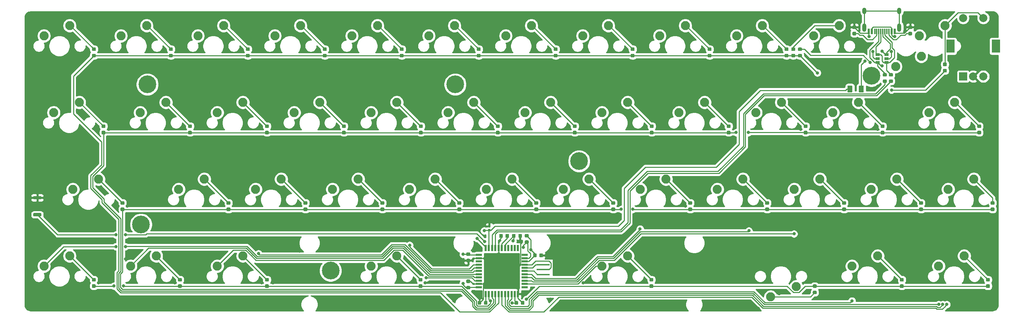
<source format=gbr>
G04 #@! TF.GenerationSoftware,KiCad,Pcbnew,(5.1.4)-1*
G04 #@! TF.CreationDate,2020-12-03T11:49:32-06:00*
G04 #@! TF.ProjectId,m3n3van,6d336e33-7661-46e2-9e6b-696361645f70,rev?*
G04 #@! TF.SameCoordinates,Original*
G04 #@! TF.FileFunction,Copper,L2,Bot*
G04 #@! TF.FilePolarity,Positive*
%FSLAX46Y46*%
G04 Gerber Fmt 4.6, Leading zero omitted, Abs format (unit mm)*
G04 Created by KiCad (PCBNEW (5.1.4)-1) date 2020-12-03 11:49:32*
%MOMM*%
%LPD*%
G04 APERTURE LIST*
%ADD10C,0.100000*%
%ADD11C,0.590000*%
%ADD12C,0.875000*%
%ADD13C,2.250000*%
%ADD14O,1.000000X1.600000*%
%ADD15O,1.000000X2.100000*%
%ADD16R,0.300000X1.450000*%
%ADD17R,0.600000X1.450000*%
%ADD18C,4.400000*%
%ADD19C,1.250000*%
%ADD20R,1.500000X0.550000*%
%ADD21R,0.550000X1.500000*%
%ADD22R,1.060000X0.650000*%
%ADD23R,3.200000X0.400000*%
%ADD24C,0.800000*%
%ADD25C,2.000000*%
%ADD26R,2.000000X3.200000*%
%ADD27R,2.000000X2.000000*%
%ADD28C,0.250000*%
%ADD29C,0.254000*%
G04 APERTURE END LIST*
D10*
G36*
X305050958Y-229376710D02*
G01*
X305065276Y-229378834D01*
X305079317Y-229382351D01*
X305092946Y-229387228D01*
X305106031Y-229393417D01*
X305118447Y-229400858D01*
X305130073Y-229409481D01*
X305140798Y-229419202D01*
X305150519Y-229429927D01*
X305159142Y-229441553D01*
X305166583Y-229453969D01*
X305172772Y-229467054D01*
X305177649Y-229480683D01*
X305181166Y-229494724D01*
X305183290Y-229509042D01*
X305184000Y-229523500D01*
X305184000Y-229818500D01*
X305183290Y-229832958D01*
X305181166Y-229847276D01*
X305177649Y-229861317D01*
X305172772Y-229874946D01*
X305166583Y-229888031D01*
X305159142Y-229900447D01*
X305150519Y-229912073D01*
X305140798Y-229922798D01*
X305130073Y-229932519D01*
X305118447Y-229941142D01*
X305106031Y-229948583D01*
X305092946Y-229954772D01*
X305079317Y-229959649D01*
X305065276Y-229963166D01*
X305050958Y-229965290D01*
X305036500Y-229966000D01*
X304691500Y-229966000D01*
X304677042Y-229965290D01*
X304662724Y-229963166D01*
X304648683Y-229959649D01*
X304635054Y-229954772D01*
X304621969Y-229948583D01*
X304609553Y-229941142D01*
X304597927Y-229932519D01*
X304587202Y-229922798D01*
X304577481Y-229912073D01*
X304568858Y-229900447D01*
X304561417Y-229888031D01*
X304555228Y-229874946D01*
X304550351Y-229861317D01*
X304546834Y-229847276D01*
X304544710Y-229832958D01*
X304544000Y-229818500D01*
X304544000Y-229523500D01*
X304544710Y-229509042D01*
X304546834Y-229494724D01*
X304550351Y-229480683D01*
X304555228Y-229467054D01*
X304561417Y-229453969D01*
X304568858Y-229441553D01*
X304577481Y-229429927D01*
X304587202Y-229419202D01*
X304597927Y-229409481D01*
X304609553Y-229400858D01*
X304621969Y-229393417D01*
X304635054Y-229387228D01*
X304648683Y-229382351D01*
X304662724Y-229378834D01*
X304677042Y-229376710D01*
X304691500Y-229376000D01*
X305036500Y-229376000D01*
X305050958Y-229376710D01*
X305050958Y-229376710D01*
G37*
D11*
X304864000Y-229671000D03*
D10*
G36*
X305050958Y-230346710D02*
G01*
X305065276Y-230348834D01*
X305079317Y-230352351D01*
X305092946Y-230357228D01*
X305106031Y-230363417D01*
X305118447Y-230370858D01*
X305130073Y-230379481D01*
X305140798Y-230389202D01*
X305150519Y-230399927D01*
X305159142Y-230411553D01*
X305166583Y-230423969D01*
X305172772Y-230437054D01*
X305177649Y-230450683D01*
X305181166Y-230464724D01*
X305183290Y-230479042D01*
X305184000Y-230493500D01*
X305184000Y-230788500D01*
X305183290Y-230802958D01*
X305181166Y-230817276D01*
X305177649Y-230831317D01*
X305172772Y-230844946D01*
X305166583Y-230858031D01*
X305159142Y-230870447D01*
X305150519Y-230882073D01*
X305140798Y-230892798D01*
X305130073Y-230902519D01*
X305118447Y-230911142D01*
X305106031Y-230918583D01*
X305092946Y-230924772D01*
X305079317Y-230929649D01*
X305065276Y-230933166D01*
X305050958Y-230935290D01*
X305036500Y-230936000D01*
X304691500Y-230936000D01*
X304677042Y-230935290D01*
X304662724Y-230933166D01*
X304648683Y-230929649D01*
X304635054Y-230924772D01*
X304621969Y-230918583D01*
X304609553Y-230911142D01*
X304597927Y-230902519D01*
X304587202Y-230892798D01*
X304577481Y-230882073D01*
X304568858Y-230870447D01*
X304561417Y-230858031D01*
X304555228Y-230844946D01*
X304550351Y-230831317D01*
X304546834Y-230817276D01*
X304544710Y-230802958D01*
X304544000Y-230788500D01*
X304544000Y-230493500D01*
X304544710Y-230479042D01*
X304546834Y-230464724D01*
X304550351Y-230450683D01*
X304555228Y-230437054D01*
X304561417Y-230423969D01*
X304568858Y-230411553D01*
X304577481Y-230399927D01*
X304587202Y-230389202D01*
X304597927Y-230379481D01*
X304609553Y-230370858D01*
X304621969Y-230363417D01*
X304635054Y-230357228D01*
X304648683Y-230352351D01*
X304662724Y-230348834D01*
X304677042Y-230346710D01*
X304691500Y-230346000D01*
X305036500Y-230346000D01*
X305050958Y-230346710D01*
X305050958Y-230346710D01*
G37*
D11*
X304864000Y-230641000D03*
D10*
G36*
X207272441Y-185299553D02*
G01*
X207293676Y-185302703D01*
X207314500Y-185307919D01*
X207334712Y-185315151D01*
X207354118Y-185324330D01*
X207372531Y-185335366D01*
X207389774Y-185348154D01*
X207405680Y-185362570D01*
X207420096Y-185378476D01*
X207432884Y-185395719D01*
X207443920Y-185414132D01*
X207453099Y-185433538D01*
X207460331Y-185453750D01*
X207465547Y-185474574D01*
X207468697Y-185495809D01*
X207469750Y-185517250D01*
X207469750Y-185954750D01*
X207468697Y-185976191D01*
X207465547Y-185997426D01*
X207460331Y-186018250D01*
X207453099Y-186038462D01*
X207443920Y-186057868D01*
X207432884Y-186076281D01*
X207420096Y-186093524D01*
X207405680Y-186109430D01*
X207389774Y-186123846D01*
X207372531Y-186136634D01*
X207354118Y-186147670D01*
X207334712Y-186156849D01*
X207314500Y-186164081D01*
X207293676Y-186169297D01*
X207272441Y-186172447D01*
X207251000Y-186173500D01*
X206738500Y-186173500D01*
X206717059Y-186172447D01*
X206695824Y-186169297D01*
X206675000Y-186164081D01*
X206654788Y-186156849D01*
X206635382Y-186147670D01*
X206616969Y-186136634D01*
X206599726Y-186123846D01*
X206583820Y-186109430D01*
X206569404Y-186093524D01*
X206556616Y-186076281D01*
X206545580Y-186057868D01*
X206536401Y-186038462D01*
X206529169Y-186018250D01*
X206523953Y-185997426D01*
X206520803Y-185976191D01*
X206519750Y-185954750D01*
X206519750Y-185517250D01*
X206520803Y-185495809D01*
X206523953Y-185474574D01*
X206529169Y-185453750D01*
X206536401Y-185433538D01*
X206545580Y-185414132D01*
X206556616Y-185395719D01*
X206569404Y-185378476D01*
X206583820Y-185362570D01*
X206599726Y-185348154D01*
X206616969Y-185335366D01*
X206635382Y-185324330D01*
X206654788Y-185315151D01*
X206675000Y-185307919D01*
X206695824Y-185302703D01*
X206717059Y-185299553D01*
X206738500Y-185298500D01*
X207251000Y-185298500D01*
X207272441Y-185299553D01*
X207272441Y-185299553D01*
G37*
D12*
X206994750Y-185736000D03*
D10*
G36*
X207272441Y-186874553D02*
G01*
X207293676Y-186877703D01*
X207314500Y-186882919D01*
X207334712Y-186890151D01*
X207354118Y-186899330D01*
X207372531Y-186910366D01*
X207389774Y-186923154D01*
X207405680Y-186937570D01*
X207420096Y-186953476D01*
X207432884Y-186970719D01*
X207443920Y-186989132D01*
X207453099Y-187008538D01*
X207460331Y-187028750D01*
X207465547Y-187049574D01*
X207468697Y-187070809D01*
X207469750Y-187092250D01*
X207469750Y-187529750D01*
X207468697Y-187551191D01*
X207465547Y-187572426D01*
X207460331Y-187593250D01*
X207453099Y-187613462D01*
X207443920Y-187632868D01*
X207432884Y-187651281D01*
X207420096Y-187668524D01*
X207405680Y-187684430D01*
X207389774Y-187698846D01*
X207372531Y-187711634D01*
X207354118Y-187722670D01*
X207334712Y-187731849D01*
X207314500Y-187739081D01*
X207293676Y-187744297D01*
X207272441Y-187747447D01*
X207251000Y-187748500D01*
X206738500Y-187748500D01*
X206717059Y-187747447D01*
X206695824Y-187744297D01*
X206675000Y-187739081D01*
X206654788Y-187731849D01*
X206635382Y-187722670D01*
X206616969Y-187711634D01*
X206599726Y-187698846D01*
X206583820Y-187684430D01*
X206569404Y-187668524D01*
X206556616Y-187651281D01*
X206545580Y-187632868D01*
X206536401Y-187613462D01*
X206529169Y-187593250D01*
X206523953Y-187572426D01*
X206520803Y-187551191D01*
X206519750Y-187529750D01*
X206519750Y-187092250D01*
X206520803Y-187070809D01*
X206523953Y-187049574D01*
X206529169Y-187028750D01*
X206536401Y-187008538D01*
X206545580Y-186989132D01*
X206556616Y-186970719D01*
X206569404Y-186953476D01*
X206583820Y-186937570D01*
X206599726Y-186923154D01*
X206616969Y-186910366D01*
X206635382Y-186899330D01*
X206654788Y-186890151D01*
X206675000Y-186882919D01*
X206695824Y-186877703D01*
X206717059Y-186874553D01*
X206738500Y-186873500D01*
X207251000Y-186873500D01*
X207272441Y-186874553D01*
X207272441Y-186874553D01*
G37*
D12*
X206994750Y-187311000D03*
D10*
G36*
X226322441Y-185299553D02*
G01*
X226343676Y-185302703D01*
X226364500Y-185307919D01*
X226384712Y-185315151D01*
X226404118Y-185324330D01*
X226422531Y-185335366D01*
X226439774Y-185348154D01*
X226455680Y-185362570D01*
X226470096Y-185378476D01*
X226482884Y-185395719D01*
X226493920Y-185414132D01*
X226503099Y-185433538D01*
X226510331Y-185453750D01*
X226515547Y-185474574D01*
X226518697Y-185495809D01*
X226519750Y-185517250D01*
X226519750Y-185954750D01*
X226518697Y-185976191D01*
X226515547Y-185997426D01*
X226510331Y-186018250D01*
X226503099Y-186038462D01*
X226493920Y-186057868D01*
X226482884Y-186076281D01*
X226470096Y-186093524D01*
X226455680Y-186109430D01*
X226439774Y-186123846D01*
X226422531Y-186136634D01*
X226404118Y-186147670D01*
X226384712Y-186156849D01*
X226364500Y-186164081D01*
X226343676Y-186169297D01*
X226322441Y-186172447D01*
X226301000Y-186173500D01*
X225788500Y-186173500D01*
X225767059Y-186172447D01*
X225745824Y-186169297D01*
X225725000Y-186164081D01*
X225704788Y-186156849D01*
X225685382Y-186147670D01*
X225666969Y-186136634D01*
X225649726Y-186123846D01*
X225633820Y-186109430D01*
X225619404Y-186093524D01*
X225606616Y-186076281D01*
X225595580Y-186057868D01*
X225586401Y-186038462D01*
X225579169Y-186018250D01*
X225573953Y-185997426D01*
X225570803Y-185976191D01*
X225569750Y-185954750D01*
X225569750Y-185517250D01*
X225570803Y-185495809D01*
X225573953Y-185474574D01*
X225579169Y-185453750D01*
X225586401Y-185433538D01*
X225595580Y-185414132D01*
X225606616Y-185395719D01*
X225619404Y-185378476D01*
X225633820Y-185362570D01*
X225649726Y-185348154D01*
X225666969Y-185335366D01*
X225685382Y-185324330D01*
X225704788Y-185315151D01*
X225725000Y-185307919D01*
X225745824Y-185302703D01*
X225767059Y-185299553D01*
X225788500Y-185298500D01*
X226301000Y-185298500D01*
X226322441Y-185299553D01*
X226322441Y-185299553D01*
G37*
D12*
X226044750Y-185736000D03*
D10*
G36*
X226322441Y-186874553D02*
G01*
X226343676Y-186877703D01*
X226364500Y-186882919D01*
X226384712Y-186890151D01*
X226404118Y-186899330D01*
X226422531Y-186910366D01*
X226439774Y-186923154D01*
X226455680Y-186937570D01*
X226470096Y-186953476D01*
X226482884Y-186970719D01*
X226493920Y-186989132D01*
X226503099Y-187008538D01*
X226510331Y-187028750D01*
X226515547Y-187049574D01*
X226518697Y-187070809D01*
X226519750Y-187092250D01*
X226519750Y-187529750D01*
X226518697Y-187551191D01*
X226515547Y-187572426D01*
X226510331Y-187593250D01*
X226503099Y-187613462D01*
X226493920Y-187632868D01*
X226482884Y-187651281D01*
X226470096Y-187668524D01*
X226455680Y-187684430D01*
X226439774Y-187698846D01*
X226422531Y-187711634D01*
X226404118Y-187722670D01*
X226384712Y-187731849D01*
X226364500Y-187739081D01*
X226343676Y-187744297D01*
X226322441Y-187747447D01*
X226301000Y-187748500D01*
X225788500Y-187748500D01*
X225767059Y-187747447D01*
X225745824Y-187744297D01*
X225725000Y-187739081D01*
X225704788Y-187731849D01*
X225685382Y-187722670D01*
X225666969Y-187711634D01*
X225649726Y-187698846D01*
X225633820Y-187684430D01*
X225619404Y-187668524D01*
X225606616Y-187651281D01*
X225595580Y-187632868D01*
X225586401Y-187613462D01*
X225579169Y-187593250D01*
X225573953Y-187572426D01*
X225570803Y-187551191D01*
X225569750Y-187529750D01*
X225569750Y-187092250D01*
X225570803Y-187070809D01*
X225573953Y-187049574D01*
X225579169Y-187028750D01*
X225586401Y-187008538D01*
X225595580Y-186989132D01*
X225606616Y-186970719D01*
X225619404Y-186953476D01*
X225633820Y-186937570D01*
X225649726Y-186923154D01*
X225666969Y-186910366D01*
X225685382Y-186899330D01*
X225704788Y-186890151D01*
X225725000Y-186882919D01*
X225745824Y-186877703D01*
X225767059Y-186874553D01*
X225788500Y-186873500D01*
X226301000Y-186873500D01*
X226322441Y-186874553D01*
X226322441Y-186874553D01*
G37*
D12*
X226044750Y-187311000D03*
D10*
G36*
X245372441Y-185299553D02*
G01*
X245393676Y-185302703D01*
X245414500Y-185307919D01*
X245434712Y-185315151D01*
X245454118Y-185324330D01*
X245472531Y-185335366D01*
X245489774Y-185348154D01*
X245505680Y-185362570D01*
X245520096Y-185378476D01*
X245532884Y-185395719D01*
X245543920Y-185414132D01*
X245553099Y-185433538D01*
X245560331Y-185453750D01*
X245565547Y-185474574D01*
X245568697Y-185495809D01*
X245569750Y-185517250D01*
X245569750Y-185954750D01*
X245568697Y-185976191D01*
X245565547Y-185997426D01*
X245560331Y-186018250D01*
X245553099Y-186038462D01*
X245543920Y-186057868D01*
X245532884Y-186076281D01*
X245520096Y-186093524D01*
X245505680Y-186109430D01*
X245489774Y-186123846D01*
X245472531Y-186136634D01*
X245454118Y-186147670D01*
X245434712Y-186156849D01*
X245414500Y-186164081D01*
X245393676Y-186169297D01*
X245372441Y-186172447D01*
X245351000Y-186173500D01*
X244838500Y-186173500D01*
X244817059Y-186172447D01*
X244795824Y-186169297D01*
X244775000Y-186164081D01*
X244754788Y-186156849D01*
X244735382Y-186147670D01*
X244716969Y-186136634D01*
X244699726Y-186123846D01*
X244683820Y-186109430D01*
X244669404Y-186093524D01*
X244656616Y-186076281D01*
X244645580Y-186057868D01*
X244636401Y-186038462D01*
X244629169Y-186018250D01*
X244623953Y-185997426D01*
X244620803Y-185976191D01*
X244619750Y-185954750D01*
X244619750Y-185517250D01*
X244620803Y-185495809D01*
X244623953Y-185474574D01*
X244629169Y-185453750D01*
X244636401Y-185433538D01*
X244645580Y-185414132D01*
X244656616Y-185395719D01*
X244669404Y-185378476D01*
X244683820Y-185362570D01*
X244699726Y-185348154D01*
X244716969Y-185335366D01*
X244735382Y-185324330D01*
X244754788Y-185315151D01*
X244775000Y-185307919D01*
X244795824Y-185302703D01*
X244817059Y-185299553D01*
X244838500Y-185298500D01*
X245351000Y-185298500D01*
X245372441Y-185299553D01*
X245372441Y-185299553D01*
G37*
D12*
X245094750Y-185736000D03*
D10*
G36*
X245372441Y-186874553D02*
G01*
X245393676Y-186877703D01*
X245414500Y-186882919D01*
X245434712Y-186890151D01*
X245454118Y-186899330D01*
X245472531Y-186910366D01*
X245489774Y-186923154D01*
X245505680Y-186937570D01*
X245520096Y-186953476D01*
X245532884Y-186970719D01*
X245543920Y-186989132D01*
X245553099Y-187008538D01*
X245560331Y-187028750D01*
X245565547Y-187049574D01*
X245568697Y-187070809D01*
X245569750Y-187092250D01*
X245569750Y-187529750D01*
X245568697Y-187551191D01*
X245565547Y-187572426D01*
X245560331Y-187593250D01*
X245553099Y-187613462D01*
X245543920Y-187632868D01*
X245532884Y-187651281D01*
X245520096Y-187668524D01*
X245505680Y-187684430D01*
X245489774Y-187698846D01*
X245472531Y-187711634D01*
X245454118Y-187722670D01*
X245434712Y-187731849D01*
X245414500Y-187739081D01*
X245393676Y-187744297D01*
X245372441Y-187747447D01*
X245351000Y-187748500D01*
X244838500Y-187748500D01*
X244817059Y-187747447D01*
X244795824Y-187744297D01*
X244775000Y-187739081D01*
X244754788Y-187731849D01*
X244735382Y-187722670D01*
X244716969Y-187711634D01*
X244699726Y-187698846D01*
X244683820Y-187684430D01*
X244669404Y-187668524D01*
X244656616Y-187651281D01*
X244645580Y-187632868D01*
X244636401Y-187613462D01*
X244629169Y-187593250D01*
X244623953Y-187572426D01*
X244620803Y-187551191D01*
X244619750Y-187529750D01*
X244619750Y-187092250D01*
X244620803Y-187070809D01*
X244623953Y-187049574D01*
X244629169Y-187028750D01*
X244636401Y-187008538D01*
X244645580Y-186989132D01*
X244656616Y-186970719D01*
X244669404Y-186953476D01*
X244683820Y-186937570D01*
X244699726Y-186923154D01*
X244716969Y-186910366D01*
X244735382Y-186899330D01*
X244754788Y-186890151D01*
X244775000Y-186882919D01*
X244795824Y-186877703D01*
X244817059Y-186874553D01*
X244838500Y-186873500D01*
X245351000Y-186873500D01*
X245372441Y-186874553D01*
X245372441Y-186874553D01*
G37*
D12*
X245094750Y-187311000D03*
D10*
G36*
X264422441Y-185299553D02*
G01*
X264443676Y-185302703D01*
X264464500Y-185307919D01*
X264484712Y-185315151D01*
X264504118Y-185324330D01*
X264522531Y-185335366D01*
X264539774Y-185348154D01*
X264555680Y-185362570D01*
X264570096Y-185378476D01*
X264582884Y-185395719D01*
X264593920Y-185414132D01*
X264603099Y-185433538D01*
X264610331Y-185453750D01*
X264615547Y-185474574D01*
X264618697Y-185495809D01*
X264619750Y-185517250D01*
X264619750Y-185954750D01*
X264618697Y-185976191D01*
X264615547Y-185997426D01*
X264610331Y-186018250D01*
X264603099Y-186038462D01*
X264593920Y-186057868D01*
X264582884Y-186076281D01*
X264570096Y-186093524D01*
X264555680Y-186109430D01*
X264539774Y-186123846D01*
X264522531Y-186136634D01*
X264504118Y-186147670D01*
X264484712Y-186156849D01*
X264464500Y-186164081D01*
X264443676Y-186169297D01*
X264422441Y-186172447D01*
X264401000Y-186173500D01*
X263888500Y-186173500D01*
X263867059Y-186172447D01*
X263845824Y-186169297D01*
X263825000Y-186164081D01*
X263804788Y-186156849D01*
X263785382Y-186147670D01*
X263766969Y-186136634D01*
X263749726Y-186123846D01*
X263733820Y-186109430D01*
X263719404Y-186093524D01*
X263706616Y-186076281D01*
X263695580Y-186057868D01*
X263686401Y-186038462D01*
X263679169Y-186018250D01*
X263673953Y-185997426D01*
X263670803Y-185976191D01*
X263669750Y-185954750D01*
X263669750Y-185517250D01*
X263670803Y-185495809D01*
X263673953Y-185474574D01*
X263679169Y-185453750D01*
X263686401Y-185433538D01*
X263695580Y-185414132D01*
X263706616Y-185395719D01*
X263719404Y-185378476D01*
X263733820Y-185362570D01*
X263749726Y-185348154D01*
X263766969Y-185335366D01*
X263785382Y-185324330D01*
X263804788Y-185315151D01*
X263825000Y-185307919D01*
X263845824Y-185302703D01*
X263867059Y-185299553D01*
X263888500Y-185298500D01*
X264401000Y-185298500D01*
X264422441Y-185299553D01*
X264422441Y-185299553D01*
G37*
D12*
X264144750Y-185736000D03*
D10*
G36*
X264422441Y-186874553D02*
G01*
X264443676Y-186877703D01*
X264464500Y-186882919D01*
X264484712Y-186890151D01*
X264504118Y-186899330D01*
X264522531Y-186910366D01*
X264539774Y-186923154D01*
X264555680Y-186937570D01*
X264570096Y-186953476D01*
X264582884Y-186970719D01*
X264593920Y-186989132D01*
X264603099Y-187008538D01*
X264610331Y-187028750D01*
X264615547Y-187049574D01*
X264618697Y-187070809D01*
X264619750Y-187092250D01*
X264619750Y-187529750D01*
X264618697Y-187551191D01*
X264615547Y-187572426D01*
X264610331Y-187593250D01*
X264603099Y-187613462D01*
X264593920Y-187632868D01*
X264582884Y-187651281D01*
X264570096Y-187668524D01*
X264555680Y-187684430D01*
X264539774Y-187698846D01*
X264522531Y-187711634D01*
X264504118Y-187722670D01*
X264484712Y-187731849D01*
X264464500Y-187739081D01*
X264443676Y-187744297D01*
X264422441Y-187747447D01*
X264401000Y-187748500D01*
X263888500Y-187748500D01*
X263867059Y-187747447D01*
X263845824Y-187744297D01*
X263825000Y-187739081D01*
X263804788Y-187731849D01*
X263785382Y-187722670D01*
X263766969Y-187711634D01*
X263749726Y-187698846D01*
X263733820Y-187684430D01*
X263719404Y-187668524D01*
X263706616Y-187651281D01*
X263695580Y-187632868D01*
X263686401Y-187613462D01*
X263679169Y-187593250D01*
X263673953Y-187572426D01*
X263670803Y-187551191D01*
X263669750Y-187529750D01*
X263669750Y-187092250D01*
X263670803Y-187070809D01*
X263673953Y-187049574D01*
X263679169Y-187028750D01*
X263686401Y-187008538D01*
X263695580Y-186989132D01*
X263706616Y-186970719D01*
X263719404Y-186953476D01*
X263733820Y-186937570D01*
X263749726Y-186923154D01*
X263766969Y-186910366D01*
X263785382Y-186899330D01*
X263804788Y-186890151D01*
X263825000Y-186882919D01*
X263845824Y-186877703D01*
X263867059Y-186874553D01*
X263888500Y-186873500D01*
X264401000Y-186873500D01*
X264422441Y-186874553D01*
X264422441Y-186874553D01*
G37*
D12*
X264144750Y-187311000D03*
D10*
G36*
X283472441Y-185299553D02*
G01*
X283493676Y-185302703D01*
X283514500Y-185307919D01*
X283534712Y-185315151D01*
X283554118Y-185324330D01*
X283572531Y-185335366D01*
X283589774Y-185348154D01*
X283605680Y-185362570D01*
X283620096Y-185378476D01*
X283632884Y-185395719D01*
X283643920Y-185414132D01*
X283653099Y-185433538D01*
X283660331Y-185453750D01*
X283665547Y-185474574D01*
X283668697Y-185495809D01*
X283669750Y-185517250D01*
X283669750Y-185954750D01*
X283668697Y-185976191D01*
X283665547Y-185997426D01*
X283660331Y-186018250D01*
X283653099Y-186038462D01*
X283643920Y-186057868D01*
X283632884Y-186076281D01*
X283620096Y-186093524D01*
X283605680Y-186109430D01*
X283589774Y-186123846D01*
X283572531Y-186136634D01*
X283554118Y-186147670D01*
X283534712Y-186156849D01*
X283514500Y-186164081D01*
X283493676Y-186169297D01*
X283472441Y-186172447D01*
X283451000Y-186173500D01*
X282938500Y-186173500D01*
X282917059Y-186172447D01*
X282895824Y-186169297D01*
X282875000Y-186164081D01*
X282854788Y-186156849D01*
X282835382Y-186147670D01*
X282816969Y-186136634D01*
X282799726Y-186123846D01*
X282783820Y-186109430D01*
X282769404Y-186093524D01*
X282756616Y-186076281D01*
X282745580Y-186057868D01*
X282736401Y-186038462D01*
X282729169Y-186018250D01*
X282723953Y-185997426D01*
X282720803Y-185976191D01*
X282719750Y-185954750D01*
X282719750Y-185517250D01*
X282720803Y-185495809D01*
X282723953Y-185474574D01*
X282729169Y-185453750D01*
X282736401Y-185433538D01*
X282745580Y-185414132D01*
X282756616Y-185395719D01*
X282769404Y-185378476D01*
X282783820Y-185362570D01*
X282799726Y-185348154D01*
X282816969Y-185335366D01*
X282835382Y-185324330D01*
X282854788Y-185315151D01*
X282875000Y-185307919D01*
X282895824Y-185302703D01*
X282917059Y-185299553D01*
X282938500Y-185298500D01*
X283451000Y-185298500D01*
X283472441Y-185299553D01*
X283472441Y-185299553D01*
G37*
D12*
X283194750Y-185736000D03*
D10*
G36*
X283472441Y-186874553D02*
G01*
X283493676Y-186877703D01*
X283514500Y-186882919D01*
X283534712Y-186890151D01*
X283554118Y-186899330D01*
X283572531Y-186910366D01*
X283589774Y-186923154D01*
X283605680Y-186937570D01*
X283620096Y-186953476D01*
X283632884Y-186970719D01*
X283643920Y-186989132D01*
X283653099Y-187008538D01*
X283660331Y-187028750D01*
X283665547Y-187049574D01*
X283668697Y-187070809D01*
X283669750Y-187092250D01*
X283669750Y-187529750D01*
X283668697Y-187551191D01*
X283665547Y-187572426D01*
X283660331Y-187593250D01*
X283653099Y-187613462D01*
X283643920Y-187632868D01*
X283632884Y-187651281D01*
X283620096Y-187668524D01*
X283605680Y-187684430D01*
X283589774Y-187698846D01*
X283572531Y-187711634D01*
X283554118Y-187722670D01*
X283534712Y-187731849D01*
X283514500Y-187739081D01*
X283493676Y-187744297D01*
X283472441Y-187747447D01*
X283451000Y-187748500D01*
X282938500Y-187748500D01*
X282917059Y-187747447D01*
X282895824Y-187744297D01*
X282875000Y-187739081D01*
X282854788Y-187731849D01*
X282835382Y-187722670D01*
X282816969Y-187711634D01*
X282799726Y-187698846D01*
X282783820Y-187684430D01*
X282769404Y-187668524D01*
X282756616Y-187651281D01*
X282745580Y-187632868D01*
X282736401Y-187613462D01*
X282729169Y-187593250D01*
X282723953Y-187572426D01*
X282720803Y-187551191D01*
X282719750Y-187529750D01*
X282719750Y-187092250D01*
X282720803Y-187070809D01*
X282723953Y-187049574D01*
X282729169Y-187028750D01*
X282736401Y-187008538D01*
X282745580Y-186989132D01*
X282756616Y-186970719D01*
X282769404Y-186953476D01*
X282783820Y-186937570D01*
X282799726Y-186923154D01*
X282816969Y-186910366D01*
X282835382Y-186899330D01*
X282854788Y-186890151D01*
X282875000Y-186882919D01*
X282895824Y-186877703D01*
X282917059Y-186874553D01*
X282938500Y-186873500D01*
X283451000Y-186873500D01*
X283472441Y-186874553D01*
X283472441Y-186874553D01*
G37*
D12*
X283194750Y-187311000D03*
D10*
G36*
X302522441Y-185299553D02*
G01*
X302543676Y-185302703D01*
X302564500Y-185307919D01*
X302584712Y-185315151D01*
X302604118Y-185324330D01*
X302622531Y-185335366D01*
X302639774Y-185348154D01*
X302655680Y-185362570D01*
X302670096Y-185378476D01*
X302682884Y-185395719D01*
X302693920Y-185414132D01*
X302703099Y-185433538D01*
X302710331Y-185453750D01*
X302715547Y-185474574D01*
X302718697Y-185495809D01*
X302719750Y-185517250D01*
X302719750Y-185954750D01*
X302718697Y-185976191D01*
X302715547Y-185997426D01*
X302710331Y-186018250D01*
X302703099Y-186038462D01*
X302693920Y-186057868D01*
X302682884Y-186076281D01*
X302670096Y-186093524D01*
X302655680Y-186109430D01*
X302639774Y-186123846D01*
X302622531Y-186136634D01*
X302604118Y-186147670D01*
X302584712Y-186156849D01*
X302564500Y-186164081D01*
X302543676Y-186169297D01*
X302522441Y-186172447D01*
X302501000Y-186173500D01*
X301988500Y-186173500D01*
X301967059Y-186172447D01*
X301945824Y-186169297D01*
X301925000Y-186164081D01*
X301904788Y-186156849D01*
X301885382Y-186147670D01*
X301866969Y-186136634D01*
X301849726Y-186123846D01*
X301833820Y-186109430D01*
X301819404Y-186093524D01*
X301806616Y-186076281D01*
X301795580Y-186057868D01*
X301786401Y-186038462D01*
X301779169Y-186018250D01*
X301773953Y-185997426D01*
X301770803Y-185976191D01*
X301769750Y-185954750D01*
X301769750Y-185517250D01*
X301770803Y-185495809D01*
X301773953Y-185474574D01*
X301779169Y-185453750D01*
X301786401Y-185433538D01*
X301795580Y-185414132D01*
X301806616Y-185395719D01*
X301819404Y-185378476D01*
X301833820Y-185362570D01*
X301849726Y-185348154D01*
X301866969Y-185335366D01*
X301885382Y-185324330D01*
X301904788Y-185315151D01*
X301925000Y-185307919D01*
X301945824Y-185302703D01*
X301967059Y-185299553D01*
X301988500Y-185298500D01*
X302501000Y-185298500D01*
X302522441Y-185299553D01*
X302522441Y-185299553D01*
G37*
D12*
X302244750Y-185736000D03*
D10*
G36*
X302522441Y-186874553D02*
G01*
X302543676Y-186877703D01*
X302564500Y-186882919D01*
X302584712Y-186890151D01*
X302604118Y-186899330D01*
X302622531Y-186910366D01*
X302639774Y-186923154D01*
X302655680Y-186937570D01*
X302670096Y-186953476D01*
X302682884Y-186970719D01*
X302693920Y-186989132D01*
X302703099Y-187008538D01*
X302710331Y-187028750D01*
X302715547Y-187049574D01*
X302718697Y-187070809D01*
X302719750Y-187092250D01*
X302719750Y-187529750D01*
X302718697Y-187551191D01*
X302715547Y-187572426D01*
X302710331Y-187593250D01*
X302703099Y-187613462D01*
X302693920Y-187632868D01*
X302682884Y-187651281D01*
X302670096Y-187668524D01*
X302655680Y-187684430D01*
X302639774Y-187698846D01*
X302622531Y-187711634D01*
X302604118Y-187722670D01*
X302584712Y-187731849D01*
X302564500Y-187739081D01*
X302543676Y-187744297D01*
X302522441Y-187747447D01*
X302501000Y-187748500D01*
X301988500Y-187748500D01*
X301967059Y-187747447D01*
X301945824Y-187744297D01*
X301925000Y-187739081D01*
X301904788Y-187731849D01*
X301885382Y-187722670D01*
X301866969Y-187711634D01*
X301849726Y-187698846D01*
X301833820Y-187684430D01*
X301819404Y-187668524D01*
X301806616Y-187651281D01*
X301795580Y-187632868D01*
X301786401Y-187613462D01*
X301779169Y-187593250D01*
X301773953Y-187572426D01*
X301770803Y-187551191D01*
X301769750Y-187529750D01*
X301769750Y-187092250D01*
X301770803Y-187070809D01*
X301773953Y-187049574D01*
X301779169Y-187028750D01*
X301786401Y-187008538D01*
X301795580Y-186989132D01*
X301806616Y-186970719D01*
X301819404Y-186953476D01*
X301833820Y-186937570D01*
X301849726Y-186923154D01*
X301866969Y-186910366D01*
X301885382Y-186899330D01*
X301904788Y-186890151D01*
X301925000Y-186882919D01*
X301945824Y-186877703D01*
X301967059Y-186874553D01*
X301988500Y-186873500D01*
X302501000Y-186873500D01*
X302522441Y-186874553D01*
X302522441Y-186874553D01*
G37*
D12*
X302244750Y-187311000D03*
D10*
G36*
X321572441Y-185299553D02*
G01*
X321593676Y-185302703D01*
X321614500Y-185307919D01*
X321634712Y-185315151D01*
X321654118Y-185324330D01*
X321672531Y-185335366D01*
X321689774Y-185348154D01*
X321705680Y-185362570D01*
X321720096Y-185378476D01*
X321732884Y-185395719D01*
X321743920Y-185414132D01*
X321753099Y-185433538D01*
X321760331Y-185453750D01*
X321765547Y-185474574D01*
X321768697Y-185495809D01*
X321769750Y-185517250D01*
X321769750Y-185954750D01*
X321768697Y-185976191D01*
X321765547Y-185997426D01*
X321760331Y-186018250D01*
X321753099Y-186038462D01*
X321743920Y-186057868D01*
X321732884Y-186076281D01*
X321720096Y-186093524D01*
X321705680Y-186109430D01*
X321689774Y-186123846D01*
X321672531Y-186136634D01*
X321654118Y-186147670D01*
X321634712Y-186156849D01*
X321614500Y-186164081D01*
X321593676Y-186169297D01*
X321572441Y-186172447D01*
X321551000Y-186173500D01*
X321038500Y-186173500D01*
X321017059Y-186172447D01*
X320995824Y-186169297D01*
X320975000Y-186164081D01*
X320954788Y-186156849D01*
X320935382Y-186147670D01*
X320916969Y-186136634D01*
X320899726Y-186123846D01*
X320883820Y-186109430D01*
X320869404Y-186093524D01*
X320856616Y-186076281D01*
X320845580Y-186057868D01*
X320836401Y-186038462D01*
X320829169Y-186018250D01*
X320823953Y-185997426D01*
X320820803Y-185976191D01*
X320819750Y-185954750D01*
X320819750Y-185517250D01*
X320820803Y-185495809D01*
X320823953Y-185474574D01*
X320829169Y-185453750D01*
X320836401Y-185433538D01*
X320845580Y-185414132D01*
X320856616Y-185395719D01*
X320869404Y-185378476D01*
X320883820Y-185362570D01*
X320899726Y-185348154D01*
X320916969Y-185335366D01*
X320935382Y-185324330D01*
X320954788Y-185315151D01*
X320975000Y-185307919D01*
X320995824Y-185302703D01*
X321017059Y-185299553D01*
X321038500Y-185298500D01*
X321551000Y-185298500D01*
X321572441Y-185299553D01*
X321572441Y-185299553D01*
G37*
D12*
X321294750Y-185736000D03*
D10*
G36*
X321572441Y-186874553D02*
G01*
X321593676Y-186877703D01*
X321614500Y-186882919D01*
X321634712Y-186890151D01*
X321654118Y-186899330D01*
X321672531Y-186910366D01*
X321689774Y-186923154D01*
X321705680Y-186937570D01*
X321720096Y-186953476D01*
X321732884Y-186970719D01*
X321743920Y-186989132D01*
X321753099Y-187008538D01*
X321760331Y-187028750D01*
X321765547Y-187049574D01*
X321768697Y-187070809D01*
X321769750Y-187092250D01*
X321769750Y-187529750D01*
X321768697Y-187551191D01*
X321765547Y-187572426D01*
X321760331Y-187593250D01*
X321753099Y-187613462D01*
X321743920Y-187632868D01*
X321732884Y-187651281D01*
X321720096Y-187668524D01*
X321705680Y-187684430D01*
X321689774Y-187698846D01*
X321672531Y-187711634D01*
X321654118Y-187722670D01*
X321634712Y-187731849D01*
X321614500Y-187739081D01*
X321593676Y-187744297D01*
X321572441Y-187747447D01*
X321551000Y-187748500D01*
X321038500Y-187748500D01*
X321017059Y-187747447D01*
X320995824Y-187744297D01*
X320975000Y-187739081D01*
X320954788Y-187731849D01*
X320935382Y-187722670D01*
X320916969Y-187711634D01*
X320899726Y-187698846D01*
X320883820Y-187684430D01*
X320869404Y-187668524D01*
X320856616Y-187651281D01*
X320845580Y-187632868D01*
X320836401Y-187613462D01*
X320829169Y-187593250D01*
X320823953Y-187572426D01*
X320820803Y-187551191D01*
X320819750Y-187529750D01*
X320819750Y-187092250D01*
X320820803Y-187070809D01*
X320823953Y-187049574D01*
X320829169Y-187028750D01*
X320836401Y-187008538D01*
X320845580Y-186989132D01*
X320856616Y-186970719D01*
X320869404Y-186953476D01*
X320883820Y-186937570D01*
X320899726Y-186923154D01*
X320916969Y-186910366D01*
X320935382Y-186899330D01*
X320954788Y-186890151D01*
X320975000Y-186882919D01*
X320995824Y-186877703D01*
X321017059Y-186874553D01*
X321038500Y-186873500D01*
X321551000Y-186873500D01*
X321572441Y-186874553D01*
X321572441Y-186874553D01*
G37*
D12*
X321294750Y-187311000D03*
D10*
G36*
X340622441Y-185299553D02*
G01*
X340643676Y-185302703D01*
X340664500Y-185307919D01*
X340684712Y-185315151D01*
X340704118Y-185324330D01*
X340722531Y-185335366D01*
X340739774Y-185348154D01*
X340755680Y-185362570D01*
X340770096Y-185378476D01*
X340782884Y-185395719D01*
X340793920Y-185414132D01*
X340803099Y-185433538D01*
X340810331Y-185453750D01*
X340815547Y-185474574D01*
X340818697Y-185495809D01*
X340819750Y-185517250D01*
X340819750Y-185954750D01*
X340818697Y-185976191D01*
X340815547Y-185997426D01*
X340810331Y-186018250D01*
X340803099Y-186038462D01*
X340793920Y-186057868D01*
X340782884Y-186076281D01*
X340770096Y-186093524D01*
X340755680Y-186109430D01*
X340739774Y-186123846D01*
X340722531Y-186136634D01*
X340704118Y-186147670D01*
X340684712Y-186156849D01*
X340664500Y-186164081D01*
X340643676Y-186169297D01*
X340622441Y-186172447D01*
X340601000Y-186173500D01*
X340088500Y-186173500D01*
X340067059Y-186172447D01*
X340045824Y-186169297D01*
X340025000Y-186164081D01*
X340004788Y-186156849D01*
X339985382Y-186147670D01*
X339966969Y-186136634D01*
X339949726Y-186123846D01*
X339933820Y-186109430D01*
X339919404Y-186093524D01*
X339906616Y-186076281D01*
X339895580Y-186057868D01*
X339886401Y-186038462D01*
X339879169Y-186018250D01*
X339873953Y-185997426D01*
X339870803Y-185976191D01*
X339869750Y-185954750D01*
X339869750Y-185517250D01*
X339870803Y-185495809D01*
X339873953Y-185474574D01*
X339879169Y-185453750D01*
X339886401Y-185433538D01*
X339895580Y-185414132D01*
X339906616Y-185395719D01*
X339919404Y-185378476D01*
X339933820Y-185362570D01*
X339949726Y-185348154D01*
X339966969Y-185335366D01*
X339985382Y-185324330D01*
X340004788Y-185315151D01*
X340025000Y-185307919D01*
X340045824Y-185302703D01*
X340067059Y-185299553D01*
X340088500Y-185298500D01*
X340601000Y-185298500D01*
X340622441Y-185299553D01*
X340622441Y-185299553D01*
G37*
D12*
X340344750Y-185736000D03*
D10*
G36*
X340622441Y-186874553D02*
G01*
X340643676Y-186877703D01*
X340664500Y-186882919D01*
X340684712Y-186890151D01*
X340704118Y-186899330D01*
X340722531Y-186910366D01*
X340739774Y-186923154D01*
X340755680Y-186937570D01*
X340770096Y-186953476D01*
X340782884Y-186970719D01*
X340793920Y-186989132D01*
X340803099Y-187008538D01*
X340810331Y-187028750D01*
X340815547Y-187049574D01*
X340818697Y-187070809D01*
X340819750Y-187092250D01*
X340819750Y-187529750D01*
X340818697Y-187551191D01*
X340815547Y-187572426D01*
X340810331Y-187593250D01*
X340803099Y-187613462D01*
X340793920Y-187632868D01*
X340782884Y-187651281D01*
X340770096Y-187668524D01*
X340755680Y-187684430D01*
X340739774Y-187698846D01*
X340722531Y-187711634D01*
X340704118Y-187722670D01*
X340684712Y-187731849D01*
X340664500Y-187739081D01*
X340643676Y-187744297D01*
X340622441Y-187747447D01*
X340601000Y-187748500D01*
X340088500Y-187748500D01*
X340067059Y-187747447D01*
X340045824Y-187744297D01*
X340025000Y-187739081D01*
X340004788Y-187731849D01*
X339985382Y-187722670D01*
X339966969Y-187711634D01*
X339949726Y-187698846D01*
X339933820Y-187684430D01*
X339919404Y-187668524D01*
X339906616Y-187651281D01*
X339895580Y-187632868D01*
X339886401Y-187613462D01*
X339879169Y-187593250D01*
X339873953Y-187572426D01*
X339870803Y-187551191D01*
X339869750Y-187529750D01*
X339869750Y-187092250D01*
X339870803Y-187070809D01*
X339873953Y-187049574D01*
X339879169Y-187028750D01*
X339886401Y-187008538D01*
X339895580Y-186989132D01*
X339906616Y-186970719D01*
X339919404Y-186953476D01*
X339933820Y-186937570D01*
X339949726Y-186923154D01*
X339966969Y-186910366D01*
X339985382Y-186899330D01*
X340004788Y-186890151D01*
X340025000Y-186882919D01*
X340045824Y-186877703D01*
X340067059Y-186874553D01*
X340088500Y-186873500D01*
X340601000Y-186873500D01*
X340622441Y-186874553D01*
X340622441Y-186874553D01*
G37*
D12*
X340344750Y-187311000D03*
D10*
G36*
X359672441Y-185299553D02*
G01*
X359693676Y-185302703D01*
X359714500Y-185307919D01*
X359734712Y-185315151D01*
X359754118Y-185324330D01*
X359772531Y-185335366D01*
X359789774Y-185348154D01*
X359805680Y-185362570D01*
X359820096Y-185378476D01*
X359832884Y-185395719D01*
X359843920Y-185414132D01*
X359853099Y-185433538D01*
X359860331Y-185453750D01*
X359865547Y-185474574D01*
X359868697Y-185495809D01*
X359869750Y-185517250D01*
X359869750Y-185954750D01*
X359868697Y-185976191D01*
X359865547Y-185997426D01*
X359860331Y-186018250D01*
X359853099Y-186038462D01*
X359843920Y-186057868D01*
X359832884Y-186076281D01*
X359820096Y-186093524D01*
X359805680Y-186109430D01*
X359789774Y-186123846D01*
X359772531Y-186136634D01*
X359754118Y-186147670D01*
X359734712Y-186156849D01*
X359714500Y-186164081D01*
X359693676Y-186169297D01*
X359672441Y-186172447D01*
X359651000Y-186173500D01*
X359138500Y-186173500D01*
X359117059Y-186172447D01*
X359095824Y-186169297D01*
X359075000Y-186164081D01*
X359054788Y-186156849D01*
X359035382Y-186147670D01*
X359016969Y-186136634D01*
X358999726Y-186123846D01*
X358983820Y-186109430D01*
X358969404Y-186093524D01*
X358956616Y-186076281D01*
X358945580Y-186057868D01*
X358936401Y-186038462D01*
X358929169Y-186018250D01*
X358923953Y-185997426D01*
X358920803Y-185976191D01*
X358919750Y-185954750D01*
X358919750Y-185517250D01*
X358920803Y-185495809D01*
X358923953Y-185474574D01*
X358929169Y-185453750D01*
X358936401Y-185433538D01*
X358945580Y-185414132D01*
X358956616Y-185395719D01*
X358969404Y-185378476D01*
X358983820Y-185362570D01*
X358999726Y-185348154D01*
X359016969Y-185335366D01*
X359035382Y-185324330D01*
X359054788Y-185315151D01*
X359075000Y-185307919D01*
X359095824Y-185302703D01*
X359117059Y-185299553D01*
X359138500Y-185298500D01*
X359651000Y-185298500D01*
X359672441Y-185299553D01*
X359672441Y-185299553D01*
G37*
D12*
X359394750Y-185736000D03*
D10*
G36*
X359672441Y-186874553D02*
G01*
X359693676Y-186877703D01*
X359714500Y-186882919D01*
X359734712Y-186890151D01*
X359754118Y-186899330D01*
X359772531Y-186910366D01*
X359789774Y-186923154D01*
X359805680Y-186937570D01*
X359820096Y-186953476D01*
X359832884Y-186970719D01*
X359843920Y-186989132D01*
X359853099Y-187008538D01*
X359860331Y-187028750D01*
X359865547Y-187049574D01*
X359868697Y-187070809D01*
X359869750Y-187092250D01*
X359869750Y-187529750D01*
X359868697Y-187551191D01*
X359865547Y-187572426D01*
X359860331Y-187593250D01*
X359853099Y-187613462D01*
X359843920Y-187632868D01*
X359832884Y-187651281D01*
X359820096Y-187668524D01*
X359805680Y-187684430D01*
X359789774Y-187698846D01*
X359772531Y-187711634D01*
X359754118Y-187722670D01*
X359734712Y-187731849D01*
X359714500Y-187739081D01*
X359693676Y-187744297D01*
X359672441Y-187747447D01*
X359651000Y-187748500D01*
X359138500Y-187748500D01*
X359117059Y-187747447D01*
X359095824Y-187744297D01*
X359075000Y-187739081D01*
X359054788Y-187731849D01*
X359035382Y-187722670D01*
X359016969Y-187711634D01*
X358999726Y-187698846D01*
X358983820Y-187684430D01*
X358969404Y-187668524D01*
X358956616Y-187651281D01*
X358945580Y-187632868D01*
X358936401Y-187613462D01*
X358929169Y-187593250D01*
X358923953Y-187572426D01*
X358920803Y-187551191D01*
X358919750Y-187529750D01*
X358919750Y-187092250D01*
X358920803Y-187070809D01*
X358923953Y-187049574D01*
X358929169Y-187028750D01*
X358936401Y-187008538D01*
X358945580Y-186989132D01*
X358956616Y-186970719D01*
X358969404Y-186953476D01*
X358983820Y-186937570D01*
X358999726Y-186923154D01*
X359016969Y-186910366D01*
X359035382Y-186899330D01*
X359054788Y-186890151D01*
X359075000Y-186882919D01*
X359095824Y-186877703D01*
X359117059Y-186874553D01*
X359138500Y-186873500D01*
X359651000Y-186873500D01*
X359672441Y-186874553D01*
X359672441Y-186874553D01*
G37*
D12*
X359394750Y-187311000D03*
D10*
G36*
X378722441Y-185299553D02*
G01*
X378743676Y-185302703D01*
X378764500Y-185307919D01*
X378784712Y-185315151D01*
X378804118Y-185324330D01*
X378822531Y-185335366D01*
X378839774Y-185348154D01*
X378855680Y-185362570D01*
X378870096Y-185378476D01*
X378882884Y-185395719D01*
X378893920Y-185414132D01*
X378903099Y-185433538D01*
X378910331Y-185453750D01*
X378915547Y-185474574D01*
X378918697Y-185495809D01*
X378919750Y-185517250D01*
X378919750Y-185954750D01*
X378918697Y-185976191D01*
X378915547Y-185997426D01*
X378910331Y-186018250D01*
X378903099Y-186038462D01*
X378893920Y-186057868D01*
X378882884Y-186076281D01*
X378870096Y-186093524D01*
X378855680Y-186109430D01*
X378839774Y-186123846D01*
X378822531Y-186136634D01*
X378804118Y-186147670D01*
X378784712Y-186156849D01*
X378764500Y-186164081D01*
X378743676Y-186169297D01*
X378722441Y-186172447D01*
X378701000Y-186173500D01*
X378188500Y-186173500D01*
X378167059Y-186172447D01*
X378145824Y-186169297D01*
X378125000Y-186164081D01*
X378104788Y-186156849D01*
X378085382Y-186147670D01*
X378066969Y-186136634D01*
X378049726Y-186123846D01*
X378033820Y-186109430D01*
X378019404Y-186093524D01*
X378006616Y-186076281D01*
X377995580Y-186057868D01*
X377986401Y-186038462D01*
X377979169Y-186018250D01*
X377973953Y-185997426D01*
X377970803Y-185976191D01*
X377969750Y-185954750D01*
X377969750Y-185517250D01*
X377970803Y-185495809D01*
X377973953Y-185474574D01*
X377979169Y-185453750D01*
X377986401Y-185433538D01*
X377995580Y-185414132D01*
X378006616Y-185395719D01*
X378019404Y-185378476D01*
X378033820Y-185362570D01*
X378049726Y-185348154D01*
X378066969Y-185335366D01*
X378085382Y-185324330D01*
X378104788Y-185315151D01*
X378125000Y-185307919D01*
X378145824Y-185302703D01*
X378167059Y-185299553D01*
X378188500Y-185298500D01*
X378701000Y-185298500D01*
X378722441Y-185299553D01*
X378722441Y-185299553D01*
G37*
D12*
X378444750Y-185736000D03*
D10*
G36*
X378722441Y-186874553D02*
G01*
X378743676Y-186877703D01*
X378764500Y-186882919D01*
X378784712Y-186890151D01*
X378804118Y-186899330D01*
X378822531Y-186910366D01*
X378839774Y-186923154D01*
X378855680Y-186937570D01*
X378870096Y-186953476D01*
X378882884Y-186970719D01*
X378893920Y-186989132D01*
X378903099Y-187008538D01*
X378910331Y-187028750D01*
X378915547Y-187049574D01*
X378918697Y-187070809D01*
X378919750Y-187092250D01*
X378919750Y-187529750D01*
X378918697Y-187551191D01*
X378915547Y-187572426D01*
X378910331Y-187593250D01*
X378903099Y-187613462D01*
X378893920Y-187632868D01*
X378882884Y-187651281D01*
X378870096Y-187668524D01*
X378855680Y-187684430D01*
X378839774Y-187698846D01*
X378822531Y-187711634D01*
X378804118Y-187722670D01*
X378784712Y-187731849D01*
X378764500Y-187739081D01*
X378743676Y-187744297D01*
X378722441Y-187747447D01*
X378701000Y-187748500D01*
X378188500Y-187748500D01*
X378167059Y-187747447D01*
X378145824Y-187744297D01*
X378125000Y-187739081D01*
X378104788Y-187731849D01*
X378085382Y-187722670D01*
X378066969Y-187711634D01*
X378049726Y-187698846D01*
X378033820Y-187684430D01*
X378019404Y-187668524D01*
X378006616Y-187651281D01*
X377995580Y-187632868D01*
X377986401Y-187613462D01*
X377979169Y-187593250D01*
X377973953Y-187572426D01*
X377970803Y-187551191D01*
X377969750Y-187529750D01*
X377969750Y-187092250D01*
X377970803Y-187070809D01*
X377973953Y-187049574D01*
X377979169Y-187028750D01*
X377986401Y-187008538D01*
X377995580Y-186989132D01*
X378006616Y-186970719D01*
X378019404Y-186953476D01*
X378033820Y-186937570D01*
X378049726Y-186923154D01*
X378066969Y-186910366D01*
X378085382Y-186899330D01*
X378104788Y-186890151D01*
X378125000Y-186882919D01*
X378145824Y-186877703D01*
X378167059Y-186874553D01*
X378188500Y-186873500D01*
X378701000Y-186873500D01*
X378722441Y-186874553D01*
X378722441Y-186874553D01*
G37*
D12*
X378444750Y-187311000D03*
D10*
G36*
X380389191Y-185307553D02*
G01*
X380410426Y-185310703D01*
X380431250Y-185315919D01*
X380451462Y-185323151D01*
X380470868Y-185332330D01*
X380489281Y-185343366D01*
X380506524Y-185356154D01*
X380522430Y-185370570D01*
X380536846Y-185386476D01*
X380549634Y-185403719D01*
X380560670Y-185422132D01*
X380569849Y-185441538D01*
X380577081Y-185461750D01*
X380582297Y-185482574D01*
X380585447Y-185503809D01*
X380586500Y-185525250D01*
X380586500Y-185962750D01*
X380585447Y-185984191D01*
X380582297Y-186005426D01*
X380577081Y-186026250D01*
X380569849Y-186046462D01*
X380560670Y-186065868D01*
X380549634Y-186084281D01*
X380536846Y-186101524D01*
X380522430Y-186117430D01*
X380506524Y-186131846D01*
X380489281Y-186144634D01*
X380470868Y-186155670D01*
X380451462Y-186164849D01*
X380431250Y-186172081D01*
X380410426Y-186177297D01*
X380389191Y-186180447D01*
X380367750Y-186181500D01*
X379855250Y-186181500D01*
X379833809Y-186180447D01*
X379812574Y-186177297D01*
X379791750Y-186172081D01*
X379771538Y-186164849D01*
X379752132Y-186155670D01*
X379733719Y-186144634D01*
X379716476Y-186131846D01*
X379700570Y-186117430D01*
X379686154Y-186101524D01*
X379673366Y-186084281D01*
X379662330Y-186065868D01*
X379653151Y-186046462D01*
X379645919Y-186026250D01*
X379640703Y-186005426D01*
X379637553Y-185984191D01*
X379636500Y-185962750D01*
X379636500Y-185525250D01*
X379637553Y-185503809D01*
X379640703Y-185482574D01*
X379645919Y-185461750D01*
X379653151Y-185441538D01*
X379662330Y-185422132D01*
X379673366Y-185403719D01*
X379686154Y-185386476D01*
X379700570Y-185370570D01*
X379716476Y-185356154D01*
X379733719Y-185343366D01*
X379752132Y-185332330D01*
X379771538Y-185323151D01*
X379791750Y-185315919D01*
X379812574Y-185310703D01*
X379833809Y-185307553D01*
X379855250Y-185306500D01*
X380367750Y-185306500D01*
X380389191Y-185307553D01*
X380389191Y-185307553D01*
G37*
D12*
X380111500Y-185744000D03*
D10*
G36*
X380389191Y-186882553D02*
G01*
X380410426Y-186885703D01*
X380431250Y-186890919D01*
X380451462Y-186898151D01*
X380470868Y-186907330D01*
X380489281Y-186918366D01*
X380506524Y-186931154D01*
X380522430Y-186945570D01*
X380536846Y-186961476D01*
X380549634Y-186978719D01*
X380560670Y-186997132D01*
X380569849Y-187016538D01*
X380577081Y-187036750D01*
X380582297Y-187057574D01*
X380585447Y-187078809D01*
X380586500Y-187100250D01*
X380586500Y-187537750D01*
X380585447Y-187559191D01*
X380582297Y-187580426D01*
X380577081Y-187601250D01*
X380569849Y-187621462D01*
X380560670Y-187640868D01*
X380549634Y-187659281D01*
X380536846Y-187676524D01*
X380522430Y-187692430D01*
X380506524Y-187706846D01*
X380489281Y-187719634D01*
X380470868Y-187730670D01*
X380451462Y-187739849D01*
X380431250Y-187747081D01*
X380410426Y-187752297D01*
X380389191Y-187755447D01*
X380367750Y-187756500D01*
X379855250Y-187756500D01*
X379833809Y-187755447D01*
X379812574Y-187752297D01*
X379791750Y-187747081D01*
X379771538Y-187739849D01*
X379752132Y-187730670D01*
X379733719Y-187719634D01*
X379716476Y-187706846D01*
X379700570Y-187692430D01*
X379686154Y-187676524D01*
X379673366Y-187659281D01*
X379662330Y-187640868D01*
X379653151Y-187621462D01*
X379645919Y-187601250D01*
X379640703Y-187580426D01*
X379637553Y-187559191D01*
X379636500Y-187537750D01*
X379636500Y-187100250D01*
X379637553Y-187078809D01*
X379640703Y-187057574D01*
X379645919Y-187036750D01*
X379653151Y-187016538D01*
X379662330Y-186997132D01*
X379673366Y-186978719D01*
X379686154Y-186961476D01*
X379700570Y-186945570D01*
X379716476Y-186931154D01*
X379733719Y-186918366D01*
X379752132Y-186907330D01*
X379771538Y-186898151D01*
X379791750Y-186890919D01*
X379812574Y-186885703D01*
X379833809Y-186882553D01*
X379855250Y-186881500D01*
X380367750Y-186881500D01*
X380389191Y-186882553D01*
X380389191Y-186882553D01*
G37*
D12*
X380111500Y-187319000D03*
D10*
G36*
X382060391Y-185307453D02*
G01*
X382081626Y-185310603D01*
X382102450Y-185315819D01*
X382122662Y-185323051D01*
X382142068Y-185332230D01*
X382160481Y-185343266D01*
X382177724Y-185356054D01*
X382193630Y-185370470D01*
X382208046Y-185386376D01*
X382220834Y-185403619D01*
X382231870Y-185422032D01*
X382241049Y-185441438D01*
X382248281Y-185461650D01*
X382253497Y-185482474D01*
X382256647Y-185503709D01*
X382257700Y-185525150D01*
X382257700Y-185962650D01*
X382256647Y-185984091D01*
X382253497Y-186005326D01*
X382248281Y-186026150D01*
X382241049Y-186046362D01*
X382231870Y-186065768D01*
X382220834Y-186084181D01*
X382208046Y-186101424D01*
X382193630Y-186117330D01*
X382177724Y-186131746D01*
X382160481Y-186144534D01*
X382142068Y-186155570D01*
X382122662Y-186164749D01*
X382102450Y-186171981D01*
X382081626Y-186177197D01*
X382060391Y-186180347D01*
X382038950Y-186181400D01*
X381526450Y-186181400D01*
X381505009Y-186180347D01*
X381483774Y-186177197D01*
X381462950Y-186171981D01*
X381442738Y-186164749D01*
X381423332Y-186155570D01*
X381404919Y-186144534D01*
X381387676Y-186131746D01*
X381371770Y-186117330D01*
X381357354Y-186101424D01*
X381344566Y-186084181D01*
X381333530Y-186065768D01*
X381324351Y-186046362D01*
X381317119Y-186026150D01*
X381311903Y-186005326D01*
X381308753Y-185984091D01*
X381307700Y-185962650D01*
X381307700Y-185525150D01*
X381308753Y-185503709D01*
X381311903Y-185482474D01*
X381317119Y-185461650D01*
X381324351Y-185441438D01*
X381333530Y-185422032D01*
X381344566Y-185403619D01*
X381357354Y-185386376D01*
X381371770Y-185370470D01*
X381387676Y-185356054D01*
X381404919Y-185343266D01*
X381423332Y-185332230D01*
X381442738Y-185323051D01*
X381462950Y-185315819D01*
X381483774Y-185310603D01*
X381505009Y-185307453D01*
X381526450Y-185306400D01*
X382038950Y-185306400D01*
X382060391Y-185307453D01*
X382060391Y-185307453D01*
G37*
D12*
X381782700Y-185743900D03*
D10*
G36*
X382060391Y-186882453D02*
G01*
X382081626Y-186885603D01*
X382102450Y-186890819D01*
X382122662Y-186898051D01*
X382142068Y-186907230D01*
X382160481Y-186918266D01*
X382177724Y-186931054D01*
X382193630Y-186945470D01*
X382208046Y-186961376D01*
X382220834Y-186978619D01*
X382231870Y-186997032D01*
X382241049Y-187016438D01*
X382248281Y-187036650D01*
X382253497Y-187057474D01*
X382256647Y-187078709D01*
X382257700Y-187100150D01*
X382257700Y-187537650D01*
X382256647Y-187559091D01*
X382253497Y-187580326D01*
X382248281Y-187601150D01*
X382241049Y-187621362D01*
X382231870Y-187640768D01*
X382220834Y-187659181D01*
X382208046Y-187676424D01*
X382193630Y-187692330D01*
X382177724Y-187706746D01*
X382160481Y-187719534D01*
X382142068Y-187730570D01*
X382122662Y-187739749D01*
X382102450Y-187746981D01*
X382081626Y-187752197D01*
X382060391Y-187755347D01*
X382038950Y-187756400D01*
X381526450Y-187756400D01*
X381505009Y-187755347D01*
X381483774Y-187752197D01*
X381462950Y-187746981D01*
X381442738Y-187739749D01*
X381423332Y-187730570D01*
X381404919Y-187719534D01*
X381387676Y-187706746D01*
X381371770Y-187692330D01*
X381357354Y-187676424D01*
X381344566Y-187659181D01*
X381333530Y-187640768D01*
X381324351Y-187621362D01*
X381317119Y-187601150D01*
X381311903Y-187580326D01*
X381308753Y-187559091D01*
X381307700Y-187537650D01*
X381307700Y-187100150D01*
X381308753Y-187078709D01*
X381311903Y-187057474D01*
X381317119Y-187036650D01*
X381324351Y-187016438D01*
X381333530Y-186997032D01*
X381344566Y-186978619D01*
X381357354Y-186961376D01*
X381371770Y-186945470D01*
X381387676Y-186931054D01*
X381404919Y-186918266D01*
X381423332Y-186907230D01*
X381442738Y-186898051D01*
X381462950Y-186890819D01*
X381483774Y-186885603D01*
X381505009Y-186882453D01*
X381526450Y-186881400D01*
X382038950Y-186881400D01*
X382060391Y-186882453D01*
X382060391Y-186882453D01*
G37*
D12*
X381782700Y-187318900D03*
D10*
G36*
X417917691Y-189054053D02*
G01*
X417938926Y-189057203D01*
X417959750Y-189062419D01*
X417979962Y-189069651D01*
X417999368Y-189078830D01*
X418017781Y-189089866D01*
X418035024Y-189102654D01*
X418050930Y-189117070D01*
X418065346Y-189132976D01*
X418078134Y-189150219D01*
X418089170Y-189168632D01*
X418098349Y-189188038D01*
X418105581Y-189208250D01*
X418110797Y-189229074D01*
X418113947Y-189250309D01*
X418115000Y-189271750D01*
X418115000Y-189709250D01*
X418113947Y-189730691D01*
X418110797Y-189751926D01*
X418105581Y-189772750D01*
X418098349Y-189792962D01*
X418089170Y-189812368D01*
X418078134Y-189830781D01*
X418065346Y-189848024D01*
X418050930Y-189863930D01*
X418035024Y-189878346D01*
X418017781Y-189891134D01*
X417999368Y-189902170D01*
X417979962Y-189911349D01*
X417959750Y-189918581D01*
X417938926Y-189923797D01*
X417917691Y-189926947D01*
X417896250Y-189928000D01*
X417383750Y-189928000D01*
X417362309Y-189926947D01*
X417341074Y-189923797D01*
X417320250Y-189918581D01*
X417300038Y-189911349D01*
X417280632Y-189902170D01*
X417262219Y-189891134D01*
X417244976Y-189878346D01*
X417229070Y-189863930D01*
X417214654Y-189848024D01*
X417201866Y-189830781D01*
X417190830Y-189812368D01*
X417181651Y-189792962D01*
X417174419Y-189772750D01*
X417169203Y-189751926D01*
X417166053Y-189730691D01*
X417165000Y-189709250D01*
X417165000Y-189271750D01*
X417166053Y-189250309D01*
X417169203Y-189229074D01*
X417174419Y-189208250D01*
X417181651Y-189188038D01*
X417190830Y-189168632D01*
X417201866Y-189150219D01*
X417214654Y-189132976D01*
X417229070Y-189117070D01*
X417244976Y-189102654D01*
X417262219Y-189089866D01*
X417280632Y-189078830D01*
X417300038Y-189069651D01*
X417320250Y-189062419D01*
X417341074Y-189057203D01*
X417362309Y-189054053D01*
X417383750Y-189053000D01*
X417896250Y-189053000D01*
X417917691Y-189054053D01*
X417917691Y-189054053D01*
G37*
D12*
X417640000Y-189490500D03*
D10*
G36*
X417917691Y-190629053D02*
G01*
X417938926Y-190632203D01*
X417959750Y-190637419D01*
X417979962Y-190644651D01*
X417999368Y-190653830D01*
X418017781Y-190664866D01*
X418035024Y-190677654D01*
X418050930Y-190692070D01*
X418065346Y-190707976D01*
X418078134Y-190725219D01*
X418089170Y-190743632D01*
X418098349Y-190763038D01*
X418105581Y-190783250D01*
X418110797Y-190804074D01*
X418113947Y-190825309D01*
X418115000Y-190846750D01*
X418115000Y-191284250D01*
X418113947Y-191305691D01*
X418110797Y-191326926D01*
X418105581Y-191347750D01*
X418098349Y-191367962D01*
X418089170Y-191387368D01*
X418078134Y-191405781D01*
X418065346Y-191423024D01*
X418050930Y-191438930D01*
X418035024Y-191453346D01*
X418017781Y-191466134D01*
X417999368Y-191477170D01*
X417979962Y-191486349D01*
X417959750Y-191493581D01*
X417938926Y-191498797D01*
X417917691Y-191501947D01*
X417896250Y-191503000D01*
X417383750Y-191503000D01*
X417362309Y-191501947D01*
X417341074Y-191498797D01*
X417320250Y-191493581D01*
X417300038Y-191486349D01*
X417280632Y-191477170D01*
X417262219Y-191466134D01*
X417244976Y-191453346D01*
X417229070Y-191438930D01*
X417214654Y-191423024D01*
X417201866Y-191405781D01*
X417190830Y-191387368D01*
X417181651Y-191367962D01*
X417174419Y-191347750D01*
X417169203Y-191326926D01*
X417166053Y-191305691D01*
X417165000Y-191284250D01*
X417165000Y-190846750D01*
X417166053Y-190825309D01*
X417169203Y-190804074D01*
X417174419Y-190783250D01*
X417181651Y-190763038D01*
X417190830Y-190743632D01*
X417201866Y-190725219D01*
X417214654Y-190707976D01*
X417229070Y-190692070D01*
X417244976Y-190677654D01*
X417262219Y-190664866D01*
X417280632Y-190653830D01*
X417300038Y-190644651D01*
X417320250Y-190637419D01*
X417341074Y-190632203D01*
X417362309Y-190629053D01*
X417383750Y-190628000D01*
X417896250Y-190628000D01*
X417917691Y-190629053D01*
X417917691Y-190629053D01*
G37*
D12*
X417640000Y-191065500D03*
D10*
G36*
X209637691Y-204413053D02*
G01*
X209658926Y-204416203D01*
X209679750Y-204421419D01*
X209699962Y-204428651D01*
X209719368Y-204437830D01*
X209737781Y-204448866D01*
X209755024Y-204461654D01*
X209770930Y-204476070D01*
X209785346Y-204491976D01*
X209798134Y-204509219D01*
X209809170Y-204527632D01*
X209818349Y-204547038D01*
X209825581Y-204567250D01*
X209830797Y-204588074D01*
X209833947Y-204609309D01*
X209835000Y-204630750D01*
X209835000Y-205068250D01*
X209833947Y-205089691D01*
X209830797Y-205110926D01*
X209825581Y-205131750D01*
X209818349Y-205151962D01*
X209809170Y-205171368D01*
X209798134Y-205189781D01*
X209785346Y-205207024D01*
X209770930Y-205222930D01*
X209755024Y-205237346D01*
X209737781Y-205250134D01*
X209719368Y-205261170D01*
X209699962Y-205270349D01*
X209679750Y-205277581D01*
X209658926Y-205282797D01*
X209637691Y-205285947D01*
X209616250Y-205287000D01*
X209103750Y-205287000D01*
X209082309Y-205285947D01*
X209061074Y-205282797D01*
X209040250Y-205277581D01*
X209020038Y-205270349D01*
X209000632Y-205261170D01*
X208982219Y-205250134D01*
X208964976Y-205237346D01*
X208949070Y-205222930D01*
X208934654Y-205207024D01*
X208921866Y-205189781D01*
X208910830Y-205171368D01*
X208901651Y-205151962D01*
X208894419Y-205131750D01*
X208889203Y-205110926D01*
X208886053Y-205089691D01*
X208885000Y-205068250D01*
X208885000Y-204630750D01*
X208886053Y-204609309D01*
X208889203Y-204588074D01*
X208894419Y-204567250D01*
X208901651Y-204547038D01*
X208910830Y-204527632D01*
X208921866Y-204509219D01*
X208934654Y-204491976D01*
X208949070Y-204476070D01*
X208964976Y-204461654D01*
X208982219Y-204448866D01*
X209000632Y-204437830D01*
X209020038Y-204428651D01*
X209040250Y-204421419D01*
X209061074Y-204416203D01*
X209082309Y-204413053D01*
X209103750Y-204412000D01*
X209616250Y-204412000D01*
X209637691Y-204413053D01*
X209637691Y-204413053D01*
G37*
D12*
X209360000Y-204849500D03*
D10*
G36*
X209637691Y-205988053D02*
G01*
X209658926Y-205991203D01*
X209679750Y-205996419D01*
X209699962Y-206003651D01*
X209719368Y-206012830D01*
X209737781Y-206023866D01*
X209755024Y-206036654D01*
X209770930Y-206051070D01*
X209785346Y-206066976D01*
X209798134Y-206084219D01*
X209809170Y-206102632D01*
X209818349Y-206122038D01*
X209825581Y-206142250D01*
X209830797Y-206163074D01*
X209833947Y-206184309D01*
X209835000Y-206205750D01*
X209835000Y-206643250D01*
X209833947Y-206664691D01*
X209830797Y-206685926D01*
X209825581Y-206706750D01*
X209818349Y-206726962D01*
X209809170Y-206746368D01*
X209798134Y-206764781D01*
X209785346Y-206782024D01*
X209770930Y-206797930D01*
X209755024Y-206812346D01*
X209737781Y-206825134D01*
X209719368Y-206836170D01*
X209699962Y-206845349D01*
X209679750Y-206852581D01*
X209658926Y-206857797D01*
X209637691Y-206860947D01*
X209616250Y-206862000D01*
X209103750Y-206862000D01*
X209082309Y-206860947D01*
X209061074Y-206857797D01*
X209040250Y-206852581D01*
X209020038Y-206845349D01*
X209000632Y-206836170D01*
X208982219Y-206825134D01*
X208964976Y-206812346D01*
X208949070Y-206797930D01*
X208934654Y-206782024D01*
X208921866Y-206764781D01*
X208910830Y-206746368D01*
X208901651Y-206726962D01*
X208894419Y-206706750D01*
X208889203Y-206685926D01*
X208886053Y-206664691D01*
X208885000Y-206643250D01*
X208885000Y-206205750D01*
X208886053Y-206184309D01*
X208889203Y-206163074D01*
X208894419Y-206142250D01*
X208901651Y-206122038D01*
X208910830Y-206102632D01*
X208921866Y-206084219D01*
X208934654Y-206066976D01*
X208949070Y-206051070D01*
X208964976Y-206036654D01*
X208982219Y-206023866D01*
X209000632Y-206012830D01*
X209020038Y-206003651D01*
X209040250Y-205996419D01*
X209061074Y-205991203D01*
X209082309Y-205988053D01*
X209103750Y-205987000D01*
X209616250Y-205987000D01*
X209637691Y-205988053D01*
X209637691Y-205988053D01*
G37*
D12*
X209360000Y-206424500D03*
D10*
G36*
X231053191Y-204413053D02*
G01*
X231074426Y-204416203D01*
X231095250Y-204421419D01*
X231115462Y-204428651D01*
X231134868Y-204437830D01*
X231153281Y-204448866D01*
X231170524Y-204461654D01*
X231186430Y-204476070D01*
X231200846Y-204491976D01*
X231213634Y-204509219D01*
X231224670Y-204527632D01*
X231233849Y-204547038D01*
X231241081Y-204567250D01*
X231246297Y-204588074D01*
X231249447Y-204609309D01*
X231250500Y-204630750D01*
X231250500Y-205068250D01*
X231249447Y-205089691D01*
X231246297Y-205110926D01*
X231241081Y-205131750D01*
X231233849Y-205151962D01*
X231224670Y-205171368D01*
X231213634Y-205189781D01*
X231200846Y-205207024D01*
X231186430Y-205222930D01*
X231170524Y-205237346D01*
X231153281Y-205250134D01*
X231134868Y-205261170D01*
X231115462Y-205270349D01*
X231095250Y-205277581D01*
X231074426Y-205282797D01*
X231053191Y-205285947D01*
X231031750Y-205287000D01*
X230519250Y-205287000D01*
X230497809Y-205285947D01*
X230476574Y-205282797D01*
X230455750Y-205277581D01*
X230435538Y-205270349D01*
X230416132Y-205261170D01*
X230397719Y-205250134D01*
X230380476Y-205237346D01*
X230364570Y-205222930D01*
X230350154Y-205207024D01*
X230337366Y-205189781D01*
X230326330Y-205171368D01*
X230317151Y-205151962D01*
X230309919Y-205131750D01*
X230304703Y-205110926D01*
X230301553Y-205089691D01*
X230300500Y-205068250D01*
X230300500Y-204630750D01*
X230301553Y-204609309D01*
X230304703Y-204588074D01*
X230309919Y-204567250D01*
X230317151Y-204547038D01*
X230326330Y-204527632D01*
X230337366Y-204509219D01*
X230350154Y-204491976D01*
X230364570Y-204476070D01*
X230380476Y-204461654D01*
X230397719Y-204448866D01*
X230416132Y-204437830D01*
X230435538Y-204428651D01*
X230455750Y-204421419D01*
X230476574Y-204416203D01*
X230497809Y-204413053D01*
X230519250Y-204412000D01*
X231031750Y-204412000D01*
X231053191Y-204413053D01*
X231053191Y-204413053D01*
G37*
D12*
X230775500Y-204849500D03*
D10*
G36*
X231053191Y-205988053D02*
G01*
X231074426Y-205991203D01*
X231095250Y-205996419D01*
X231115462Y-206003651D01*
X231134868Y-206012830D01*
X231153281Y-206023866D01*
X231170524Y-206036654D01*
X231186430Y-206051070D01*
X231200846Y-206066976D01*
X231213634Y-206084219D01*
X231224670Y-206102632D01*
X231233849Y-206122038D01*
X231241081Y-206142250D01*
X231246297Y-206163074D01*
X231249447Y-206184309D01*
X231250500Y-206205750D01*
X231250500Y-206643250D01*
X231249447Y-206664691D01*
X231246297Y-206685926D01*
X231241081Y-206706750D01*
X231233849Y-206726962D01*
X231224670Y-206746368D01*
X231213634Y-206764781D01*
X231200846Y-206782024D01*
X231186430Y-206797930D01*
X231170524Y-206812346D01*
X231153281Y-206825134D01*
X231134868Y-206836170D01*
X231115462Y-206845349D01*
X231095250Y-206852581D01*
X231074426Y-206857797D01*
X231053191Y-206860947D01*
X231031750Y-206862000D01*
X230519250Y-206862000D01*
X230497809Y-206860947D01*
X230476574Y-206857797D01*
X230455750Y-206852581D01*
X230435538Y-206845349D01*
X230416132Y-206836170D01*
X230397719Y-206825134D01*
X230380476Y-206812346D01*
X230364570Y-206797930D01*
X230350154Y-206782024D01*
X230337366Y-206764781D01*
X230326330Y-206746368D01*
X230317151Y-206726962D01*
X230309919Y-206706750D01*
X230304703Y-206685926D01*
X230301553Y-206664691D01*
X230300500Y-206643250D01*
X230300500Y-206205750D01*
X230301553Y-206184309D01*
X230304703Y-206163074D01*
X230309919Y-206142250D01*
X230317151Y-206122038D01*
X230326330Y-206102632D01*
X230337366Y-206084219D01*
X230350154Y-206066976D01*
X230364570Y-206051070D01*
X230380476Y-206036654D01*
X230397719Y-206023866D01*
X230416132Y-206012830D01*
X230435538Y-206003651D01*
X230455750Y-205996419D01*
X230476574Y-205991203D01*
X230497809Y-205988053D01*
X230519250Y-205987000D01*
X231031750Y-205987000D01*
X231053191Y-205988053D01*
X231053191Y-205988053D01*
G37*
D12*
X230775500Y-206424500D03*
D10*
G36*
X250103191Y-204413053D02*
G01*
X250124426Y-204416203D01*
X250145250Y-204421419D01*
X250165462Y-204428651D01*
X250184868Y-204437830D01*
X250203281Y-204448866D01*
X250220524Y-204461654D01*
X250236430Y-204476070D01*
X250250846Y-204491976D01*
X250263634Y-204509219D01*
X250274670Y-204527632D01*
X250283849Y-204547038D01*
X250291081Y-204567250D01*
X250296297Y-204588074D01*
X250299447Y-204609309D01*
X250300500Y-204630750D01*
X250300500Y-205068250D01*
X250299447Y-205089691D01*
X250296297Y-205110926D01*
X250291081Y-205131750D01*
X250283849Y-205151962D01*
X250274670Y-205171368D01*
X250263634Y-205189781D01*
X250250846Y-205207024D01*
X250236430Y-205222930D01*
X250220524Y-205237346D01*
X250203281Y-205250134D01*
X250184868Y-205261170D01*
X250165462Y-205270349D01*
X250145250Y-205277581D01*
X250124426Y-205282797D01*
X250103191Y-205285947D01*
X250081750Y-205287000D01*
X249569250Y-205287000D01*
X249547809Y-205285947D01*
X249526574Y-205282797D01*
X249505750Y-205277581D01*
X249485538Y-205270349D01*
X249466132Y-205261170D01*
X249447719Y-205250134D01*
X249430476Y-205237346D01*
X249414570Y-205222930D01*
X249400154Y-205207024D01*
X249387366Y-205189781D01*
X249376330Y-205171368D01*
X249367151Y-205151962D01*
X249359919Y-205131750D01*
X249354703Y-205110926D01*
X249351553Y-205089691D01*
X249350500Y-205068250D01*
X249350500Y-204630750D01*
X249351553Y-204609309D01*
X249354703Y-204588074D01*
X249359919Y-204567250D01*
X249367151Y-204547038D01*
X249376330Y-204527632D01*
X249387366Y-204509219D01*
X249400154Y-204491976D01*
X249414570Y-204476070D01*
X249430476Y-204461654D01*
X249447719Y-204448866D01*
X249466132Y-204437830D01*
X249485538Y-204428651D01*
X249505750Y-204421419D01*
X249526574Y-204416203D01*
X249547809Y-204413053D01*
X249569250Y-204412000D01*
X250081750Y-204412000D01*
X250103191Y-204413053D01*
X250103191Y-204413053D01*
G37*
D12*
X249825500Y-204849500D03*
D10*
G36*
X250103191Y-205988053D02*
G01*
X250124426Y-205991203D01*
X250145250Y-205996419D01*
X250165462Y-206003651D01*
X250184868Y-206012830D01*
X250203281Y-206023866D01*
X250220524Y-206036654D01*
X250236430Y-206051070D01*
X250250846Y-206066976D01*
X250263634Y-206084219D01*
X250274670Y-206102632D01*
X250283849Y-206122038D01*
X250291081Y-206142250D01*
X250296297Y-206163074D01*
X250299447Y-206184309D01*
X250300500Y-206205750D01*
X250300500Y-206643250D01*
X250299447Y-206664691D01*
X250296297Y-206685926D01*
X250291081Y-206706750D01*
X250283849Y-206726962D01*
X250274670Y-206746368D01*
X250263634Y-206764781D01*
X250250846Y-206782024D01*
X250236430Y-206797930D01*
X250220524Y-206812346D01*
X250203281Y-206825134D01*
X250184868Y-206836170D01*
X250165462Y-206845349D01*
X250145250Y-206852581D01*
X250124426Y-206857797D01*
X250103191Y-206860947D01*
X250081750Y-206862000D01*
X249569250Y-206862000D01*
X249547809Y-206860947D01*
X249526574Y-206857797D01*
X249505750Y-206852581D01*
X249485538Y-206845349D01*
X249466132Y-206836170D01*
X249447719Y-206825134D01*
X249430476Y-206812346D01*
X249414570Y-206797930D01*
X249400154Y-206782024D01*
X249387366Y-206764781D01*
X249376330Y-206746368D01*
X249367151Y-206726962D01*
X249359919Y-206706750D01*
X249354703Y-206685926D01*
X249351553Y-206664691D01*
X249350500Y-206643250D01*
X249350500Y-206205750D01*
X249351553Y-206184309D01*
X249354703Y-206163074D01*
X249359919Y-206142250D01*
X249367151Y-206122038D01*
X249376330Y-206102632D01*
X249387366Y-206084219D01*
X249400154Y-206066976D01*
X249414570Y-206051070D01*
X249430476Y-206036654D01*
X249447719Y-206023866D01*
X249466132Y-206012830D01*
X249485538Y-206003651D01*
X249505750Y-205996419D01*
X249526574Y-205991203D01*
X249547809Y-205988053D01*
X249569250Y-205987000D01*
X250081750Y-205987000D01*
X250103191Y-205988053D01*
X250103191Y-205988053D01*
G37*
D12*
X249825500Y-206424500D03*
D10*
G36*
X269153191Y-204413053D02*
G01*
X269174426Y-204416203D01*
X269195250Y-204421419D01*
X269215462Y-204428651D01*
X269234868Y-204437830D01*
X269253281Y-204448866D01*
X269270524Y-204461654D01*
X269286430Y-204476070D01*
X269300846Y-204491976D01*
X269313634Y-204509219D01*
X269324670Y-204527632D01*
X269333849Y-204547038D01*
X269341081Y-204567250D01*
X269346297Y-204588074D01*
X269349447Y-204609309D01*
X269350500Y-204630750D01*
X269350500Y-205068250D01*
X269349447Y-205089691D01*
X269346297Y-205110926D01*
X269341081Y-205131750D01*
X269333849Y-205151962D01*
X269324670Y-205171368D01*
X269313634Y-205189781D01*
X269300846Y-205207024D01*
X269286430Y-205222930D01*
X269270524Y-205237346D01*
X269253281Y-205250134D01*
X269234868Y-205261170D01*
X269215462Y-205270349D01*
X269195250Y-205277581D01*
X269174426Y-205282797D01*
X269153191Y-205285947D01*
X269131750Y-205287000D01*
X268619250Y-205287000D01*
X268597809Y-205285947D01*
X268576574Y-205282797D01*
X268555750Y-205277581D01*
X268535538Y-205270349D01*
X268516132Y-205261170D01*
X268497719Y-205250134D01*
X268480476Y-205237346D01*
X268464570Y-205222930D01*
X268450154Y-205207024D01*
X268437366Y-205189781D01*
X268426330Y-205171368D01*
X268417151Y-205151962D01*
X268409919Y-205131750D01*
X268404703Y-205110926D01*
X268401553Y-205089691D01*
X268400500Y-205068250D01*
X268400500Y-204630750D01*
X268401553Y-204609309D01*
X268404703Y-204588074D01*
X268409919Y-204567250D01*
X268417151Y-204547038D01*
X268426330Y-204527632D01*
X268437366Y-204509219D01*
X268450154Y-204491976D01*
X268464570Y-204476070D01*
X268480476Y-204461654D01*
X268497719Y-204448866D01*
X268516132Y-204437830D01*
X268535538Y-204428651D01*
X268555750Y-204421419D01*
X268576574Y-204416203D01*
X268597809Y-204413053D01*
X268619250Y-204412000D01*
X269131750Y-204412000D01*
X269153191Y-204413053D01*
X269153191Y-204413053D01*
G37*
D12*
X268875500Y-204849500D03*
D10*
G36*
X269153191Y-205988053D02*
G01*
X269174426Y-205991203D01*
X269195250Y-205996419D01*
X269215462Y-206003651D01*
X269234868Y-206012830D01*
X269253281Y-206023866D01*
X269270524Y-206036654D01*
X269286430Y-206051070D01*
X269300846Y-206066976D01*
X269313634Y-206084219D01*
X269324670Y-206102632D01*
X269333849Y-206122038D01*
X269341081Y-206142250D01*
X269346297Y-206163074D01*
X269349447Y-206184309D01*
X269350500Y-206205750D01*
X269350500Y-206643250D01*
X269349447Y-206664691D01*
X269346297Y-206685926D01*
X269341081Y-206706750D01*
X269333849Y-206726962D01*
X269324670Y-206746368D01*
X269313634Y-206764781D01*
X269300846Y-206782024D01*
X269286430Y-206797930D01*
X269270524Y-206812346D01*
X269253281Y-206825134D01*
X269234868Y-206836170D01*
X269215462Y-206845349D01*
X269195250Y-206852581D01*
X269174426Y-206857797D01*
X269153191Y-206860947D01*
X269131750Y-206862000D01*
X268619250Y-206862000D01*
X268597809Y-206860947D01*
X268576574Y-206857797D01*
X268555750Y-206852581D01*
X268535538Y-206845349D01*
X268516132Y-206836170D01*
X268497719Y-206825134D01*
X268480476Y-206812346D01*
X268464570Y-206797930D01*
X268450154Y-206782024D01*
X268437366Y-206764781D01*
X268426330Y-206746368D01*
X268417151Y-206726962D01*
X268409919Y-206706750D01*
X268404703Y-206685926D01*
X268401553Y-206664691D01*
X268400500Y-206643250D01*
X268400500Y-206205750D01*
X268401553Y-206184309D01*
X268404703Y-206163074D01*
X268409919Y-206142250D01*
X268417151Y-206122038D01*
X268426330Y-206102632D01*
X268437366Y-206084219D01*
X268450154Y-206066976D01*
X268464570Y-206051070D01*
X268480476Y-206036654D01*
X268497719Y-206023866D01*
X268516132Y-206012830D01*
X268535538Y-206003651D01*
X268555750Y-205996419D01*
X268576574Y-205991203D01*
X268597809Y-205988053D01*
X268619250Y-205987000D01*
X269131750Y-205987000D01*
X269153191Y-205988053D01*
X269153191Y-205988053D01*
G37*
D12*
X268875500Y-206424500D03*
D10*
G36*
X288203191Y-204413053D02*
G01*
X288224426Y-204416203D01*
X288245250Y-204421419D01*
X288265462Y-204428651D01*
X288284868Y-204437830D01*
X288303281Y-204448866D01*
X288320524Y-204461654D01*
X288336430Y-204476070D01*
X288350846Y-204491976D01*
X288363634Y-204509219D01*
X288374670Y-204527632D01*
X288383849Y-204547038D01*
X288391081Y-204567250D01*
X288396297Y-204588074D01*
X288399447Y-204609309D01*
X288400500Y-204630750D01*
X288400500Y-205068250D01*
X288399447Y-205089691D01*
X288396297Y-205110926D01*
X288391081Y-205131750D01*
X288383849Y-205151962D01*
X288374670Y-205171368D01*
X288363634Y-205189781D01*
X288350846Y-205207024D01*
X288336430Y-205222930D01*
X288320524Y-205237346D01*
X288303281Y-205250134D01*
X288284868Y-205261170D01*
X288265462Y-205270349D01*
X288245250Y-205277581D01*
X288224426Y-205282797D01*
X288203191Y-205285947D01*
X288181750Y-205287000D01*
X287669250Y-205287000D01*
X287647809Y-205285947D01*
X287626574Y-205282797D01*
X287605750Y-205277581D01*
X287585538Y-205270349D01*
X287566132Y-205261170D01*
X287547719Y-205250134D01*
X287530476Y-205237346D01*
X287514570Y-205222930D01*
X287500154Y-205207024D01*
X287487366Y-205189781D01*
X287476330Y-205171368D01*
X287467151Y-205151962D01*
X287459919Y-205131750D01*
X287454703Y-205110926D01*
X287451553Y-205089691D01*
X287450500Y-205068250D01*
X287450500Y-204630750D01*
X287451553Y-204609309D01*
X287454703Y-204588074D01*
X287459919Y-204567250D01*
X287467151Y-204547038D01*
X287476330Y-204527632D01*
X287487366Y-204509219D01*
X287500154Y-204491976D01*
X287514570Y-204476070D01*
X287530476Y-204461654D01*
X287547719Y-204448866D01*
X287566132Y-204437830D01*
X287585538Y-204428651D01*
X287605750Y-204421419D01*
X287626574Y-204416203D01*
X287647809Y-204413053D01*
X287669250Y-204412000D01*
X288181750Y-204412000D01*
X288203191Y-204413053D01*
X288203191Y-204413053D01*
G37*
D12*
X287925500Y-204849500D03*
D10*
G36*
X288203191Y-205988053D02*
G01*
X288224426Y-205991203D01*
X288245250Y-205996419D01*
X288265462Y-206003651D01*
X288284868Y-206012830D01*
X288303281Y-206023866D01*
X288320524Y-206036654D01*
X288336430Y-206051070D01*
X288350846Y-206066976D01*
X288363634Y-206084219D01*
X288374670Y-206102632D01*
X288383849Y-206122038D01*
X288391081Y-206142250D01*
X288396297Y-206163074D01*
X288399447Y-206184309D01*
X288400500Y-206205750D01*
X288400500Y-206643250D01*
X288399447Y-206664691D01*
X288396297Y-206685926D01*
X288391081Y-206706750D01*
X288383849Y-206726962D01*
X288374670Y-206746368D01*
X288363634Y-206764781D01*
X288350846Y-206782024D01*
X288336430Y-206797930D01*
X288320524Y-206812346D01*
X288303281Y-206825134D01*
X288284868Y-206836170D01*
X288265462Y-206845349D01*
X288245250Y-206852581D01*
X288224426Y-206857797D01*
X288203191Y-206860947D01*
X288181750Y-206862000D01*
X287669250Y-206862000D01*
X287647809Y-206860947D01*
X287626574Y-206857797D01*
X287605750Y-206852581D01*
X287585538Y-206845349D01*
X287566132Y-206836170D01*
X287547719Y-206825134D01*
X287530476Y-206812346D01*
X287514570Y-206797930D01*
X287500154Y-206782024D01*
X287487366Y-206764781D01*
X287476330Y-206746368D01*
X287467151Y-206726962D01*
X287459919Y-206706750D01*
X287454703Y-206685926D01*
X287451553Y-206664691D01*
X287450500Y-206643250D01*
X287450500Y-206205750D01*
X287451553Y-206184309D01*
X287454703Y-206163074D01*
X287459919Y-206142250D01*
X287467151Y-206122038D01*
X287476330Y-206102632D01*
X287487366Y-206084219D01*
X287500154Y-206066976D01*
X287514570Y-206051070D01*
X287530476Y-206036654D01*
X287547719Y-206023866D01*
X287566132Y-206012830D01*
X287585538Y-206003651D01*
X287605750Y-205996419D01*
X287626574Y-205991203D01*
X287647809Y-205988053D01*
X287669250Y-205987000D01*
X288181750Y-205987000D01*
X288203191Y-205988053D01*
X288203191Y-205988053D01*
G37*
D12*
X287925500Y-206424500D03*
D10*
G36*
X307253191Y-204413053D02*
G01*
X307274426Y-204416203D01*
X307295250Y-204421419D01*
X307315462Y-204428651D01*
X307334868Y-204437830D01*
X307353281Y-204448866D01*
X307370524Y-204461654D01*
X307386430Y-204476070D01*
X307400846Y-204491976D01*
X307413634Y-204509219D01*
X307424670Y-204527632D01*
X307433849Y-204547038D01*
X307441081Y-204567250D01*
X307446297Y-204588074D01*
X307449447Y-204609309D01*
X307450500Y-204630750D01*
X307450500Y-205068250D01*
X307449447Y-205089691D01*
X307446297Y-205110926D01*
X307441081Y-205131750D01*
X307433849Y-205151962D01*
X307424670Y-205171368D01*
X307413634Y-205189781D01*
X307400846Y-205207024D01*
X307386430Y-205222930D01*
X307370524Y-205237346D01*
X307353281Y-205250134D01*
X307334868Y-205261170D01*
X307315462Y-205270349D01*
X307295250Y-205277581D01*
X307274426Y-205282797D01*
X307253191Y-205285947D01*
X307231750Y-205287000D01*
X306719250Y-205287000D01*
X306697809Y-205285947D01*
X306676574Y-205282797D01*
X306655750Y-205277581D01*
X306635538Y-205270349D01*
X306616132Y-205261170D01*
X306597719Y-205250134D01*
X306580476Y-205237346D01*
X306564570Y-205222930D01*
X306550154Y-205207024D01*
X306537366Y-205189781D01*
X306526330Y-205171368D01*
X306517151Y-205151962D01*
X306509919Y-205131750D01*
X306504703Y-205110926D01*
X306501553Y-205089691D01*
X306500500Y-205068250D01*
X306500500Y-204630750D01*
X306501553Y-204609309D01*
X306504703Y-204588074D01*
X306509919Y-204567250D01*
X306517151Y-204547038D01*
X306526330Y-204527632D01*
X306537366Y-204509219D01*
X306550154Y-204491976D01*
X306564570Y-204476070D01*
X306580476Y-204461654D01*
X306597719Y-204448866D01*
X306616132Y-204437830D01*
X306635538Y-204428651D01*
X306655750Y-204421419D01*
X306676574Y-204416203D01*
X306697809Y-204413053D01*
X306719250Y-204412000D01*
X307231750Y-204412000D01*
X307253191Y-204413053D01*
X307253191Y-204413053D01*
G37*
D12*
X306975500Y-204849500D03*
D10*
G36*
X307253191Y-205988053D02*
G01*
X307274426Y-205991203D01*
X307295250Y-205996419D01*
X307315462Y-206003651D01*
X307334868Y-206012830D01*
X307353281Y-206023866D01*
X307370524Y-206036654D01*
X307386430Y-206051070D01*
X307400846Y-206066976D01*
X307413634Y-206084219D01*
X307424670Y-206102632D01*
X307433849Y-206122038D01*
X307441081Y-206142250D01*
X307446297Y-206163074D01*
X307449447Y-206184309D01*
X307450500Y-206205750D01*
X307450500Y-206643250D01*
X307449447Y-206664691D01*
X307446297Y-206685926D01*
X307441081Y-206706750D01*
X307433849Y-206726962D01*
X307424670Y-206746368D01*
X307413634Y-206764781D01*
X307400846Y-206782024D01*
X307386430Y-206797930D01*
X307370524Y-206812346D01*
X307353281Y-206825134D01*
X307334868Y-206836170D01*
X307315462Y-206845349D01*
X307295250Y-206852581D01*
X307274426Y-206857797D01*
X307253191Y-206860947D01*
X307231750Y-206862000D01*
X306719250Y-206862000D01*
X306697809Y-206860947D01*
X306676574Y-206857797D01*
X306655750Y-206852581D01*
X306635538Y-206845349D01*
X306616132Y-206836170D01*
X306597719Y-206825134D01*
X306580476Y-206812346D01*
X306564570Y-206797930D01*
X306550154Y-206782024D01*
X306537366Y-206764781D01*
X306526330Y-206746368D01*
X306517151Y-206726962D01*
X306509919Y-206706750D01*
X306504703Y-206685926D01*
X306501553Y-206664691D01*
X306500500Y-206643250D01*
X306500500Y-206205750D01*
X306501553Y-206184309D01*
X306504703Y-206163074D01*
X306509919Y-206142250D01*
X306517151Y-206122038D01*
X306526330Y-206102632D01*
X306537366Y-206084219D01*
X306550154Y-206066976D01*
X306564570Y-206051070D01*
X306580476Y-206036654D01*
X306597719Y-206023866D01*
X306616132Y-206012830D01*
X306635538Y-206003651D01*
X306655750Y-205996419D01*
X306676574Y-205991203D01*
X306697809Y-205988053D01*
X306719250Y-205987000D01*
X307231750Y-205987000D01*
X307253191Y-205988053D01*
X307253191Y-205988053D01*
G37*
D12*
X306975500Y-206424500D03*
D10*
G36*
X326303191Y-204413053D02*
G01*
X326324426Y-204416203D01*
X326345250Y-204421419D01*
X326365462Y-204428651D01*
X326384868Y-204437830D01*
X326403281Y-204448866D01*
X326420524Y-204461654D01*
X326436430Y-204476070D01*
X326450846Y-204491976D01*
X326463634Y-204509219D01*
X326474670Y-204527632D01*
X326483849Y-204547038D01*
X326491081Y-204567250D01*
X326496297Y-204588074D01*
X326499447Y-204609309D01*
X326500500Y-204630750D01*
X326500500Y-205068250D01*
X326499447Y-205089691D01*
X326496297Y-205110926D01*
X326491081Y-205131750D01*
X326483849Y-205151962D01*
X326474670Y-205171368D01*
X326463634Y-205189781D01*
X326450846Y-205207024D01*
X326436430Y-205222930D01*
X326420524Y-205237346D01*
X326403281Y-205250134D01*
X326384868Y-205261170D01*
X326365462Y-205270349D01*
X326345250Y-205277581D01*
X326324426Y-205282797D01*
X326303191Y-205285947D01*
X326281750Y-205287000D01*
X325769250Y-205287000D01*
X325747809Y-205285947D01*
X325726574Y-205282797D01*
X325705750Y-205277581D01*
X325685538Y-205270349D01*
X325666132Y-205261170D01*
X325647719Y-205250134D01*
X325630476Y-205237346D01*
X325614570Y-205222930D01*
X325600154Y-205207024D01*
X325587366Y-205189781D01*
X325576330Y-205171368D01*
X325567151Y-205151962D01*
X325559919Y-205131750D01*
X325554703Y-205110926D01*
X325551553Y-205089691D01*
X325550500Y-205068250D01*
X325550500Y-204630750D01*
X325551553Y-204609309D01*
X325554703Y-204588074D01*
X325559919Y-204567250D01*
X325567151Y-204547038D01*
X325576330Y-204527632D01*
X325587366Y-204509219D01*
X325600154Y-204491976D01*
X325614570Y-204476070D01*
X325630476Y-204461654D01*
X325647719Y-204448866D01*
X325666132Y-204437830D01*
X325685538Y-204428651D01*
X325705750Y-204421419D01*
X325726574Y-204416203D01*
X325747809Y-204413053D01*
X325769250Y-204412000D01*
X326281750Y-204412000D01*
X326303191Y-204413053D01*
X326303191Y-204413053D01*
G37*
D12*
X326025500Y-204849500D03*
D10*
G36*
X326303191Y-205988053D02*
G01*
X326324426Y-205991203D01*
X326345250Y-205996419D01*
X326365462Y-206003651D01*
X326384868Y-206012830D01*
X326403281Y-206023866D01*
X326420524Y-206036654D01*
X326436430Y-206051070D01*
X326450846Y-206066976D01*
X326463634Y-206084219D01*
X326474670Y-206102632D01*
X326483849Y-206122038D01*
X326491081Y-206142250D01*
X326496297Y-206163074D01*
X326499447Y-206184309D01*
X326500500Y-206205750D01*
X326500500Y-206643250D01*
X326499447Y-206664691D01*
X326496297Y-206685926D01*
X326491081Y-206706750D01*
X326483849Y-206726962D01*
X326474670Y-206746368D01*
X326463634Y-206764781D01*
X326450846Y-206782024D01*
X326436430Y-206797930D01*
X326420524Y-206812346D01*
X326403281Y-206825134D01*
X326384868Y-206836170D01*
X326365462Y-206845349D01*
X326345250Y-206852581D01*
X326324426Y-206857797D01*
X326303191Y-206860947D01*
X326281750Y-206862000D01*
X325769250Y-206862000D01*
X325747809Y-206860947D01*
X325726574Y-206857797D01*
X325705750Y-206852581D01*
X325685538Y-206845349D01*
X325666132Y-206836170D01*
X325647719Y-206825134D01*
X325630476Y-206812346D01*
X325614570Y-206797930D01*
X325600154Y-206782024D01*
X325587366Y-206764781D01*
X325576330Y-206746368D01*
X325567151Y-206726962D01*
X325559919Y-206706750D01*
X325554703Y-206685926D01*
X325551553Y-206664691D01*
X325550500Y-206643250D01*
X325550500Y-206205750D01*
X325551553Y-206184309D01*
X325554703Y-206163074D01*
X325559919Y-206142250D01*
X325567151Y-206122038D01*
X325576330Y-206102632D01*
X325587366Y-206084219D01*
X325600154Y-206066976D01*
X325614570Y-206051070D01*
X325630476Y-206036654D01*
X325647719Y-206023866D01*
X325666132Y-206012830D01*
X325685538Y-206003651D01*
X325705750Y-205996419D01*
X325726574Y-205991203D01*
X325747809Y-205988053D01*
X325769250Y-205987000D01*
X326281750Y-205987000D01*
X326303191Y-205988053D01*
X326303191Y-205988053D01*
G37*
D12*
X326025500Y-206424500D03*
D10*
G36*
X345353191Y-204413053D02*
G01*
X345374426Y-204416203D01*
X345395250Y-204421419D01*
X345415462Y-204428651D01*
X345434868Y-204437830D01*
X345453281Y-204448866D01*
X345470524Y-204461654D01*
X345486430Y-204476070D01*
X345500846Y-204491976D01*
X345513634Y-204509219D01*
X345524670Y-204527632D01*
X345533849Y-204547038D01*
X345541081Y-204567250D01*
X345546297Y-204588074D01*
X345549447Y-204609309D01*
X345550500Y-204630750D01*
X345550500Y-205068250D01*
X345549447Y-205089691D01*
X345546297Y-205110926D01*
X345541081Y-205131750D01*
X345533849Y-205151962D01*
X345524670Y-205171368D01*
X345513634Y-205189781D01*
X345500846Y-205207024D01*
X345486430Y-205222930D01*
X345470524Y-205237346D01*
X345453281Y-205250134D01*
X345434868Y-205261170D01*
X345415462Y-205270349D01*
X345395250Y-205277581D01*
X345374426Y-205282797D01*
X345353191Y-205285947D01*
X345331750Y-205287000D01*
X344819250Y-205287000D01*
X344797809Y-205285947D01*
X344776574Y-205282797D01*
X344755750Y-205277581D01*
X344735538Y-205270349D01*
X344716132Y-205261170D01*
X344697719Y-205250134D01*
X344680476Y-205237346D01*
X344664570Y-205222930D01*
X344650154Y-205207024D01*
X344637366Y-205189781D01*
X344626330Y-205171368D01*
X344617151Y-205151962D01*
X344609919Y-205131750D01*
X344604703Y-205110926D01*
X344601553Y-205089691D01*
X344600500Y-205068250D01*
X344600500Y-204630750D01*
X344601553Y-204609309D01*
X344604703Y-204588074D01*
X344609919Y-204567250D01*
X344617151Y-204547038D01*
X344626330Y-204527632D01*
X344637366Y-204509219D01*
X344650154Y-204491976D01*
X344664570Y-204476070D01*
X344680476Y-204461654D01*
X344697719Y-204448866D01*
X344716132Y-204437830D01*
X344735538Y-204428651D01*
X344755750Y-204421419D01*
X344776574Y-204416203D01*
X344797809Y-204413053D01*
X344819250Y-204412000D01*
X345331750Y-204412000D01*
X345353191Y-204413053D01*
X345353191Y-204413053D01*
G37*
D12*
X345075500Y-204849500D03*
D10*
G36*
X345353191Y-205988053D02*
G01*
X345374426Y-205991203D01*
X345395250Y-205996419D01*
X345415462Y-206003651D01*
X345434868Y-206012830D01*
X345453281Y-206023866D01*
X345470524Y-206036654D01*
X345486430Y-206051070D01*
X345500846Y-206066976D01*
X345513634Y-206084219D01*
X345524670Y-206102632D01*
X345533849Y-206122038D01*
X345541081Y-206142250D01*
X345546297Y-206163074D01*
X345549447Y-206184309D01*
X345550500Y-206205750D01*
X345550500Y-206643250D01*
X345549447Y-206664691D01*
X345546297Y-206685926D01*
X345541081Y-206706750D01*
X345533849Y-206726962D01*
X345524670Y-206746368D01*
X345513634Y-206764781D01*
X345500846Y-206782024D01*
X345486430Y-206797930D01*
X345470524Y-206812346D01*
X345453281Y-206825134D01*
X345434868Y-206836170D01*
X345415462Y-206845349D01*
X345395250Y-206852581D01*
X345374426Y-206857797D01*
X345353191Y-206860947D01*
X345331750Y-206862000D01*
X344819250Y-206862000D01*
X344797809Y-206860947D01*
X344776574Y-206857797D01*
X344755750Y-206852581D01*
X344735538Y-206845349D01*
X344716132Y-206836170D01*
X344697719Y-206825134D01*
X344680476Y-206812346D01*
X344664570Y-206797930D01*
X344650154Y-206782024D01*
X344637366Y-206764781D01*
X344626330Y-206746368D01*
X344617151Y-206726962D01*
X344609919Y-206706750D01*
X344604703Y-206685926D01*
X344601553Y-206664691D01*
X344600500Y-206643250D01*
X344600500Y-206205750D01*
X344601553Y-206184309D01*
X344604703Y-206163074D01*
X344609919Y-206142250D01*
X344617151Y-206122038D01*
X344626330Y-206102632D01*
X344637366Y-206084219D01*
X344650154Y-206066976D01*
X344664570Y-206051070D01*
X344680476Y-206036654D01*
X344697719Y-206023866D01*
X344716132Y-206012830D01*
X344735538Y-206003651D01*
X344755750Y-205996419D01*
X344776574Y-205991203D01*
X344797809Y-205988053D01*
X344819250Y-205987000D01*
X345331750Y-205987000D01*
X345353191Y-205988053D01*
X345353191Y-205988053D01*
G37*
D12*
X345075500Y-206424500D03*
D10*
G36*
X364403191Y-204413053D02*
G01*
X364424426Y-204416203D01*
X364445250Y-204421419D01*
X364465462Y-204428651D01*
X364484868Y-204437830D01*
X364503281Y-204448866D01*
X364520524Y-204461654D01*
X364536430Y-204476070D01*
X364550846Y-204491976D01*
X364563634Y-204509219D01*
X364574670Y-204527632D01*
X364583849Y-204547038D01*
X364591081Y-204567250D01*
X364596297Y-204588074D01*
X364599447Y-204609309D01*
X364600500Y-204630750D01*
X364600500Y-205068250D01*
X364599447Y-205089691D01*
X364596297Y-205110926D01*
X364591081Y-205131750D01*
X364583849Y-205151962D01*
X364574670Y-205171368D01*
X364563634Y-205189781D01*
X364550846Y-205207024D01*
X364536430Y-205222930D01*
X364520524Y-205237346D01*
X364503281Y-205250134D01*
X364484868Y-205261170D01*
X364465462Y-205270349D01*
X364445250Y-205277581D01*
X364424426Y-205282797D01*
X364403191Y-205285947D01*
X364381750Y-205287000D01*
X363869250Y-205287000D01*
X363847809Y-205285947D01*
X363826574Y-205282797D01*
X363805750Y-205277581D01*
X363785538Y-205270349D01*
X363766132Y-205261170D01*
X363747719Y-205250134D01*
X363730476Y-205237346D01*
X363714570Y-205222930D01*
X363700154Y-205207024D01*
X363687366Y-205189781D01*
X363676330Y-205171368D01*
X363667151Y-205151962D01*
X363659919Y-205131750D01*
X363654703Y-205110926D01*
X363651553Y-205089691D01*
X363650500Y-205068250D01*
X363650500Y-204630750D01*
X363651553Y-204609309D01*
X363654703Y-204588074D01*
X363659919Y-204567250D01*
X363667151Y-204547038D01*
X363676330Y-204527632D01*
X363687366Y-204509219D01*
X363700154Y-204491976D01*
X363714570Y-204476070D01*
X363730476Y-204461654D01*
X363747719Y-204448866D01*
X363766132Y-204437830D01*
X363785538Y-204428651D01*
X363805750Y-204421419D01*
X363826574Y-204416203D01*
X363847809Y-204413053D01*
X363869250Y-204412000D01*
X364381750Y-204412000D01*
X364403191Y-204413053D01*
X364403191Y-204413053D01*
G37*
D12*
X364125500Y-204849500D03*
D10*
G36*
X364403191Y-205988053D02*
G01*
X364424426Y-205991203D01*
X364445250Y-205996419D01*
X364465462Y-206003651D01*
X364484868Y-206012830D01*
X364503281Y-206023866D01*
X364520524Y-206036654D01*
X364536430Y-206051070D01*
X364550846Y-206066976D01*
X364563634Y-206084219D01*
X364574670Y-206102632D01*
X364583849Y-206122038D01*
X364591081Y-206142250D01*
X364596297Y-206163074D01*
X364599447Y-206184309D01*
X364600500Y-206205750D01*
X364600500Y-206643250D01*
X364599447Y-206664691D01*
X364596297Y-206685926D01*
X364591081Y-206706750D01*
X364583849Y-206726962D01*
X364574670Y-206746368D01*
X364563634Y-206764781D01*
X364550846Y-206782024D01*
X364536430Y-206797930D01*
X364520524Y-206812346D01*
X364503281Y-206825134D01*
X364484868Y-206836170D01*
X364465462Y-206845349D01*
X364445250Y-206852581D01*
X364424426Y-206857797D01*
X364403191Y-206860947D01*
X364381750Y-206862000D01*
X363869250Y-206862000D01*
X363847809Y-206860947D01*
X363826574Y-206857797D01*
X363805750Y-206852581D01*
X363785538Y-206845349D01*
X363766132Y-206836170D01*
X363747719Y-206825134D01*
X363730476Y-206812346D01*
X363714570Y-206797930D01*
X363700154Y-206782024D01*
X363687366Y-206764781D01*
X363676330Y-206746368D01*
X363667151Y-206726962D01*
X363659919Y-206706750D01*
X363654703Y-206685926D01*
X363651553Y-206664691D01*
X363650500Y-206643250D01*
X363650500Y-206205750D01*
X363651553Y-206184309D01*
X363654703Y-206163074D01*
X363659919Y-206142250D01*
X363667151Y-206122038D01*
X363676330Y-206102632D01*
X363687366Y-206084219D01*
X363700154Y-206066976D01*
X363714570Y-206051070D01*
X363730476Y-206036654D01*
X363747719Y-206023866D01*
X363766132Y-206012830D01*
X363785538Y-206003651D01*
X363805750Y-205996419D01*
X363826574Y-205991203D01*
X363847809Y-205988053D01*
X363869250Y-205987000D01*
X364381750Y-205987000D01*
X364403191Y-205988053D01*
X364403191Y-205988053D01*
G37*
D12*
X364125500Y-206424500D03*
D10*
G36*
X383453191Y-204413053D02*
G01*
X383474426Y-204416203D01*
X383495250Y-204421419D01*
X383515462Y-204428651D01*
X383534868Y-204437830D01*
X383553281Y-204448866D01*
X383570524Y-204461654D01*
X383586430Y-204476070D01*
X383600846Y-204491976D01*
X383613634Y-204509219D01*
X383624670Y-204527632D01*
X383633849Y-204547038D01*
X383641081Y-204567250D01*
X383646297Y-204588074D01*
X383649447Y-204609309D01*
X383650500Y-204630750D01*
X383650500Y-205068250D01*
X383649447Y-205089691D01*
X383646297Y-205110926D01*
X383641081Y-205131750D01*
X383633849Y-205151962D01*
X383624670Y-205171368D01*
X383613634Y-205189781D01*
X383600846Y-205207024D01*
X383586430Y-205222930D01*
X383570524Y-205237346D01*
X383553281Y-205250134D01*
X383534868Y-205261170D01*
X383515462Y-205270349D01*
X383495250Y-205277581D01*
X383474426Y-205282797D01*
X383453191Y-205285947D01*
X383431750Y-205287000D01*
X382919250Y-205287000D01*
X382897809Y-205285947D01*
X382876574Y-205282797D01*
X382855750Y-205277581D01*
X382835538Y-205270349D01*
X382816132Y-205261170D01*
X382797719Y-205250134D01*
X382780476Y-205237346D01*
X382764570Y-205222930D01*
X382750154Y-205207024D01*
X382737366Y-205189781D01*
X382726330Y-205171368D01*
X382717151Y-205151962D01*
X382709919Y-205131750D01*
X382704703Y-205110926D01*
X382701553Y-205089691D01*
X382700500Y-205068250D01*
X382700500Y-204630750D01*
X382701553Y-204609309D01*
X382704703Y-204588074D01*
X382709919Y-204567250D01*
X382717151Y-204547038D01*
X382726330Y-204527632D01*
X382737366Y-204509219D01*
X382750154Y-204491976D01*
X382764570Y-204476070D01*
X382780476Y-204461654D01*
X382797719Y-204448866D01*
X382816132Y-204437830D01*
X382835538Y-204428651D01*
X382855750Y-204421419D01*
X382876574Y-204416203D01*
X382897809Y-204413053D01*
X382919250Y-204412000D01*
X383431750Y-204412000D01*
X383453191Y-204413053D01*
X383453191Y-204413053D01*
G37*
D12*
X383175500Y-204849500D03*
D10*
G36*
X383453191Y-205988053D02*
G01*
X383474426Y-205991203D01*
X383495250Y-205996419D01*
X383515462Y-206003651D01*
X383534868Y-206012830D01*
X383553281Y-206023866D01*
X383570524Y-206036654D01*
X383586430Y-206051070D01*
X383600846Y-206066976D01*
X383613634Y-206084219D01*
X383624670Y-206102632D01*
X383633849Y-206122038D01*
X383641081Y-206142250D01*
X383646297Y-206163074D01*
X383649447Y-206184309D01*
X383650500Y-206205750D01*
X383650500Y-206643250D01*
X383649447Y-206664691D01*
X383646297Y-206685926D01*
X383641081Y-206706750D01*
X383633849Y-206726962D01*
X383624670Y-206746368D01*
X383613634Y-206764781D01*
X383600846Y-206782024D01*
X383586430Y-206797930D01*
X383570524Y-206812346D01*
X383553281Y-206825134D01*
X383534868Y-206836170D01*
X383515462Y-206845349D01*
X383495250Y-206852581D01*
X383474426Y-206857797D01*
X383453191Y-206860947D01*
X383431750Y-206862000D01*
X382919250Y-206862000D01*
X382897809Y-206860947D01*
X382876574Y-206857797D01*
X382855750Y-206852581D01*
X382835538Y-206845349D01*
X382816132Y-206836170D01*
X382797719Y-206825134D01*
X382780476Y-206812346D01*
X382764570Y-206797930D01*
X382750154Y-206782024D01*
X382737366Y-206764781D01*
X382726330Y-206746368D01*
X382717151Y-206726962D01*
X382709919Y-206706750D01*
X382704703Y-206685926D01*
X382701553Y-206664691D01*
X382700500Y-206643250D01*
X382700500Y-206205750D01*
X382701553Y-206184309D01*
X382704703Y-206163074D01*
X382709919Y-206142250D01*
X382717151Y-206122038D01*
X382726330Y-206102632D01*
X382737366Y-206084219D01*
X382750154Y-206066976D01*
X382764570Y-206051070D01*
X382780476Y-206036654D01*
X382797719Y-206023866D01*
X382816132Y-206012830D01*
X382835538Y-206003651D01*
X382855750Y-205996419D01*
X382876574Y-205991203D01*
X382897809Y-205988053D01*
X382919250Y-205987000D01*
X383431750Y-205987000D01*
X383453191Y-205988053D01*
X383453191Y-205988053D01*
G37*
D12*
X383175500Y-206424500D03*
D10*
G36*
X402503191Y-204413053D02*
G01*
X402524426Y-204416203D01*
X402545250Y-204421419D01*
X402565462Y-204428651D01*
X402584868Y-204437830D01*
X402603281Y-204448866D01*
X402620524Y-204461654D01*
X402636430Y-204476070D01*
X402650846Y-204491976D01*
X402663634Y-204509219D01*
X402674670Y-204527632D01*
X402683849Y-204547038D01*
X402691081Y-204567250D01*
X402696297Y-204588074D01*
X402699447Y-204609309D01*
X402700500Y-204630750D01*
X402700500Y-205068250D01*
X402699447Y-205089691D01*
X402696297Y-205110926D01*
X402691081Y-205131750D01*
X402683849Y-205151962D01*
X402674670Y-205171368D01*
X402663634Y-205189781D01*
X402650846Y-205207024D01*
X402636430Y-205222930D01*
X402620524Y-205237346D01*
X402603281Y-205250134D01*
X402584868Y-205261170D01*
X402565462Y-205270349D01*
X402545250Y-205277581D01*
X402524426Y-205282797D01*
X402503191Y-205285947D01*
X402481750Y-205287000D01*
X401969250Y-205287000D01*
X401947809Y-205285947D01*
X401926574Y-205282797D01*
X401905750Y-205277581D01*
X401885538Y-205270349D01*
X401866132Y-205261170D01*
X401847719Y-205250134D01*
X401830476Y-205237346D01*
X401814570Y-205222930D01*
X401800154Y-205207024D01*
X401787366Y-205189781D01*
X401776330Y-205171368D01*
X401767151Y-205151962D01*
X401759919Y-205131750D01*
X401754703Y-205110926D01*
X401751553Y-205089691D01*
X401750500Y-205068250D01*
X401750500Y-204630750D01*
X401751553Y-204609309D01*
X401754703Y-204588074D01*
X401759919Y-204567250D01*
X401767151Y-204547038D01*
X401776330Y-204527632D01*
X401787366Y-204509219D01*
X401800154Y-204491976D01*
X401814570Y-204476070D01*
X401830476Y-204461654D01*
X401847719Y-204448866D01*
X401866132Y-204437830D01*
X401885538Y-204428651D01*
X401905750Y-204421419D01*
X401926574Y-204416203D01*
X401947809Y-204413053D01*
X401969250Y-204412000D01*
X402481750Y-204412000D01*
X402503191Y-204413053D01*
X402503191Y-204413053D01*
G37*
D12*
X402225500Y-204849500D03*
D10*
G36*
X402503191Y-205988053D02*
G01*
X402524426Y-205991203D01*
X402545250Y-205996419D01*
X402565462Y-206003651D01*
X402584868Y-206012830D01*
X402603281Y-206023866D01*
X402620524Y-206036654D01*
X402636430Y-206051070D01*
X402650846Y-206066976D01*
X402663634Y-206084219D01*
X402674670Y-206102632D01*
X402683849Y-206122038D01*
X402691081Y-206142250D01*
X402696297Y-206163074D01*
X402699447Y-206184309D01*
X402700500Y-206205750D01*
X402700500Y-206643250D01*
X402699447Y-206664691D01*
X402696297Y-206685926D01*
X402691081Y-206706750D01*
X402683849Y-206726962D01*
X402674670Y-206746368D01*
X402663634Y-206764781D01*
X402650846Y-206782024D01*
X402636430Y-206797930D01*
X402620524Y-206812346D01*
X402603281Y-206825134D01*
X402584868Y-206836170D01*
X402565462Y-206845349D01*
X402545250Y-206852581D01*
X402524426Y-206857797D01*
X402503191Y-206860947D01*
X402481750Y-206862000D01*
X401969250Y-206862000D01*
X401947809Y-206860947D01*
X401926574Y-206857797D01*
X401905750Y-206852581D01*
X401885538Y-206845349D01*
X401866132Y-206836170D01*
X401847719Y-206825134D01*
X401830476Y-206812346D01*
X401814570Y-206797930D01*
X401800154Y-206782024D01*
X401787366Y-206764781D01*
X401776330Y-206746368D01*
X401767151Y-206726962D01*
X401759919Y-206706750D01*
X401754703Y-206685926D01*
X401751553Y-206664691D01*
X401750500Y-206643250D01*
X401750500Y-206205750D01*
X401751553Y-206184309D01*
X401754703Y-206163074D01*
X401759919Y-206142250D01*
X401767151Y-206122038D01*
X401776330Y-206102632D01*
X401787366Y-206084219D01*
X401800154Y-206066976D01*
X401814570Y-206051070D01*
X401830476Y-206036654D01*
X401847719Y-206023866D01*
X401866132Y-206012830D01*
X401885538Y-206003651D01*
X401905750Y-205996419D01*
X401926574Y-205991203D01*
X401947809Y-205988053D01*
X401969250Y-205987000D01*
X402481750Y-205987000D01*
X402503191Y-205988053D01*
X402503191Y-205988053D01*
G37*
D12*
X402225500Y-206424500D03*
D10*
G36*
X426426691Y-204413053D02*
G01*
X426447926Y-204416203D01*
X426468750Y-204421419D01*
X426488962Y-204428651D01*
X426508368Y-204437830D01*
X426526781Y-204448866D01*
X426544024Y-204461654D01*
X426559930Y-204476070D01*
X426574346Y-204491976D01*
X426587134Y-204509219D01*
X426598170Y-204527632D01*
X426607349Y-204547038D01*
X426614581Y-204567250D01*
X426619797Y-204588074D01*
X426622947Y-204609309D01*
X426624000Y-204630750D01*
X426624000Y-205068250D01*
X426622947Y-205089691D01*
X426619797Y-205110926D01*
X426614581Y-205131750D01*
X426607349Y-205151962D01*
X426598170Y-205171368D01*
X426587134Y-205189781D01*
X426574346Y-205207024D01*
X426559930Y-205222930D01*
X426544024Y-205237346D01*
X426526781Y-205250134D01*
X426508368Y-205261170D01*
X426488962Y-205270349D01*
X426468750Y-205277581D01*
X426447926Y-205282797D01*
X426426691Y-205285947D01*
X426405250Y-205287000D01*
X425892750Y-205287000D01*
X425871309Y-205285947D01*
X425850074Y-205282797D01*
X425829250Y-205277581D01*
X425809038Y-205270349D01*
X425789632Y-205261170D01*
X425771219Y-205250134D01*
X425753976Y-205237346D01*
X425738070Y-205222930D01*
X425723654Y-205207024D01*
X425710866Y-205189781D01*
X425699830Y-205171368D01*
X425690651Y-205151962D01*
X425683419Y-205131750D01*
X425678203Y-205110926D01*
X425675053Y-205089691D01*
X425674000Y-205068250D01*
X425674000Y-204630750D01*
X425675053Y-204609309D01*
X425678203Y-204588074D01*
X425683419Y-204567250D01*
X425690651Y-204547038D01*
X425699830Y-204527632D01*
X425710866Y-204509219D01*
X425723654Y-204491976D01*
X425738070Y-204476070D01*
X425753976Y-204461654D01*
X425771219Y-204448866D01*
X425789632Y-204437830D01*
X425809038Y-204428651D01*
X425829250Y-204421419D01*
X425850074Y-204416203D01*
X425871309Y-204413053D01*
X425892750Y-204412000D01*
X426405250Y-204412000D01*
X426426691Y-204413053D01*
X426426691Y-204413053D01*
G37*
D12*
X426149000Y-204849500D03*
D10*
G36*
X426426691Y-205988053D02*
G01*
X426447926Y-205991203D01*
X426468750Y-205996419D01*
X426488962Y-206003651D01*
X426508368Y-206012830D01*
X426526781Y-206023866D01*
X426544024Y-206036654D01*
X426559930Y-206051070D01*
X426574346Y-206066976D01*
X426587134Y-206084219D01*
X426598170Y-206102632D01*
X426607349Y-206122038D01*
X426614581Y-206142250D01*
X426619797Y-206163074D01*
X426622947Y-206184309D01*
X426624000Y-206205750D01*
X426624000Y-206643250D01*
X426622947Y-206664691D01*
X426619797Y-206685926D01*
X426614581Y-206706750D01*
X426607349Y-206726962D01*
X426598170Y-206746368D01*
X426587134Y-206764781D01*
X426574346Y-206782024D01*
X426559930Y-206797930D01*
X426544024Y-206812346D01*
X426526781Y-206825134D01*
X426508368Y-206836170D01*
X426488962Y-206845349D01*
X426468750Y-206852581D01*
X426447926Y-206857797D01*
X426426691Y-206860947D01*
X426405250Y-206862000D01*
X425892750Y-206862000D01*
X425871309Y-206860947D01*
X425850074Y-206857797D01*
X425829250Y-206852581D01*
X425809038Y-206845349D01*
X425789632Y-206836170D01*
X425771219Y-206825134D01*
X425753976Y-206812346D01*
X425738070Y-206797930D01*
X425723654Y-206782024D01*
X425710866Y-206764781D01*
X425699830Y-206746368D01*
X425690651Y-206726962D01*
X425683419Y-206706750D01*
X425678203Y-206685926D01*
X425675053Y-206664691D01*
X425674000Y-206643250D01*
X425674000Y-206205750D01*
X425675053Y-206184309D01*
X425678203Y-206163074D01*
X425683419Y-206142250D01*
X425690651Y-206122038D01*
X425699830Y-206102632D01*
X425710866Y-206084219D01*
X425723654Y-206066976D01*
X425738070Y-206051070D01*
X425753976Y-206036654D01*
X425771219Y-206023866D01*
X425789632Y-206012830D01*
X425809038Y-206003651D01*
X425829250Y-205996419D01*
X425850074Y-205991203D01*
X425871309Y-205988053D01*
X425892750Y-205987000D01*
X426405250Y-205987000D01*
X426426691Y-205988053D01*
X426426691Y-205988053D01*
G37*
D12*
X426149000Y-206424500D03*
D10*
G36*
X214336691Y-223463053D02*
G01*
X214357926Y-223466203D01*
X214378750Y-223471419D01*
X214398962Y-223478651D01*
X214418368Y-223487830D01*
X214436781Y-223498866D01*
X214454024Y-223511654D01*
X214469930Y-223526070D01*
X214484346Y-223541976D01*
X214497134Y-223559219D01*
X214508170Y-223577632D01*
X214517349Y-223597038D01*
X214524581Y-223617250D01*
X214529797Y-223638074D01*
X214532947Y-223659309D01*
X214534000Y-223680750D01*
X214534000Y-224118250D01*
X214532947Y-224139691D01*
X214529797Y-224160926D01*
X214524581Y-224181750D01*
X214517349Y-224201962D01*
X214508170Y-224221368D01*
X214497134Y-224239781D01*
X214484346Y-224257024D01*
X214469930Y-224272930D01*
X214454024Y-224287346D01*
X214436781Y-224300134D01*
X214418368Y-224311170D01*
X214398962Y-224320349D01*
X214378750Y-224327581D01*
X214357926Y-224332797D01*
X214336691Y-224335947D01*
X214315250Y-224337000D01*
X213802750Y-224337000D01*
X213781309Y-224335947D01*
X213760074Y-224332797D01*
X213739250Y-224327581D01*
X213719038Y-224320349D01*
X213699632Y-224311170D01*
X213681219Y-224300134D01*
X213663976Y-224287346D01*
X213648070Y-224272930D01*
X213633654Y-224257024D01*
X213620866Y-224239781D01*
X213609830Y-224221368D01*
X213600651Y-224201962D01*
X213593419Y-224181750D01*
X213588203Y-224160926D01*
X213585053Y-224139691D01*
X213584000Y-224118250D01*
X213584000Y-223680750D01*
X213585053Y-223659309D01*
X213588203Y-223638074D01*
X213593419Y-223617250D01*
X213600651Y-223597038D01*
X213609830Y-223577632D01*
X213620866Y-223559219D01*
X213633654Y-223541976D01*
X213648070Y-223526070D01*
X213663976Y-223511654D01*
X213681219Y-223498866D01*
X213699632Y-223487830D01*
X213719038Y-223478651D01*
X213739250Y-223471419D01*
X213760074Y-223466203D01*
X213781309Y-223463053D01*
X213802750Y-223462000D01*
X214315250Y-223462000D01*
X214336691Y-223463053D01*
X214336691Y-223463053D01*
G37*
D12*
X214059000Y-223899500D03*
D10*
G36*
X214336691Y-225038053D02*
G01*
X214357926Y-225041203D01*
X214378750Y-225046419D01*
X214398962Y-225053651D01*
X214418368Y-225062830D01*
X214436781Y-225073866D01*
X214454024Y-225086654D01*
X214469930Y-225101070D01*
X214484346Y-225116976D01*
X214497134Y-225134219D01*
X214508170Y-225152632D01*
X214517349Y-225172038D01*
X214524581Y-225192250D01*
X214529797Y-225213074D01*
X214532947Y-225234309D01*
X214534000Y-225255750D01*
X214534000Y-225693250D01*
X214532947Y-225714691D01*
X214529797Y-225735926D01*
X214524581Y-225756750D01*
X214517349Y-225776962D01*
X214508170Y-225796368D01*
X214497134Y-225814781D01*
X214484346Y-225832024D01*
X214469930Y-225847930D01*
X214454024Y-225862346D01*
X214436781Y-225875134D01*
X214418368Y-225886170D01*
X214398962Y-225895349D01*
X214378750Y-225902581D01*
X214357926Y-225907797D01*
X214336691Y-225910947D01*
X214315250Y-225912000D01*
X213802750Y-225912000D01*
X213781309Y-225910947D01*
X213760074Y-225907797D01*
X213739250Y-225902581D01*
X213719038Y-225895349D01*
X213699632Y-225886170D01*
X213681219Y-225875134D01*
X213663976Y-225862346D01*
X213648070Y-225847930D01*
X213633654Y-225832024D01*
X213620866Y-225814781D01*
X213609830Y-225796368D01*
X213600651Y-225776962D01*
X213593419Y-225756750D01*
X213588203Y-225735926D01*
X213585053Y-225714691D01*
X213584000Y-225693250D01*
X213584000Y-225255750D01*
X213585053Y-225234309D01*
X213588203Y-225213074D01*
X213593419Y-225192250D01*
X213600651Y-225172038D01*
X213609830Y-225152632D01*
X213620866Y-225134219D01*
X213633654Y-225116976D01*
X213648070Y-225101070D01*
X213663976Y-225086654D01*
X213681219Y-225073866D01*
X213699632Y-225062830D01*
X213719038Y-225053651D01*
X213739250Y-225046419D01*
X213760074Y-225041203D01*
X213781309Y-225038053D01*
X213802750Y-225037000D01*
X214315250Y-225037000D01*
X214336691Y-225038053D01*
X214336691Y-225038053D01*
G37*
D12*
X214059000Y-225474500D03*
D10*
G36*
X240578191Y-223463053D02*
G01*
X240599426Y-223466203D01*
X240620250Y-223471419D01*
X240640462Y-223478651D01*
X240659868Y-223487830D01*
X240678281Y-223498866D01*
X240695524Y-223511654D01*
X240711430Y-223526070D01*
X240725846Y-223541976D01*
X240738634Y-223559219D01*
X240749670Y-223577632D01*
X240758849Y-223597038D01*
X240766081Y-223617250D01*
X240771297Y-223638074D01*
X240774447Y-223659309D01*
X240775500Y-223680750D01*
X240775500Y-224118250D01*
X240774447Y-224139691D01*
X240771297Y-224160926D01*
X240766081Y-224181750D01*
X240758849Y-224201962D01*
X240749670Y-224221368D01*
X240738634Y-224239781D01*
X240725846Y-224257024D01*
X240711430Y-224272930D01*
X240695524Y-224287346D01*
X240678281Y-224300134D01*
X240659868Y-224311170D01*
X240640462Y-224320349D01*
X240620250Y-224327581D01*
X240599426Y-224332797D01*
X240578191Y-224335947D01*
X240556750Y-224337000D01*
X240044250Y-224337000D01*
X240022809Y-224335947D01*
X240001574Y-224332797D01*
X239980750Y-224327581D01*
X239960538Y-224320349D01*
X239941132Y-224311170D01*
X239922719Y-224300134D01*
X239905476Y-224287346D01*
X239889570Y-224272930D01*
X239875154Y-224257024D01*
X239862366Y-224239781D01*
X239851330Y-224221368D01*
X239842151Y-224201962D01*
X239834919Y-224181750D01*
X239829703Y-224160926D01*
X239826553Y-224139691D01*
X239825500Y-224118250D01*
X239825500Y-223680750D01*
X239826553Y-223659309D01*
X239829703Y-223638074D01*
X239834919Y-223617250D01*
X239842151Y-223597038D01*
X239851330Y-223577632D01*
X239862366Y-223559219D01*
X239875154Y-223541976D01*
X239889570Y-223526070D01*
X239905476Y-223511654D01*
X239922719Y-223498866D01*
X239941132Y-223487830D01*
X239960538Y-223478651D01*
X239980750Y-223471419D01*
X240001574Y-223466203D01*
X240022809Y-223463053D01*
X240044250Y-223462000D01*
X240556750Y-223462000D01*
X240578191Y-223463053D01*
X240578191Y-223463053D01*
G37*
D12*
X240300500Y-223899500D03*
D10*
G36*
X240578191Y-225038053D02*
G01*
X240599426Y-225041203D01*
X240620250Y-225046419D01*
X240640462Y-225053651D01*
X240659868Y-225062830D01*
X240678281Y-225073866D01*
X240695524Y-225086654D01*
X240711430Y-225101070D01*
X240725846Y-225116976D01*
X240738634Y-225134219D01*
X240749670Y-225152632D01*
X240758849Y-225172038D01*
X240766081Y-225192250D01*
X240771297Y-225213074D01*
X240774447Y-225234309D01*
X240775500Y-225255750D01*
X240775500Y-225693250D01*
X240774447Y-225714691D01*
X240771297Y-225735926D01*
X240766081Y-225756750D01*
X240758849Y-225776962D01*
X240749670Y-225796368D01*
X240738634Y-225814781D01*
X240725846Y-225832024D01*
X240711430Y-225847930D01*
X240695524Y-225862346D01*
X240678281Y-225875134D01*
X240659868Y-225886170D01*
X240640462Y-225895349D01*
X240620250Y-225902581D01*
X240599426Y-225907797D01*
X240578191Y-225910947D01*
X240556750Y-225912000D01*
X240044250Y-225912000D01*
X240022809Y-225910947D01*
X240001574Y-225907797D01*
X239980750Y-225902581D01*
X239960538Y-225895349D01*
X239941132Y-225886170D01*
X239922719Y-225875134D01*
X239905476Y-225862346D01*
X239889570Y-225847930D01*
X239875154Y-225832024D01*
X239862366Y-225814781D01*
X239851330Y-225796368D01*
X239842151Y-225776962D01*
X239834919Y-225756750D01*
X239829703Y-225735926D01*
X239826553Y-225714691D01*
X239825500Y-225693250D01*
X239825500Y-225255750D01*
X239826553Y-225234309D01*
X239829703Y-225213074D01*
X239834919Y-225192250D01*
X239842151Y-225172038D01*
X239851330Y-225152632D01*
X239862366Y-225134219D01*
X239875154Y-225116976D01*
X239889570Y-225101070D01*
X239905476Y-225086654D01*
X239922719Y-225073866D01*
X239941132Y-225062830D01*
X239960538Y-225053651D01*
X239980750Y-225046419D01*
X240001574Y-225041203D01*
X240022809Y-225038053D01*
X240044250Y-225037000D01*
X240556750Y-225037000D01*
X240578191Y-225038053D01*
X240578191Y-225038053D01*
G37*
D12*
X240300500Y-225474500D03*
D10*
G36*
X259628191Y-223463053D02*
G01*
X259649426Y-223466203D01*
X259670250Y-223471419D01*
X259690462Y-223478651D01*
X259709868Y-223487830D01*
X259728281Y-223498866D01*
X259745524Y-223511654D01*
X259761430Y-223526070D01*
X259775846Y-223541976D01*
X259788634Y-223559219D01*
X259799670Y-223577632D01*
X259808849Y-223597038D01*
X259816081Y-223617250D01*
X259821297Y-223638074D01*
X259824447Y-223659309D01*
X259825500Y-223680750D01*
X259825500Y-224118250D01*
X259824447Y-224139691D01*
X259821297Y-224160926D01*
X259816081Y-224181750D01*
X259808849Y-224201962D01*
X259799670Y-224221368D01*
X259788634Y-224239781D01*
X259775846Y-224257024D01*
X259761430Y-224272930D01*
X259745524Y-224287346D01*
X259728281Y-224300134D01*
X259709868Y-224311170D01*
X259690462Y-224320349D01*
X259670250Y-224327581D01*
X259649426Y-224332797D01*
X259628191Y-224335947D01*
X259606750Y-224337000D01*
X259094250Y-224337000D01*
X259072809Y-224335947D01*
X259051574Y-224332797D01*
X259030750Y-224327581D01*
X259010538Y-224320349D01*
X258991132Y-224311170D01*
X258972719Y-224300134D01*
X258955476Y-224287346D01*
X258939570Y-224272930D01*
X258925154Y-224257024D01*
X258912366Y-224239781D01*
X258901330Y-224221368D01*
X258892151Y-224201962D01*
X258884919Y-224181750D01*
X258879703Y-224160926D01*
X258876553Y-224139691D01*
X258875500Y-224118250D01*
X258875500Y-223680750D01*
X258876553Y-223659309D01*
X258879703Y-223638074D01*
X258884919Y-223617250D01*
X258892151Y-223597038D01*
X258901330Y-223577632D01*
X258912366Y-223559219D01*
X258925154Y-223541976D01*
X258939570Y-223526070D01*
X258955476Y-223511654D01*
X258972719Y-223498866D01*
X258991132Y-223487830D01*
X259010538Y-223478651D01*
X259030750Y-223471419D01*
X259051574Y-223466203D01*
X259072809Y-223463053D01*
X259094250Y-223462000D01*
X259606750Y-223462000D01*
X259628191Y-223463053D01*
X259628191Y-223463053D01*
G37*
D12*
X259350500Y-223899500D03*
D10*
G36*
X259628191Y-225038053D02*
G01*
X259649426Y-225041203D01*
X259670250Y-225046419D01*
X259690462Y-225053651D01*
X259709868Y-225062830D01*
X259728281Y-225073866D01*
X259745524Y-225086654D01*
X259761430Y-225101070D01*
X259775846Y-225116976D01*
X259788634Y-225134219D01*
X259799670Y-225152632D01*
X259808849Y-225172038D01*
X259816081Y-225192250D01*
X259821297Y-225213074D01*
X259824447Y-225234309D01*
X259825500Y-225255750D01*
X259825500Y-225693250D01*
X259824447Y-225714691D01*
X259821297Y-225735926D01*
X259816081Y-225756750D01*
X259808849Y-225776962D01*
X259799670Y-225796368D01*
X259788634Y-225814781D01*
X259775846Y-225832024D01*
X259761430Y-225847930D01*
X259745524Y-225862346D01*
X259728281Y-225875134D01*
X259709868Y-225886170D01*
X259690462Y-225895349D01*
X259670250Y-225902581D01*
X259649426Y-225907797D01*
X259628191Y-225910947D01*
X259606750Y-225912000D01*
X259094250Y-225912000D01*
X259072809Y-225910947D01*
X259051574Y-225907797D01*
X259030750Y-225902581D01*
X259010538Y-225895349D01*
X258991132Y-225886170D01*
X258972719Y-225875134D01*
X258955476Y-225862346D01*
X258939570Y-225847930D01*
X258925154Y-225832024D01*
X258912366Y-225814781D01*
X258901330Y-225796368D01*
X258892151Y-225776962D01*
X258884919Y-225756750D01*
X258879703Y-225735926D01*
X258876553Y-225714691D01*
X258875500Y-225693250D01*
X258875500Y-225255750D01*
X258876553Y-225234309D01*
X258879703Y-225213074D01*
X258884919Y-225192250D01*
X258892151Y-225172038D01*
X258901330Y-225152632D01*
X258912366Y-225134219D01*
X258925154Y-225116976D01*
X258939570Y-225101070D01*
X258955476Y-225086654D01*
X258972719Y-225073866D01*
X258991132Y-225062830D01*
X259010538Y-225053651D01*
X259030750Y-225046419D01*
X259051574Y-225041203D01*
X259072809Y-225038053D01*
X259094250Y-225037000D01*
X259606750Y-225037000D01*
X259628191Y-225038053D01*
X259628191Y-225038053D01*
G37*
D12*
X259350500Y-225474500D03*
D10*
G36*
X278678191Y-223463053D02*
G01*
X278699426Y-223466203D01*
X278720250Y-223471419D01*
X278740462Y-223478651D01*
X278759868Y-223487830D01*
X278778281Y-223498866D01*
X278795524Y-223511654D01*
X278811430Y-223526070D01*
X278825846Y-223541976D01*
X278838634Y-223559219D01*
X278849670Y-223577632D01*
X278858849Y-223597038D01*
X278866081Y-223617250D01*
X278871297Y-223638074D01*
X278874447Y-223659309D01*
X278875500Y-223680750D01*
X278875500Y-224118250D01*
X278874447Y-224139691D01*
X278871297Y-224160926D01*
X278866081Y-224181750D01*
X278858849Y-224201962D01*
X278849670Y-224221368D01*
X278838634Y-224239781D01*
X278825846Y-224257024D01*
X278811430Y-224272930D01*
X278795524Y-224287346D01*
X278778281Y-224300134D01*
X278759868Y-224311170D01*
X278740462Y-224320349D01*
X278720250Y-224327581D01*
X278699426Y-224332797D01*
X278678191Y-224335947D01*
X278656750Y-224337000D01*
X278144250Y-224337000D01*
X278122809Y-224335947D01*
X278101574Y-224332797D01*
X278080750Y-224327581D01*
X278060538Y-224320349D01*
X278041132Y-224311170D01*
X278022719Y-224300134D01*
X278005476Y-224287346D01*
X277989570Y-224272930D01*
X277975154Y-224257024D01*
X277962366Y-224239781D01*
X277951330Y-224221368D01*
X277942151Y-224201962D01*
X277934919Y-224181750D01*
X277929703Y-224160926D01*
X277926553Y-224139691D01*
X277925500Y-224118250D01*
X277925500Y-223680750D01*
X277926553Y-223659309D01*
X277929703Y-223638074D01*
X277934919Y-223617250D01*
X277942151Y-223597038D01*
X277951330Y-223577632D01*
X277962366Y-223559219D01*
X277975154Y-223541976D01*
X277989570Y-223526070D01*
X278005476Y-223511654D01*
X278022719Y-223498866D01*
X278041132Y-223487830D01*
X278060538Y-223478651D01*
X278080750Y-223471419D01*
X278101574Y-223466203D01*
X278122809Y-223463053D01*
X278144250Y-223462000D01*
X278656750Y-223462000D01*
X278678191Y-223463053D01*
X278678191Y-223463053D01*
G37*
D12*
X278400500Y-223899500D03*
D10*
G36*
X278678191Y-225038053D02*
G01*
X278699426Y-225041203D01*
X278720250Y-225046419D01*
X278740462Y-225053651D01*
X278759868Y-225062830D01*
X278778281Y-225073866D01*
X278795524Y-225086654D01*
X278811430Y-225101070D01*
X278825846Y-225116976D01*
X278838634Y-225134219D01*
X278849670Y-225152632D01*
X278858849Y-225172038D01*
X278866081Y-225192250D01*
X278871297Y-225213074D01*
X278874447Y-225234309D01*
X278875500Y-225255750D01*
X278875500Y-225693250D01*
X278874447Y-225714691D01*
X278871297Y-225735926D01*
X278866081Y-225756750D01*
X278858849Y-225776962D01*
X278849670Y-225796368D01*
X278838634Y-225814781D01*
X278825846Y-225832024D01*
X278811430Y-225847930D01*
X278795524Y-225862346D01*
X278778281Y-225875134D01*
X278759868Y-225886170D01*
X278740462Y-225895349D01*
X278720250Y-225902581D01*
X278699426Y-225907797D01*
X278678191Y-225910947D01*
X278656750Y-225912000D01*
X278144250Y-225912000D01*
X278122809Y-225910947D01*
X278101574Y-225907797D01*
X278080750Y-225902581D01*
X278060538Y-225895349D01*
X278041132Y-225886170D01*
X278022719Y-225875134D01*
X278005476Y-225862346D01*
X277989570Y-225847930D01*
X277975154Y-225832024D01*
X277962366Y-225814781D01*
X277951330Y-225796368D01*
X277942151Y-225776962D01*
X277934919Y-225756750D01*
X277929703Y-225735926D01*
X277926553Y-225714691D01*
X277925500Y-225693250D01*
X277925500Y-225255750D01*
X277926553Y-225234309D01*
X277929703Y-225213074D01*
X277934919Y-225192250D01*
X277942151Y-225172038D01*
X277951330Y-225152632D01*
X277962366Y-225134219D01*
X277975154Y-225116976D01*
X277989570Y-225101070D01*
X278005476Y-225086654D01*
X278022719Y-225073866D01*
X278041132Y-225062830D01*
X278060538Y-225053651D01*
X278080750Y-225046419D01*
X278101574Y-225041203D01*
X278122809Y-225038053D01*
X278144250Y-225037000D01*
X278656750Y-225037000D01*
X278678191Y-225038053D01*
X278678191Y-225038053D01*
G37*
D12*
X278400500Y-225474500D03*
D10*
G36*
X297728191Y-223463053D02*
G01*
X297749426Y-223466203D01*
X297770250Y-223471419D01*
X297790462Y-223478651D01*
X297809868Y-223487830D01*
X297828281Y-223498866D01*
X297845524Y-223511654D01*
X297861430Y-223526070D01*
X297875846Y-223541976D01*
X297888634Y-223559219D01*
X297899670Y-223577632D01*
X297908849Y-223597038D01*
X297916081Y-223617250D01*
X297921297Y-223638074D01*
X297924447Y-223659309D01*
X297925500Y-223680750D01*
X297925500Y-224118250D01*
X297924447Y-224139691D01*
X297921297Y-224160926D01*
X297916081Y-224181750D01*
X297908849Y-224201962D01*
X297899670Y-224221368D01*
X297888634Y-224239781D01*
X297875846Y-224257024D01*
X297861430Y-224272930D01*
X297845524Y-224287346D01*
X297828281Y-224300134D01*
X297809868Y-224311170D01*
X297790462Y-224320349D01*
X297770250Y-224327581D01*
X297749426Y-224332797D01*
X297728191Y-224335947D01*
X297706750Y-224337000D01*
X297194250Y-224337000D01*
X297172809Y-224335947D01*
X297151574Y-224332797D01*
X297130750Y-224327581D01*
X297110538Y-224320349D01*
X297091132Y-224311170D01*
X297072719Y-224300134D01*
X297055476Y-224287346D01*
X297039570Y-224272930D01*
X297025154Y-224257024D01*
X297012366Y-224239781D01*
X297001330Y-224221368D01*
X296992151Y-224201962D01*
X296984919Y-224181750D01*
X296979703Y-224160926D01*
X296976553Y-224139691D01*
X296975500Y-224118250D01*
X296975500Y-223680750D01*
X296976553Y-223659309D01*
X296979703Y-223638074D01*
X296984919Y-223617250D01*
X296992151Y-223597038D01*
X297001330Y-223577632D01*
X297012366Y-223559219D01*
X297025154Y-223541976D01*
X297039570Y-223526070D01*
X297055476Y-223511654D01*
X297072719Y-223498866D01*
X297091132Y-223487830D01*
X297110538Y-223478651D01*
X297130750Y-223471419D01*
X297151574Y-223466203D01*
X297172809Y-223463053D01*
X297194250Y-223462000D01*
X297706750Y-223462000D01*
X297728191Y-223463053D01*
X297728191Y-223463053D01*
G37*
D12*
X297450500Y-223899500D03*
D10*
G36*
X297728191Y-225038053D02*
G01*
X297749426Y-225041203D01*
X297770250Y-225046419D01*
X297790462Y-225053651D01*
X297809868Y-225062830D01*
X297828281Y-225073866D01*
X297845524Y-225086654D01*
X297861430Y-225101070D01*
X297875846Y-225116976D01*
X297888634Y-225134219D01*
X297899670Y-225152632D01*
X297908849Y-225172038D01*
X297916081Y-225192250D01*
X297921297Y-225213074D01*
X297924447Y-225234309D01*
X297925500Y-225255750D01*
X297925500Y-225693250D01*
X297924447Y-225714691D01*
X297921297Y-225735926D01*
X297916081Y-225756750D01*
X297908849Y-225776962D01*
X297899670Y-225796368D01*
X297888634Y-225814781D01*
X297875846Y-225832024D01*
X297861430Y-225847930D01*
X297845524Y-225862346D01*
X297828281Y-225875134D01*
X297809868Y-225886170D01*
X297790462Y-225895349D01*
X297770250Y-225902581D01*
X297749426Y-225907797D01*
X297728191Y-225910947D01*
X297706750Y-225912000D01*
X297194250Y-225912000D01*
X297172809Y-225910947D01*
X297151574Y-225907797D01*
X297130750Y-225902581D01*
X297110538Y-225895349D01*
X297091132Y-225886170D01*
X297072719Y-225875134D01*
X297055476Y-225862346D01*
X297039570Y-225847930D01*
X297025154Y-225832024D01*
X297012366Y-225814781D01*
X297001330Y-225796368D01*
X296992151Y-225776962D01*
X296984919Y-225756750D01*
X296979703Y-225735926D01*
X296976553Y-225714691D01*
X296975500Y-225693250D01*
X296975500Y-225255750D01*
X296976553Y-225234309D01*
X296979703Y-225213074D01*
X296984919Y-225192250D01*
X296992151Y-225172038D01*
X297001330Y-225152632D01*
X297012366Y-225134219D01*
X297025154Y-225116976D01*
X297039570Y-225101070D01*
X297055476Y-225086654D01*
X297072719Y-225073866D01*
X297091132Y-225062830D01*
X297110538Y-225053651D01*
X297130750Y-225046419D01*
X297151574Y-225041203D01*
X297172809Y-225038053D01*
X297194250Y-225037000D01*
X297706750Y-225037000D01*
X297728191Y-225038053D01*
X297728191Y-225038053D01*
G37*
D12*
X297450500Y-225474500D03*
D10*
G36*
X316778191Y-223463053D02*
G01*
X316799426Y-223466203D01*
X316820250Y-223471419D01*
X316840462Y-223478651D01*
X316859868Y-223487830D01*
X316878281Y-223498866D01*
X316895524Y-223511654D01*
X316911430Y-223526070D01*
X316925846Y-223541976D01*
X316938634Y-223559219D01*
X316949670Y-223577632D01*
X316958849Y-223597038D01*
X316966081Y-223617250D01*
X316971297Y-223638074D01*
X316974447Y-223659309D01*
X316975500Y-223680750D01*
X316975500Y-224118250D01*
X316974447Y-224139691D01*
X316971297Y-224160926D01*
X316966081Y-224181750D01*
X316958849Y-224201962D01*
X316949670Y-224221368D01*
X316938634Y-224239781D01*
X316925846Y-224257024D01*
X316911430Y-224272930D01*
X316895524Y-224287346D01*
X316878281Y-224300134D01*
X316859868Y-224311170D01*
X316840462Y-224320349D01*
X316820250Y-224327581D01*
X316799426Y-224332797D01*
X316778191Y-224335947D01*
X316756750Y-224337000D01*
X316244250Y-224337000D01*
X316222809Y-224335947D01*
X316201574Y-224332797D01*
X316180750Y-224327581D01*
X316160538Y-224320349D01*
X316141132Y-224311170D01*
X316122719Y-224300134D01*
X316105476Y-224287346D01*
X316089570Y-224272930D01*
X316075154Y-224257024D01*
X316062366Y-224239781D01*
X316051330Y-224221368D01*
X316042151Y-224201962D01*
X316034919Y-224181750D01*
X316029703Y-224160926D01*
X316026553Y-224139691D01*
X316025500Y-224118250D01*
X316025500Y-223680750D01*
X316026553Y-223659309D01*
X316029703Y-223638074D01*
X316034919Y-223617250D01*
X316042151Y-223597038D01*
X316051330Y-223577632D01*
X316062366Y-223559219D01*
X316075154Y-223541976D01*
X316089570Y-223526070D01*
X316105476Y-223511654D01*
X316122719Y-223498866D01*
X316141132Y-223487830D01*
X316160538Y-223478651D01*
X316180750Y-223471419D01*
X316201574Y-223466203D01*
X316222809Y-223463053D01*
X316244250Y-223462000D01*
X316756750Y-223462000D01*
X316778191Y-223463053D01*
X316778191Y-223463053D01*
G37*
D12*
X316500500Y-223899500D03*
D10*
G36*
X316778191Y-225038053D02*
G01*
X316799426Y-225041203D01*
X316820250Y-225046419D01*
X316840462Y-225053651D01*
X316859868Y-225062830D01*
X316878281Y-225073866D01*
X316895524Y-225086654D01*
X316911430Y-225101070D01*
X316925846Y-225116976D01*
X316938634Y-225134219D01*
X316949670Y-225152632D01*
X316958849Y-225172038D01*
X316966081Y-225192250D01*
X316971297Y-225213074D01*
X316974447Y-225234309D01*
X316975500Y-225255750D01*
X316975500Y-225693250D01*
X316974447Y-225714691D01*
X316971297Y-225735926D01*
X316966081Y-225756750D01*
X316958849Y-225776962D01*
X316949670Y-225796368D01*
X316938634Y-225814781D01*
X316925846Y-225832024D01*
X316911430Y-225847930D01*
X316895524Y-225862346D01*
X316878281Y-225875134D01*
X316859868Y-225886170D01*
X316840462Y-225895349D01*
X316820250Y-225902581D01*
X316799426Y-225907797D01*
X316778191Y-225910947D01*
X316756750Y-225912000D01*
X316244250Y-225912000D01*
X316222809Y-225910947D01*
X316201574Y-225907797D01*
X316180750Y-225902581D01*
X316160538Y-225895349D01*
X316141132Y-225886170D01*
X316122719Y-225875134D01*
X316105476Y-225862346D01*
X316089570Y-225847930D01*
X316075154Y-225832024D01*
X316062366Y-225814781D01*
X316051330Y-225796368D01*
X316042151Y-225776962D01*
X316034919Y-225756750D01*
X316029703Y-225735926D01*
X316026553Y-225714691D01*
X316025500Y-225693250D01*
X316025500Y-225255750D01*
X316026553Y-225234309D01*
X316029703Y-225213074D01*
X316034919Y-225192250D01*
X316042151Y-225172038D01*
X316051330Y-225152632D01*
X316062366Y-225134219D01*
X316075154Y-225116976D01*
X316089570Y-225101070D01*
X316105476Y-225086654D01*
X316122719Y-225073866D01*
X316141132Y-225062830D01*
X316160538Y-225053651D01*
X316180750Y-225046419D01*
X316201574Y-225041203D01*
X316222809Y-225038053D01*
X316244250Y-225037000D01*
X316756750Y-225037000D01*
X316778191Y-225038053D01*
X316778191Y-225038053D01*
G37*
D12*
X316500500Y-225474500D03*
D10*
G36*
X335828191Y-223463053D02*
G01*
X335849426Y-223466203D01*
X335870250Y-223471419D01*
X335890462Y-223478651D01*
X335909868Y-223487830D01*
X335928281Y-223498866D01*
X335945524Y-223511654D01*
X335961430Y-223526070D01*
X335975846Y-223541976D01*
X335988634Y-223559219D01*
X335999670Y-223577632D01*
X336008849Y-223597038D01*
X336016081Y-223617250D01*
X336021297Y-223638074D01*
X336024447Y-223659309D01*
X336025500Y-223680750D01*
X336025500Y-224118250D01*
X336024447Y-224139691D01*
X336021297Y-224160926D01*
X336016081Y-224181750D01*
X336008849Y-224201962D01*
X335999670Y-224221368D01*
X335988634Y-224239781D01*
X335975846Y-224257024D01*
X335961430Y-224272930D01*
X335945524Y-224287346D01*
X335928281Y-224300134D01*
X335909868Y-224311170D01*
X335890462Y-224320349D01*
X335870250Y-224327581D01*
X335849426Y-224332797D01*
X335828191Y-224335947D01*
X335806750Y-224337000D01*
X335294250Y-224337000D01*
X335272809Y-224335947D01*
X335251574Y-224332797D01*
X335230750Y-224327581D01*
X335210538Y-224320349D01*
X335191132Y-224311170D01*
X335172719Y-224300134D01*
X335155476Y-224287346D01*
X335139570Y-224272930D01*
X335125154Y-224257024D01*
X335112366Y-224239781D01*
X335101330Y-224221368D01*
X335092151Y-224201962D01*
X335084919Y-224181750D01*
X335079703Y-224160926D01*
X335076553Y-224139691D01*
X335075500Y-224118250D01*
X335075500Y-223680750D01*
X335076553Y-223659309D01*
X335079703Y-223638074D01*
X335084919Y-223617250D01*
X335092151Y-223597038D01*
X335101330Y-223577632D01*
X335112366Y-223559219D01*
X335125154Y-223541976D01*
X335139570Y-223526070D01*
X335155476Y-223511654D01*
X335172719Y-223498866D01*
X335191132Y-223487830D01*
X335210538Y-223478651D01*
X335230750Y-223471419D01*
X335251574Y-223466203D01*
X335272809Y-223463053D01*
X335294250Y-223462000D01*
X335806750Y-223462000D01*
X335828191Y-223463053D01*
X335828191Y-223463053D01*
G37*
D12*
X335550500Y-223899500D03*
D10*
G36*
X335828191Y-225038053D02*
G01*
X335849426Y-225041203D01*
X335870250Y-225046419D01*
X335890462Y-225053651D01*
X335909868Y-225062830D01*
X335928281Y-225073866D01*
X335945524Y-225086654D01*
X335961430Y-225101070D01*
X335975846Y-225116976D01*
X335988634Y-225134219D01*
X335999670Y-225152632D01*
X336008849Y-225172038D01*
X336016081Y-225192250D01*
X336021297Y-225213074D01*
X336024447Y-225234309D01*
X336025500Y-225255750D01*
X336025500Y-225693250D01*
X336024447Y-225714691D01*
X336021297Y-225735926D01*
X336016081Y-225756750D01*
X336008849Y-225776962D01*
X335999670Y-225796368D01*
X335988634Y-225814781D01*
X335975846Y-225832024D01*
X335961430Y-225847930D01*
X335945524Y-225862346D01*
X335928281Y-225875134D01*
X335909868Y-225886170D01*
X335890462Y-225895349D01*
X335870250Y-225902581D01*
X335849426Y-225907797D01*
X335828191Y-225910947D01*
X335806750Y-225912000D01*
X335294250Y-225912000D01*
X335272809Y-225910947D01*
X335251574Y-225907797D01*
X335230750Y-225902581D01*
X335210538Y-225895349D01*
X335191132Y-225886170D01*
X335172719Y-225875134D01*
X335155476Y-225862346D01*
X335139570Y-225847930D01*
X335125154Y-225832024D01*
X335112366Y-225814781D01*
X335101330Y-225796368D01*
X335092151Y-225776962D01*
X335084919Y-225756750D01*
X335079703Y-225735926D01*
X335076553Y-225714691D01*
X335075500Y-225693250D01*
X335075500Y-225255750D01*
X335076553Y-225234309D01*
X335079703Y-225213074D01*
X335084919Y-225192250D01*
X335092151Y-225172038D01*
X335101330Y-225152632D01*
X335112366Y-225134219D01*
X335125154Y-225116976D01*
X335139570Y-225101070D01*
X335155476Y-225086654D01*
X335172719Y-225073866D01*
X335191132Y-225062830D01*
X335210538Y-225053651D01*
X335230750Y-225046419D01*
X335251574Y-225041203D01*
X335272809Y-225038053D01*
X335294250Y-225037000D01*
X335806750Y-225037000D01*
X335828191Y-225038053D01*
X335828191Y-225038053D01*
G37*
D12*
X335550500Y-225474500D03*
D10*
G36*
X354878191Y-223463053D02*
G01*
X354899426Y-223466203D01*
X354920250Y-223471419D01*
X354940462Y-223478651D01*
X354959868Y-223487830D01*
X354978281Y-223498866D01*
X354995524Y-223511654D01*
X355011430Y-223526070D01*
X355025846Y-223541976D01*
X355038634Y-223559219D01*
X355049670Y-223577632D01*
X355058849Y-223597038D01*
X355066081Y-223617250D01*
X355071297Y-223638074D01*
X355074447Y-223659309D01*
X355075500Y-223680750D01*
X355075500Y-224118250D01*
X355074447Y-224139691D01*
X355071297Y-224160926D01*
X355066081Y-224181750D01*
X355058849Y-224201962D01*
X355049670Y-224221368D01*
X355038634Y-224239781D01*
X355025846Y-224257024D01*
X355011430Y-224272930D01*
X354995524Y-224287346D01*
X354978281Y-224300134D01*
X354959868Y-224311170D01*
X354940462Y-224320349D01*
X354920250Y-224327581D01*
X354899426Y-224332797D01*
X354878191Y-224335947D01*
X354856750Y-224337000D01*
X354344250Y-224337000D01*
X354322809Y-224335947D01*
X354301574Y-224332797D01*
X354280750Y-224327581D01*
X354260538Y-224320349D01*
X354241132Y-224311170D01*
X354222719Y-224300134D01*
X354205476Y-224287346D01*
X354189570Y-224272930D01*
X354175154Y-224257024D01*
X354162366Y-224239781D01*
X354151330Y-224221368D01*
X354142151Y-224201962D01*
X354134919Y-224181750D01*
X354129703Y-224160926D01*
X354126553Y-224139691D01*
X354125500Y-224118250D01*
X354125500Y-223680750D01*
X354126553Y-223659309D01*
X354129703Y-223638074D01*
X354134919Y-223617250D01*
X354142151Y-223597038D01*
X354151330Y-223577632D01*
X354162366Y-223559219D01*
X354175154Y-223541976D01*
X354189570Y-223526070D01*
X354205476Y-223511654D01*
X354222719Y-223498866D01*
X354241132Y-223487830D01*
X354260538Y-223478651D01*
X354280750Y-223471419D01*
X354301574Y-223466203D01*
X354322809Y-223463053D01*
X354344250Y-223462000D01*
X354856750Y-223462000D01*
X354878191Y-223463053D01*
X354878191Y-223463053D01*
G37*
D12*
X354600500Y-223899500D03*
D10*
G36*
X354878191Y-225038053D02*
G01*
X354899426Y-225041203D01*
X354920250Y-225046419D01*
X354940462Y-225053651D01*
X354959868Y-225062830D01*
X354978281Y-225073866D01*
X354995524Y-225086654D01*
X355011430Y-225101070D01*
X355025846Y-225116976D01*
X355038634Y-225134219D01*
X355049670Y-225152632D01*
X355058849Y-225172038D01*
X355066081Y-225192250D01*
X355071297Y-225213074D01*
X355074447Y-225234309D01*
X355075500Y-225255750D01*
X355075500Y-225693250D01*
X355074447Y-225714691D01*
X355071297Y-225735926D01*
X355066081Y-225756750D01*
X355058849Y-225776962D01*
X355049670Y-225796368D01*
X355038634Y-225814781D01*
X355025846Y-225832024D01*
X355011430Y-225847930D01*
X354995524Y-225862346D01*
X354978281Y-225875134D01*
X354959868Y-225886170D01*
X354940462Y-225895349D01*
X354920250Y-225902581D01*
X354899426Y-225907797D01*
X354878191Y-225910947D01*
X354856750Y-225912000D01*
X354344250Y-225912000D01*
X354322809Y-225910947D01*
X354301574Y-225907797D01*
X354280750Y-225902581D01*
X354260538Y-225895349D01*
X354241132Y-225886170D01*
X354222719Y-225875134D01*
X354205476Y-225862346D01*
X354189570Y-225847930D01*
X354175154Y-225832024D01*
X354162366Y-225814781D01*
X354151330Y-225796368D01*
X354142151Y-225776962D01*
X354134919Y-225756750D01*
X354129703Y-225735926D01*
X354126553Y-225714691D01*
X354125500Y-225693250D01*
X354125500Y-225255750D01*
X354126553Y-225234309D01*
X354129703Y-225213074D01*
X354134919Y-225192250D01*
X354142151Y-225172038D01*
X354151330Y-225152632D01*
X354162366Y-225134219D01*
X354175154Y-225116976D01*
X354189570Y-225101070D01*
X354205476Y-225086654D01*
X354222719Y-225073866D01*
X354241132Y-225062830D01*
X354260538Y-225053651D01*
X354280750Y-225046419D01*
X354301574Y-225041203D01*
X354322809Y-225038053D01*
X354344250Y-225037000D01*
X354856750Y-225037000D01*
X354878191Y-225038053D01*
X354878191Y-225038053D01*
G37*
D12*
X354600500Y-225474500D03*
D10*
G36*
X373928191Y-223463053D02*
G01*
X373949426Y-223466203D01*
X373970250Y-223471419D01*
X373990462Y-223478651D01*
X374009868Y-223487830D01*
X374028281Y-223498866D01*
X374045524Y-223511654D01*
X374061430Y-223526070D01*
X374075846Y-223541976D01*
X374088634Y-223559219D01*
X374099670Y-223577632D01*
X374108849Y-223597038D01*
X374116081Y-223617250D01*
X374121297Y-223638074D01*
X374124447Y-223659309D01*
X374125500Y-223680750D01*
X374125500Y-224118250D01*
X374124447Y-224139691D01*
X374121297Y-224160926D01*
X374116081Y-224181750D01*
X374108849Y-224201962D01*
X374099670Y-224221368D01*
X374088634Y-224239781D01*
X374075846Y-224257024D01*
X374061430Y-224272930D01*
X374045524Y-224287346D01*
X374028281Y-224300134D01*
X374009868Y-224311170D01*
X373990462Y-224320349D01*
X373970250Y-224327581D01*
X373949426Y-224332797D01*
X373928191Y-224335947D01*
X373906750Y-224337000D01*
X373394250Y-224337000D01*
X373372809Y-224335947D01*
X373351574Y-224332797D01*
X373330750Y-224327581D01*
X373310538Y-224320349D01*
X373291132Y-224311170D01*
X373272719Y-224300134D01*
X373255476Y-224287346D01*
X373239570Y-224272930D01*
X373225154Y-224257024D01*
X373212366Y-224239781D01*
X373201330Y-224221368D01*
X373192151Y-224201962D01*
X373184919Y-224181750D01*
X373179703Y-224160926D01*
X373176553Y-224139691D01*
X373175500Y-224118250D01*
X373175500Y-223680750D01*
X373176553Y-223659309D01*
X373179703Y-223638074D01*
X373184919Y-223617250D01*
X373192151Y-223597038D01*
X373201330Y-223577632D01*
X373212366Y-223559219D01*
X373225154Y-223541976D01*
X373239570Y-223526070D01*
X373255476Y-223511654D01*
X373272719Y-223498866D01*
X373291132Y-223487830D01*
X373310538Y-223478651D01*
X373330750Y-223471419D01*
X373351574Y-223466203D01*
X373372809Y-223463053D01*
X373394250Y-223462000D01*
X373906750Y-223462000D01*
X373928191Y-223463053D01*
X373928191Y-223463053D01*
G37*
D12*
X373650500Y-223899500D03*
D10*
G36*
X373928191Y-225038053D02*
G01*
X373949426Y-225041203D01*
X373970250Y-225046419D01*
X373990462Y-225053651D01*
X374009868Y-225062830D01*
X374028281Y-225073866D01*
X374045524Y-225086654D01*
X374061430Y-225101070D01*
X374075846Y-225116976D01*
X374088634Y-225134219D01*
X374099670Y-225152632D01*
X374108849Y-225172038D01*
X374116081Y-225192250D01*
X374121297Y-225213074D01*
X374124447Y-225234309D01*
X374125500Y-225255750D01*
X374125500Y-225693250D01*
X374124447Y-225714691D01*
X374121297Y-225735926D01*
X374116081Y-225756750D01*
X374108849Y-225776962D01*
X374099670Y-225796368D01*
X374088634Y-225814781D01*
X374075846Y-225832024D01*
X374061430Y-225847930D01*
X374045524Y-225862346D01*
X374028281Y-225875134D01*
X374009868Y-225886170D01*
X373990462Y-225895349D01*
X373970250Y-225902581D01*
X373949426Y-225907797D01*
X373928191Y-225910947D01*
X373906750Y-225912000D01*
X373394250Y-225912000D01*
X373372809Y-225910947D01*
X373351574Y-225907797D01*
X373330750Y-225902581D01*
X373310538Y-225895349D01*
X373291132Y-225886170D01*
X373272719Y-225875134D01*
X373255476Y-225862346D01*
X373239570Y-225847930D01*
X373225154Y-225832024D01*
X373212366Y-225814781D01*
X373201330Y-225796368D01*
X373192151Y-225776962D01*
X373184919Y-225756750D01*
X373179703Y-225735926D01*
X373176553Y-225714691D01*
X373175500Y-225693250D01*
X373175500Y-225255750D01*
X373176553Y-225234309D01*
X373179703Y-225213074D01*
X373184919Y-225192250D01*
X373192151Y-225172038D01*
X373201330Y-225152632D01*
X373212366Y-225134219D01*
X373225154Y-225116976D01*
X373239570Y-225101070D01*
X373255476Y-225086654D01*
X373272719Y-225073866D01*
X373291132Y-225062830D01*
X373310538Y-225053651D01*
X373330750Y-225046419D01*
X373351574Y-225041203D01*
X373372809Y-225038053D01*
X373394250Y-225037000D01*
X373906750Y-225037000D01*
X373928191Y-225038053D01*
X373928191Y-225038053D01*
G37*
D12*
X373650500Y-225474500D03*
D10*
G36*
X392978191Y-223463053D02*
G01*
X392999426Y-223466203D01*
X393020250Y-223471419D01*
X393040462Y-223478651D01*
X393059868Y-223487830D01*
X393078281Y-223498866D01*
X393095524Y-223511654D01*
X393111430Y-223526070D01*
X393125846Y-223541976D01*
X393138634Y-223559219D01*
X393149670Y-223577632D01*
X393158849Y-223597038D01*
X393166081Y-223617250D01*
X393171297Y-223638074D01*
X393174447Y-223659309D01*
X393175500Y-223680750D01*
X393175500Y-224118250D01*
X393174447Y-224139691D01*
X393171297Y-224160926D01*
X393166081Y-224181750D01*
X393158849Y-224201962D01*
X393149670Y-224221368D01*
X393138634Y-224239781D01*
X393125846Y-224257024D01*
X393111430Y-224272930D01*
X393095524Y-224287346D01*
X393078281Y-224300134D01*
X393059868Y-224311170D01*
X393040462Y-224320349D01*
X393020250Y-224327581D01*
X392999426Y-224332797D01*
X392978191Y-224335947D01*
X392956750Y-224337000D01*
X392444250Y-224337000D01*
X392422809Y-224335947D01*
X392401574Y-224332797D01*
X392380750Y-224327581D01*
X392360538Y-224320349D01*
X392341132Y-224311170D01*
X392322719Y-224300134D01*
X392305476Y-224287346D01*
X392289570Y-224272930D01*
X392275154Y-224257024D01*
X392262366Y-224239781D01*
X392251330Y-224221368D01*
X392242151Y-224201962D01*
X392234919Y-224181750D01*
X392229703Y-224160926D01*
X392226553Y-224139691D01*
X392225500Y-224118250D01*
X392225500Y-223680750D01*
X392226553Y-223659309D01*
X392229703Y-223638074D01*
X392234919Y-223617250D01*
X392242151Y-223597038D01*
X392251330Y-223577632D01*
X392262366Y-223559219D01*
X392275154Y-223541976D01*
X392289570Y-223526070D01*
X392305476Y-223511654D01*
X392322719Y-223498866D01*
X392341132Y-223487830D01*
X392360538Y-223478651D01*
X392380750Y-223471419D01*
X392401574Y-223466203D01*
X392422809Y-223463053D01*
X392444250Y-223462000D01*
X392956750Y-223462000D01*
X392978191Y-223463053D01*
X392978191Y-223463053D01*
G37*
D12*
X392700500Y-223899500D03*
D10*
G36*
X392978191Y-225038053D02*
G01*
X392999426Y-225041203D01*
X393020250Y-225046419D01*
X393040462Y-225053651D01*
X393059868Y-225062830D01*
X393078281Y-225073866D01*
X393095524Y-225086654D01*
X393111430Y-225101070D01*
X393125846Y-225116976D01*
X393138634Y-225134219D01*
X393149670Y-225152632D01*
X393158849Y-225172038D01*
X393166081Y-225192250D01*
X393171297Y-225213074D01*
X393174447Y-225234309D01*
X393175500Y-225255750D01*
X393175500Y-225693250D01*
X393174447Y-225714691D01*
X393171297Y-225735926D01*
X393166081Y-225756750D01*
X393158849Y-225776962D01*
X393149670Y-225796368D01*
X393138634Y-225814781D01*
X393125846Y-225832024D01*
X393111430Y-225847930D01*
X393095524Y-225862346D01*
X393078281Y-225875134D01*
X393059868Y-225886170D01*
X393040462Y-225895349D01*
X393020250Y-225902581D01*
X392999426Y-225907797D01*
X392978191Y-225910947D01*
X392956750Y-225912000D01*
X392444250Y-225912000D01*
X392422809Y-225910947D01*
X392401574Y-225907797D01*
X392380750Y-225902581D01*
X392360538Y-225895349D01*
X392341132Y-225886170D01*
X392322719Y-225875134D01*
X392305476Y-225862346D01*
X392289570Y-225847930D01*
X392275154Y-225832024D01*
X392262366Y-225814781D01*
X392251330Y-225796368D01*
X392242151Y-225776962D01*
X392234919Y-225756750D01*
X392229703Y-225735926D01*
X392226553Y-225714691D01*
X392225500Y-225693250D01*
X392225500Y-225255750D01*
X392226553Y-225234309D01*
X392229703Y-225213074D01*
X392234919Y-225192250D01*
X392242151Y-225172038D01*
X392251330Y-225152632D01*
X392262366Y-225134219D01*
X392275154Y-225116976D01*
X392289570Y-225101070D01*
X392305476Y-225086654D01*
X392322719Y-225073866D01*
X392341132Y-225062830D01*
X392360538Y-225053651D01*
X392380750Y-225046419D01*
X392401574Y-225041203D01*
X392422809Y-225038053D01*
X392444250Y-225037000D01*
X392956750Y-225037000D01*
X392978191Y-225038053D01*
X392978191Y-225038053D01*
G37*
D12*
X392700500Y-225474500D03*
D10*
G36*
X412028191Y-223463053D02*
G01*
X412049426Y-223466203D01*
X412070250Y-223471419D01*
X412090462Y-223478651D01*
X412109868Y-223487830D01*
X412128281Y-223498866D01*
X412145524Y-223511654D01*
X412161430Y-223526070D01*
X412175846Y-223541976D01*
X412188634Y-223559219D01*
X412199670Y-223577632D01*
X412208849Y-223597038D01*
X412216081Y-223617250D01*
X412221297Y-223638074D01*
X412224447Y-223659309D01*
X412225500Y-223680750D01*
X412225500Y-224118250D01*
X412224447Y-224139691D01*
X412221297Y-224160926D01*
X412216081Y-224181750D01*
X412208849Y-224201962D01*
X412199670Y-224221368D01*
X412188634Y-224239781D01*
X412175846Y-224257024D01*
X412161430Y-224272930D01*
X412145524Y-224287346D01*
X412128281Y-224300134D01*
X412109868Y-224311170D01*
X412090462Y-224320349D01*
X412070250Y-224327581D01*
X412049426Y-224332797D01*
X412028191Y-224335947D01*
X412006750Y-224337000D01*
X411494250Y-224337000D01*
X411472809Y-224335947D01*
X411451574Y-224332797D01*
X411430750Y-224327581D01*
X411410538Y-224320349D01*
X411391132Y-224311170D01*
X411372719Y-224300134D01*
X411355476Y-224287346D01*
X411339570Y-224272930D01*
X411325154Y-224257024D01*
X411312366Y-224239781D01*
X411301330Y-224221368D01*
X411292151Y-224201962D01*
X411284919Y-224181750D01*
X411279703Y-224160926D01*
X411276553Y-224139691D01*
X411275500Y-224118250D01*
X411275500Y-223680750D01*
X411276553Y-223659309D01*
X411279703Y-223638074D01*
X411284919Y-223617250D01*
X411292151Y-223597038D01*
X411301330Y-223577632D01*
X411312366Y-223559219D01*
X411325154Y-223541976D01*
X411339570Y-223526070D01*
X411355476Y-223511654D01*
X411372719Y-223498866D01*
X411391132Y-223487830D01*
X411410538Y-223478651D01*
X411430750Y-223471419D01*
X411451574Y-223466203D01*
X411472809Y-223463053D01*
X411494250Y-223462000D01*
X412006750Y-223462000D01*
X412028191Y-223463053D01*
X412028191Y-223463053D01*
G37*
D12*
X411750500Y-223899500D03*
D10*
G36*
X412028191Y-225038053D02*
G01*
X412049426Y-225041203D01*
X412070250Y-225046419D01*
X412090462Y-225053651D01*
X412109868Y-225062830D01*
X412128281Y-225073866D01*
X412145524Y-225086654D01*
X412161430Y-225101070D01*
X412175846Y-225116976D01*
X412188634Y-225134219D01*
X412199670Y-225152632D01*
X412208849Y-225172038D01*
X412216081Y-225192250D01*
X412221297Y-225213074D01*
X412224447Y-225234309D01*
X412225500Y-225255750D01*
X412225500Y-225693250D01*
X412224447Y-225714691D01*
X412221297Y-225735926D01*
X412216081Y-225756750D01*
X412208849Y-225776962D01*
X412199670Y-225796368D01*
X412188634Y-225814781D01*
X412175846Y-225832024D01*
X412161430Y-225847930D01*
X412145524Y-225862346D01*
X412128281Y-225875134D01*
X412109868Y-225886170D01*
X412090462Y-225895349D01*
X412070250Y-225902581D01*
X412049426Y-225907797D01*
X412028191Y-225910947D01*
X412006750Y-225912000D01*
X411494250Y-225912000D01*
X411472809Y-225910947D01*
X411451574Y-225907797D01*
X411430750Y-225902581D01*
X411410538Y-225895349D01*
X411391132Y-225886170D01*
X411372719Y-225875134D01*
X411355476Y-225862346D01*
X411339570Y-225847930D01*
X411325154Y-225832024D01*
X411312366Y-225814781D01*
X411301330Y-225796368D01*
X411292151Y-225776962D01*
X411284919Y-225756750D01*
X411279703Y-225735926D01*
X411276553Y-225714691D01*
X411275500Y-225693250D01*
X411275500Y-225255750D01*
X411276553Y-225234309D01*
X411279703Y-225213074D01*
X411284919Y-225192250D01*
X411292151Y-225172038D01*
X411301330Y-225152632D01*
X411312366Y-225134219D01*
X411325154Y-225116976D01*
X411339570Y-225101070D01*
X411355476Y-225086654D01*
X411372719Y-225073866D01*
X411391132Y-225062830D01*
X411410538Y-225053651D01*
X411430750Y-225046419D01*
X411451574Y-225041203D01*
X411472809Y-225038053D01*
X411494250Y-225037000D01*
X412006750Y-225037000D01*
X412028191Y-225038053D01*
X412028191Y-225038053D01*
G37*
D12*
X411750500Y-225474500D03*
D10*
G36*
X429728691Y-223463053D02*
G01*
X429749926Y-223466203D01*
X429770750Y-223471419D01*
X429790962Y-223478651D01*
X429810368Y-223487830D01*
X429828781Y-223498866D01*
X429846024Y-223511654D01*
X429861930Y-223526070D01*
X429876346Y-223541976D01*
X429889134Y-223559219D01*
X429900170Y-223577632D01*
X429909349Y-223597038D01*
X429916581Y-223617250D01*
X429921797Y-223638074D01*
X429924947Y-223659309D01*
X429926000Y-223680750D01*
X429926000Y-224118250D01*
X429924947Y-224139691D01*
X429921797Y-224160926D01*
X429916581Y-224181750D01*
X429909349Y-224201962D01*
X429900170Y-224221368D01*
X429889134Y-224239781D01*
X429876346Y-224257024D01*
X429861930Y-224272930D01*
X429846024Y-224287346D01*
X429828781Y-224300134D01*
X429810368Y-224311170D01*
X429790962Y-224320349D01*
X429770750Y-224327581D01*
X429749926Y-224332797D01*
X429728691Y-224335947D01*
X429707250Y-224337000D01*
X429194750Y-224337000D01*
X429173309Y-224335947D01*
X429152074Y-224332797D01*
X429131250Y-224327581D01*
X429111038Y-224320349D01*
X429091632Y-224311170D01*
X429073219Y-224300134D01*
X429055976Y-224287346D01*
X429040070Y-224272930D01*
X429025654Y-224257024D01*
X429012866Y-224239781D01*
X429001830Y-224221368D01*
X428992651Y-224201962D01*
X428985419Y-224181750D01*
X428980203Y-224160926D01*
X428977053Y-224139691D01*
X428976000Y-224118250D01*
X428976000Y-223680750D01*
X428977053Y-223659309D01*
X428980203Y-223638074D01*
X428985419Y-223617250D01*
X428992651Y-223597038D01*
X429001830Y-223577632D01*
X429012866Y-223559219D01*
X429025654Y-223541976D01*
X429040070Y-223526070D01*
X429055976Y-223511654D01*
X429073219Y-223498866D01*
X429091632Y-223487830D01*
X429111038Y-223478651D01*
X429131250Y-223471419D01*
X429152074Y-223466203D01*
X429173309Y-223463053D01*
X429194750Y-223462000D01*
X429707250Y-223462000D01*
X429728691Y-223463053D01*
X429728691Y-223463053D01*
G37*
D12*
X429451000Y-223899500D03*
D10*
G36*
X429728691Y-225038053D02*
G01*
X429749926Y-225041203D01*
X429770750Y-225046419D01*
X429790962Y-225053651D01*
X429810368Y-225062830D01*
X429828781Y-225073866D01*
X429846024Y-225086654D01*
X429861930Y-225101070D01*
X429876346Y-225116976D01*
X429889134Y-225134219D01*
X429900170Y-225152632D01*
X429909349Y-225172038D01*
X429916581Y-225192250D01*
X429921797Y-225213074D01*
X429924947Y-225234309D01*
X429926000Y-225255750D01*
X429926000Y-225693250D01*
X429924947Y-225714691D01*
X429921797Y-225735926D01*
X429916581Y-225756750D01*
X429909349Y-225776962D01*
X429900170Y-225796368D01*
X429889134Y-225814781D01*
X429876346Y-225832024D01*
X429861930Y-225847930D01*
X429846024Y-225862346D01*
X429828781Y-225875134D01*
X429810368Y-225886170D01*
X429790962Y-225895349D01*
X429770750Y-225902581D01*
X429749926Y-225907797D01*
X429728691Y-225910947D01*
X429707250Y-225912000D01*
X429194750Y-225912000D01*
X429173309Y-225910947D01*
X429152074Y-225907797D01*
X429131250Y-225902581D01*
X429111038Y-225895349D01*
X429091632Y-225886170D01*
X429073219Y-225875134D01*
X429055976Y-225862346D01*
X429040070Y-225847930D01*
X429025654Y-225832024D01*
X429012866Y-225814781D01*
X429001830Y-225796368D01*
X428992651Y-225776962D01*
X428985419Y-225756750D01*
X428980203Y-225735926D01*
X428977053Y-225714691D01*
X428976000Y-225693250D01*
X428976000Y-225255750D01*
X428977053Y-225234309D01*
X428980203Y-225213074D01*
X428985419Y-225192250D01*
X428992651Y-225172038D01*
X429001830Y-225152632D01*
X429012866Y-225134219D01*
X429025654Y-225116976D01*
X429040070Y-225101070D01*
X429055976Y-225086654D01*
X429073219Y-225073866D01*
X429091632Y-225062830D01*
X429111038Y-225053651D01*
X429131250Y-225046419D01*
X429152074Y-225041203D01*
X429173309Y-225038053D01*
X429194750Y-225037000D01*
X429707250Y-225037000D01*
X429728691Y-225038053D01*
X429728691Y-225038053D01*
G37*
D12*
X429451000Y-225474500D03*
D10*
G36*
X207240691Y-242513053D02*
G01*
X207261926Y-242516203D01*
X207282750Y-242521419D01*
X207302962Y-242528651D01*
X207322368Y-242537830D01*
X207340781Y-242548866D01*
X207358024Y-242561654D01*
X207373930Y-242576070D01*
X207388346Y-242591976D01*
X207401134Y-242609219D01*
X207412170Y-242627632D01*
X207421349Y-242647038D01*
X207428581Y-242667250D01*
X207433797Y-242688074D01*
X207436947Y-242709309D01*
X207438000Y-242730750D01*
X207438000Y-243168250D01*
X207436947Y-243189691D01*
X207433797Y-243210926D01*
X207428581Y-243231750D01*
X207421349Y-243251962D01*
X207412170Y-243271368D01*
X207401134Y-243289781D01*
X207388346Y-243307024D01*
X207373930Y-243322930D01*
X207358024Y-243337346D01*
X207340781Y-243350134D01*
X207322368Y-243361170D01*
X207302962Y-243370349D01*
X207282750Y-243377581D01*
X207261926Y-243382797D01*
X207240691Y-243385947D01*
X207219250Y-243387000D01*
X206706750Y-243387000D01*
X206685309Y-243385947D01*
X206664074Y-243382797D01*
X206643250Y-243377581D01*
X206623038Y-243370349D01*
X206603632Y-243361170D01*
X206585219Y-243350134D01*
X206567976Y-243337346D01*
X206552070Y-243322930D01*
X206537654Y-243307024D01*
X206524866Y-243289781D01*
X206513830Y-243271368D01*
X206504651Y-243251962D01*
X206497419Y-243231750D01*
X206492203Y-243210926D01*
X206489053Y-243189691D01*
X206488000Y-243168250D01*
X206488000Y-242730750D01*
X206489053Y-242709309D01*
X206492203Y-242688074D01*
X206497419Y-242667250D01*
X206504651Y-242647038D01*
X206513830Y-242627632D01*
X206524866Y-242609219D01*
X206537654Y-242591976D01*
X206552070Y-242576070D01*
X206567976Y-242561654D01*
X206585219Y-242548866D01*
X206603632Y-242537830D01*
X206623038Y-242528651D01*
X206643250Y-242521419D01*
X206664074Y-242516203D01*
X206685309Y-242513053D01*
X206706750Y-242512000D01*
X207219250Y-242512000D01*
X207240691Y-242513053D01*
X207240691Y-242513053D01*
G37*
D12*
X206963000Y-242949500D03*
D10*
G36*
X207240691Y-244088053D02*
G01*
X207261926Y-244091203D01*
X207282750Y-244096419D01*
X207302962Y-244103651D01*
X207322368Y-244112830D01*
X207340781Y-244123866D01*
X207358024Y-244136654D01*
X207373930Y-244151070D01*
X207388346Y-244166976D01*
X207401134Y-244184219D01*
X207412170Y-244202632D01*
X207421349Y-244222038D01*
X207428581Y-244242250D01*
X207433797Y-244263074D01*
X207436947Y-244284309D01*
X207438000Y-244305750D01*
X207438000Y-244743250D01*
X207436947Y-244764691D01*
X207433797Y-244785926D01*
X207428581Y-244806750D01*
X207421349Y-244826962D01*
X207412170Y-244846368D01*
X207401134Y-244864781D01*
X207388346Y-244882024D01*
X207373930Y-244897930D01*
X207358024Y-244912346D01*
X207340781Y-244925134D01*
X207322368Y-244936170D01*
X207302962Y-244945349D01*
X207282750Y-244952581D01*
X207261926Y-244957797D01*
X207240691Y-244960947D01*
X207219250Y-244962000D01*
X206706750Y-244962000D01*
X206685309Y-244960947D01*
X206664074Y-244957797D01*
X206643250Y-244952581D01*
X206623038Y-244945349D01*
X206603632Y-244936170D01*
X206585219Y-244925134D01*
X206567976Y-244912346D01*
X206552070Y-244897930D01*
X206537654Y-244882024D01*
X206524866Y-244864781D01*
X206513830Y-244846368D01*
X206504651Y-244826962D01*
X206497419Y-244806750D01*
X206492203Y-244785926D01*
X206489053Y-244764691D01*
X206488000Y-244743250D01*
X206488000Y-244305750D01*
X206489053Y-244284309D01*
X206492203Y-244263074D01*
X206497419Y-244242250D01*
X206504651Y-244222038D01*
X206513830Y-244202632D01*
X206524866Y-244184219D01*
X206537654Y-244166976D01*
X206552070Y-244151070D01*
X206567976Y-244136654D01*
X206585219Y-244123866D01*
X206603632Y-244112830D01*
X206623038Y-244103651D01*
X206643250Y-244096419D01*
X206664074Y-244091203D01*
X206685309Y-244088053D01*
X206706750Y-244087000D01*
X207219250Y-244087000D01*
X207240691Y-244088053D01*
X207240691Y-244088053D01*
G37*
D12*
X206963000Y-244524500D03*
D10*
G36*
X228560691Y-242513053D02*
G01*
X228581926Y-242516203D01*
X228602750Y-242521419D01*
X228622962Y-242528651D01*
X228642368Y-242537830D01*
X228660781Y-242548866D01*
X228678024Y-242561654D01*
X228693930Y-242576070D01*
X228708346Y-242591976D01*
X228721134Y-242609219D01*
X228732170Y-242627632D01*
X228741349Y-242647038D01*
X228748581Y-242667250D01*
X228753797Y-242688074D01*
X228756947Y-242709309D01*
X228758000Y-242730750D01*
X228758000Y-243168250D01*
X228756947Y-243189691D01*
X228753797Y-243210926D01*
X228748581Y-243231750D01*
X228741349Y-243251962D01*
X228732170Y-243271368D01*
X228721134Y-243289781D01*
X228708346Y-243307024D01*
X228693930Y-243322930D01*
X228678024Y-243337346D01*
X228660781Y-243350134D01*
X228642368Y-243361170D01*
X228622962Y-243370349D01*
X228602750Y-243377581D01*
X228581926Y-243382797D01*
X228560691Y-243385947D01*
X228539250Y-243387000D01*
X228026750Y-243387000D01*
X228005309Y-243385947D01*
X227984074Y-243382797D01*
X227963250Y-243377581D01*
X227943038Y-243370349D01*
X227923632Y-243361170D01*
X227905219Y-243350134D01*
X227887976Y-243337346D01*
X227872070Y-243322930D01*
X227857654Y-243307024D01*
X227844866Y-243289781D01*
X227833830Y-243271368D01*
X227824651Y-243251962D01*
X227817419Y-243231750D01*
X227812203Y-243210926D01*
X227809053Y-243189691D01*
X227808000Y-243168250D01*
X227808000Y-242730750D01*
X227809053Y-242709309D01*
X227812203Y-242688074D01*
X227817419Y-242667250D01*
X227824651Y-242647038D01*
X227833830Y-242627632D01*
X227844866Y-242609219D01*
X227857654Y-242591976D01*
X227872070Y-242576070D01*
X227887976Y-242561654D01*
X227905219Y-242548866D01*
X227923632Y-242537830D01*
X227943038Y-242528651D01*
X227963250Y-242521419D01*
X227984074Y-242516203D01*
X228005309Y-242513053D01*
X228026750Y-242512000D01*
X228539250Y-242512000D01*
X228560691Y-242513053D01*
X228560691Y-242513053D01*
G37*
D12*
X228283000Y-242949500D03*
D10*
G36*
X228560691Y-244088053D02*
G01*
X228581926Y-244091203D01*
X228602750Y-244096419D01*
X228622962Y-244103651D01*
X228642368Y-244112830D01*
X228660781Y-244123866D01*
X228678024Y-244136654D01*
X228693930Y-244151070D01*
X228708346Y-244166976D01*
X228721134Y-244184219D01*
X228732170Y-244202632D01*
X228741349Y-244222038D01*
X228748581Y-244242250D01*
X228753797Y-244263074D01*
X228756947Y-244284309D01*
X228758000Y-244305750D01*
X228758000Y-244743250D01*
X228756947Y-244764691D01*
X228753797Y-244785926D01*
X228748581Y-244806750D01*
X228741349Y-244826962D01*
X228732170Y-244846368D01*
X228721134Y-244864781D01*
X228708346Y-244882024D01*
X228693930Y-244897930D01*
X228678024Y-244912346D01*
X228660781Y-244925134D01*
X228642368Y-244936170D01*
X228622962Y-244945349D01*
X228602750Y-244952581D01*
X228581926Y-244957797D01*
X228560691Y-244960947D01*
X228539250Y-244962000D01*
X228026750Y-244962000D01*
X228005309Y-244960947D01*
X227984074Y-244957797D01*
X227963250Y-244952581D01*
X227943038Y-244945349D01*
X227923632Y-244936170D01*
X227905219Y-244925134D01*
X227887976Y-244912346D01*
X227872070Y-244897930D01*
X227857654Y-244882024D01*
X227844866Y-244864781D01*
X227833830Y-244846368D01*
X227824651Y-244826962D01*
X227817419Y-244806750D01*
X227812203Y-244785926D01*
X227809053Y-244764691D01*
X227808000Y-244743250D01*
X227808000Y-244305750D01*
X227809053Y-244284309D01*
X227812203Y-244263074D01*
X227817419Y-244242250D01*
X227824651Y-244222038D01*
X227833830Y-244202632D01*
X227844866Y-244184219D01*
X227857654Y-244166976D01*
X227872070Y-244151070D01*
X227887976Y-244136654D01*
X227905219Y-244123866D01*
X227923632Y-244112830D01*
X227943038Y-244103651D01*
X227963250Y-244096419D01*
X227984074Y-244091203D01*
X228005309Y-244088053D01*
X228026750Y-244087000D01*
X228539250Y-244087000D01*
X228560691Y-244088053D01*
X228560691Y-244088053D01*
G37*
D12*
X228283000Y-244524500D03*
D10*
G36*
X250103191Y-242513053D02*
G01*
X250124426Y-242516203D01*
X250145250Y-242521419D01*
X250165462Y-242528651D01*
X250184868Y-242537830D01*
X250203281Y-242548866D01*
X250220524Y-242561654D01*
X250236430Y-242576070D01*
X250250846Y-242591976D01*
X250263634Y-242609219D01*
X250274670Y-242627632D01*
X250283849Y-242647038D01*
X250291081Y-242667250D01*
X250296297Y-242688074D01*
X250299447Y-242709309D01*
X250300500Y-242730750D01*
X250300500Y-243168250D01*
X250299447Y-243189691D01*
X250296297Y-243210926D01*
X250291081Y-243231750D01*
X250283849Y-243251962D01*
X250274670Y-243271368D01*
X250263634Y-243289781D01*
X250250846Y-243307024D01*
X250236430Y-243322930D01*
X250220524Y-243337346D01*
X250203281Y-243350134D01*
X250184868Y-243361170D01*
X250165462Y-243370349D01*
X250145250Y-243377581D01*
X250124426Y-243382797D01*
X250103191Y-243385947D01*
X250081750Y-243387000D01*
X249569250Y-243387000D01*
X249547809Y-243385947D01*
X249526574Y-243382797D01*
X249505750Y-243377581D01*
X249485538Y-243370349D01*
X249466132Y-243361170D01*
X249447719Y-243350134D01*
X249430476Y-243337346D01*
X249414570Y-243322930D01*
X249400154Y-243307024D01*
X249387366Y-243289781D01*
X249376330Y-243271368D01*
X249367151Y-243251962D01*
X249359919Y-243231750D01*
X249354703Y-243210926D01*
X249351553Y-243189691D01*
X249350500Y-243168250D01*
X249350500Y-242730750D01*
X249351553Y-242709309D01*
X249354703Y-242688074D01*
X249359919Y-242667250D01*
X249367151Y-242647038D01*
X249376330Y-242627632D01*
X249387366Y-242609219D01*
X249400154Y-242591976D01*
X249414570Y-242576070D01*
X249430476Y-242561654D01*
X249447719Y-242548866D01*
X249466132Y-242537830D01*
X249485538Y-242528651D01*
X249505750Y-242521419D01*
X249526574Y-242516203D01*
X249547809Y-242513053D01*
X249569250Y-242512000D01*
X250081750Y-242512000D01*
X250103191Y-242513053D01*
X250103191Y-242513053D01*
G37*
D12*
X249825500Y-242949500D03*
D10*
G36*
X250103191Y-244088053D02*
G01*
X250124426Y-244091203D01*
X250145250Y-244096419D01*
X250165462Y-244103651D01*
X250184868Y-244112830D01*
X250203281Y-244123866D01*
X250220524Y-244136654D01*
X250236430Y-244151070D01*
X250250846Y-244166976D01*
X250263634Y-244184219D01*
X250274670Y-244202632D01*
X250283849Y-244222038D01*
X250291081Y-244242250D01*
X250296297Y-244263074D01*
X250299447Y-244284309D01*
X250300500Y-244305750D01*
X250300500Y-244743250D01*
X250299447Y-244764691D01*
X250296297Y-244785926D01*
X250291081Y-244806750D01*
X250283849Y-244826962D01*
X250274670Y-244846368D01*
X250263634Y-244864781D01*
X250250846Y-244882024D01*
X250236430Y-244897930D01*
X250220524Y-244912346D01*
X250203281Y-244925134D01*
X250184868Y-244936170D01*
X250165462Y-244945349D01*
X250145250Y-244952581D01*
X250124426Y-244957797D01*
X250103191Y-244960947D01*
X250081750Y-244962000D01*
X249569250Y-244962000D01*
X249547809Y-244960947D01*
X249526574Y-244957797D01*
X249505750Y-244952581D01*
X249485538Y-244945349D01*
X249466132Y-244936170D01*
X249447719Y-244925134D01*
X249430476Y-244912346D01*
X249414570Y-244897930D01*
X249400154Y-244882024D01*
X249387366Y-244864781D01*
X249376330Y-244846368D01*
X249367151Y-244826962D01*
X249359919Y-244806750D01*
X249354703Y-244785926D01*
X249351553Y-244764691D01*
X249350500Y-244743250D01*
X249350500Y-244305750D01*
X249351553Y-244284309D01*
X249354703Y-244263074D01*
X249359919Y-244242250D01*
X249367151Y-244222038D01*
X249376330Y-244202632D01*
X249387366Y-244184219D01*
X249400154Y-244166976D01*
X249414570Y-244151070D01*
X249430476Y-244136654D01*
X249447719Y-244123866D01*
X249466132Y-244112830D01*
X249485538Y-244103651D01*
X249505750Y-244096419D01*
X249526574Y-244091203D01*
X249547809Y-244088053D01*
X249569250Y-244087000D01*
X250081750Y-244087000D01*
X250103191Y-244088053D01*
X250103191Y-244088053D01*
G37*
D12*
X249825500Y-244524500D03*
D10*
G36*
X288123691Y-242513053D02*
G01*
X288144926Y-242516203D01*
X288165750Y-242521419D01*
X288185962Y-242528651D01*
X288205368Y-242537830D01*
X288223781Y-242548866D01*
X288241024Y-242561654D01*
X288256930Y-242576070D01*
X288271346Y-242591976D01*
X288284134Y-242609219D01*
X288295170Y-242627632D01*
X288304349Y-242647038D01*
X288311581Y-242667250D01*
X288316797Y-242688074D01*
X288319947Y-242709309D01*
X288321000Y-242730750D01*
X288321000Y-243168250D01*
X288319947Y-243189691D01*
X288316797Y-243210926D01*
X288311581Y-243231750D01*
X288304349Y-243251962D01*
X288295170Y-243271368D01*
X288284134Y-243289781D01*
X288271346Y-243307024D01*
X288256930Y-243322930D01*
X288241024Y-243337346D01*
X288223781Y-243350134D01*
X288205368Y-243361170D01*
X288185962Y-243370349D01*
X288165750Y-243377581D01*
X288144926Y-243382797D01*
X288123691Y-243385947D01*
X288102250Y-243387000D01*
X287589750Y-243387000D01*
X287568309Y-243385947D01*
X287547074Y-243382797D01*
X287526250Y-243377581D01*
X287506038Y-243370349D01*
X287486632Y-243361170D01*
X287468219Y-243350134D01*
X287450976Y-243337346D01*
X287435070Y-243322930D01*
X287420654Y-243307024D01*
X287407866Y-243289781D01*
X287396830Y-243271368D01*
X287387651Y-243251962D01*
X287380419Y-243231750D01*
X287375203Y-243210926D01*
X287372053Y-243189691D01*
X287371000Y-243168250D01*
X287371000Y-242730750D01*
X287372053Y-242709309D01*
X287375203Y-242688074D01*
X287380419Y-242667250D01*
X287387651Y-242647038D01*
X287396830Y-242627632D01*
X287407866Y-242609219D01*
X287420654Y-242591976D01*
X287435070Y-242576070D01*
X287450976Y-242561654D01*
X287468219Y-242548866D01*
X287486632Y-242537830D01*
X287506038Y-242528651D01*
X287526250Y-242521419D01*
X287547074Y-242516203D01*
X287568309Y-242513053D01*
X287589750Y-242512000D01*
X288102250Y-242512000D01*
X288123691Y-242513053D01*
X288123691Y-242513053D01*
G37*
D12*
X287846000Y-242949500D03*
D10*
G36*
X288123691Y-244088053D02*
G01*
X288144926Y-244091203D01*
X288165750Y-244096419D01*
X288185962Y-244103651D01*
X288205368Y-244112830D01*
X288223781Y-244123866D01*
X288241024Y-244136654D01*
X288256930Y-244151070D01*
X288271346Y-244166976D01*
X288284134Y-244184219D01*
X288295170Y-244202632D01*
X288304349Y-244222038D01*
X288311581Y-244242250D01*
X288316797Y-244263074D01*
X288319947Y-244284309D01*
X288321000Y-244305750D01*
X288321000Y-244743250D01*
X288319947Y-244764691D01*
X288316797Y-244785926D01*
X288311581Y-244806750D01*
X288304349Y-244826962D01*
X288295170Y-244846368D01*
X288284134Y-244864781D01*
X288271346Y-244882024D01*
X288256930Y-244897930D01*
X288241024Y-244912346D01*
X288223781Y-244925134D01*
X288205368Y-244936170D01*
X288185962Y-244945349D01*
X288165750Y-244952581D01*
X288144926Y-244957797D01*
X288123691Y-244960947D01*
X288102250Y-244962000D01*
X287589750Y-244962000D01*
X287568309Y-244960947D01*
X287547074Y-244957797D01*
X287526250Y-244952581D01*
X287506038Y-244945349D01*
X287486632Y-244936170D01*
X287468219Y-244925134D01*
X287450976Y-244912346D01*
X287435070Y-244897930D01*
X287420654Y-244882024D01*
X287407866Y-244864781D01*
X287396830Y-244846368D01*
X287387651Y-244826962D01*
X287380419Y-244806750D01*
X287375203Y-244785926D01*
X287372053Y-244764691D01*
X287371000Y-244743250D01*
X287371000Y-244305750D01*
X287372053Y-244284309D01*
X287375203Y-244263074D01*
X287380419Y-244242250D01*
X287387651Y-244222038D01*
X287396830Y-244202632D01*
X287407866Y-244184219D01*
X287420654Y-244166976D01*
X287435070Y-244151070D01*
X287450976Y-244136654D01*
X287468219Y-244123866D01*
X287486632Y-244112830D01*
X287506038Y-244103651D01*
X287526250Y-244096419D01*
X287547074Y-244091203D01*
X287568309Y-244088053D01*
X287589750Y-244087000D01*
X288102250Y-244087000D01*
X288123691Y-244088053D01*
X288123691Y-244088053D01*
G37*
D12*
X287846000Y-244524500D03*
D10*
G36*
X345273691Y-242521053D02*
G01*
X345294926Y-242524203D01*
X345315750Y-242529419D01*
X345335962Y-242536651D01*
X345355368Y-242545830D01*
X345373781Y-242556866D01*
X345391024Y-242569654D01*
X345406930Y-242584070D01*
X345421346Y-242599976D01*
X345434134Y-242617219D01*
X345445170Y-242635632D01*
X345454349Y-242655038D01*
X345461581Y-242675250D01*
X345466797Y-242696074D01*
X345469947Y-242717309D01*
X345471000Y-242738750D01*
X345471000Y-243176250D01*
X345469947Y-243197691D01*
X345466797Y-243218926D01*
X345461581Y-243239750D01*
X345454349Y-243259962D01*
X345445170Y-243279368D01*
X345434134Y-243297781D01*
X345421346Y-243315024D01*
X345406930Y-243330930D01*
X345391024Y-243345346D01*
X345373781Y-243358134D01*
X345355368Y-243369170D01*
X345335962Y-243378349D01*
X345315750Y-243385581D01*
X345294926Y-243390797D01*
X345273691Y-243393947D01*
X345252250Y-243395000D01*
X344739750Y-243395000D01*
X344718309Y-243393947D01*
X344697074Y-243390797D01*
X344676250Y-243385581D01*
X344656038Y-243378349D01*
X344636632Y-243369170D01*
X344618219Y-243358134D01*
X344600976Y-243345346D01*
X344585070Y-243330930D01*
X344570654Y-243315024D01*
X344557866Y-243297781D01*
X344546830Y-243279368D01*
X344537651Y-243259962D01*
X344530419Y-243239750D01*
X344525203Y-243218926D01*
X344522053Y-243197691D01*
X344521000Y-243176250D01*
X344521000Y-242738750D01*
X344522053Y-242717309D01*
X344525203Y-242696074D01*
X344530419Y-242675250D01*
X344537651Y-242655038D01*
X344546830Y-242635632D01*
X344557866Y-242617219D01*
X344570654Y-242599976D01*
X344585070Y-242584070D01*
X344600976Y-242569654D01*
X344618219Y-242556866D01*
X344636632Y-242545830D01*
X344656038Y-242536651D01*
X344676250Y-242529419D01*
X344697074Y-242524203D01*
X344718309Y-242521053D01*
X344739750Y-242520000D01*
X345252250Y-242520000D01*
X345273691Y-242521053D01*
X345273691Y-242521053D01*
G37*
D12*
X344996000Y-242957500D03*
D10*
G36*
X345273691Y-244096053D02*
G01*
X345294926Y-244099203D01*
X345315750Y-244104419D01*
X345335962Y-244111651D01*
X345355368Y-244120830D01*
X345373781Y-244131866D01*
X345391024Y-244144654D01*
X345406930Y-244159070D01*
X345421346Y-244174976D01*
X345434134Y-244192219D01*
X345445170Y-244210632D01*
X345454349Y-244230038D01*
X345461581Y-244250250D01*
X345466797Y-244271074D01*
X345469947Y-244292309D01*
X345471000Y-244313750D01*
X345471000Y-244751250D01*
X345469947Y-244772691D01*
X345466797Y-244793926D01*
X345461581Y-244814750D01*
X345454349Y-244834962D01*
X345445170Y-244854368D01*
X345434134Y-244872781D01*
X345421346Y-244890024D01*
X345406930Y-244905930D01*
X345391024Y-244920346D01*
X345373781Y-244933134D01*
X345355368Y-244944170D01*
X345335962Y-244953349D01*
X345315750Y-244960581D01*
X345294926Y-244965797D01*
X345273691Y-244968947D01*
X345252250Y-244970000D01*
X344739750Y-244970000D01*
X344718309Y-244968947D01*
X344697074Y-244965797D01*
X344676250Y-244960581D01*
X344656038Y-244953349D01*
X344636632Y-244944170D01*
X344618219Y-244933134D01*
X344600976Y-244920346D01*
X344585070Y-244905930D01*
X344570654Y-244890024D01*
X344557866Y-244872781D01*
X344546830Y-244854368D01*
X344537651Y-244834962D01*
X344530419Y-244814750D01*
X344525203Y-244793926D01*
X344522053Y-244772691D01*
X344521000Y-244751250D01*
X344521000Y-244313750D01*
X344522053Y-244292309D01*
X344525203Y-244271074D01*
X344530419Y-244250250D01*
X344537651Y-244230038D01*
X344546830Y-244210632D01*
X344557866Y-244192219D01*
X344570654Y-244174976D01*
X344585070Y-244159070D01*
X344600976Y-244144654D01*
X344618219Y-244131866D01*
X344636632Y-244120830D01*
X344656038Y-244111651D01*
X344676250Y-244104419D01*
X344697074Y-244099203D01*
X344718309Y-244096053D01*
X344739750Y-244095000D01*
X345252250Y-244095000D01*
X345273691Y-244096053D01*
X345273691Y-244096053D01*
G37*
D12*
X344996000Y-244532500D03*
D10*
G36*
X385710491Y-244095853D02*
G01*
X385731726Y-244099003D01*
X385752550Y-244104219D01*
X385772762Y-244111451D01*
X385792168Y-244120630D01*
X385810581Y-244131666D01*
X385827824Y-244144454D01*
X385843730Y-244158870D01*
X385858146Y-244174776D01*
X385870934Y-244192019D01*
X385881970Y-244210432D01*
X385891149Y-244229838D01*
X385898381Y-244250050D01*
X385903597Y-244270874D01*
X385906747Y-244292109D01*
X385907800Y-244313550D01*
X385907800Y-244751050D01*
X385906747Y-244772491D01*
X385903597Y-244793726D01*
X385898381Y-244814550D01*
X385891149Y-244834762D01*
X385881970Y-244854168D01*
X385870934Y-244872581D01*
X385858146Y-244889824D01*
X385843730Y-244905730D01*
X385827824Y-244920146D01*
X385810581Y-244932934D01*
X385792168Y-244943970D01*
X385772762Y-244953149D01*
X385752550Y-244960381D01*
X385731726Y-244965597D01*
X385710491Y-244968747D01*
X385689050Y-244969800D01*
X385176550Y-244969800D01*
X385155109Y-244968747D01*
X385133874Y-244965597D01*
X385113050Y-244960381D01*
X385092838Y-244953149D01*
X385073432Y-244943970D01*
X385055019Y-244932934D01*
X385037776Y-244920146D01*
X385021870Y-244905730D01*
X385007454Y-244889824D01*
X384994666Y-244872581D01*
X384983630Y-244854168D01*
X384974451Y-244834762D01*
X384967219Y-244814550D01*
X384962003Y-244793726D01*
X384958853Y-244772491D01*
X384957800Y-244751050D01*
X384957800Y-244313550D01*
X384958853Y-244292109D01*
X384962003Y-244270874D01*
X384967219Y-244250050D01*
X384974451Y-244229838D01*
X384983630Y-244210432D01*
X384994666Y-244192019D01*
X385007454Y-244174776D01*
X385021870Y-244158870D01*
X385037776Y-244144454D01*
X385055019Y-244131666D01*
X385073432Y-244120630D01*
X385092838Y-244111451D01*
X385113050Y-244104219D01*
X385133874Y-244099003D01*
X385155109Y-244095853D01*
X385176550Y-244094800D01*
X385689050Y-244094800D01*
X385710491Y-244095853D01*
X385710491Y-244095853D01*
G37*
D12*
X385432800Y-244532300D03*
D10*
G36*
X385710491Y-245670853D02*
G01*
X385731726Y-245674003D01*
X385752550Y-245679219D01*
X385772762Y-245686451D01*
X385792168Y-245695630D01*
X385810581Y-245706666D01*
X385827824Y-245719454D01*
X385843730Y-245733870D01*
X385858146Y-245749776D01*
X385870934Y-245767019D01*
X385881970Y-245785432D01*
X385891149Y-245804838D01*
X385898381Y-245825050D01*
X385903597Y-245845874D01*
X385906747Y-245867109D01*
X385907800Y-245888550D01*
X385907800Y-246326050D01*
X385906747Y-246347491D01*
X385903597Y-246368726D01*
X385898381Y-246389550D01*
X385891149Y-246409762D01*
X385881970Y-246429168D01*
X385870934Y-246447581D01*
X385858146Y-246464824D01*
X385843730Y-246480730D01*
X385827824Y-246495146D01*
X385810581Y-246507934D01*
X385792168Y-246518970D01*
X385772762Y-246528149D01*
X385752550Y-246535381D01*
X385731726Y-246540597D01*
X385710491Y-246543747D01*
X385689050Y-246544800D01*
X385176550Y-246544800D01*
X385155109Y-246543747D01*
X385133874Y-246540597D01*
X385113050Y-246535381D01*
X385092838Y-246528149D01*
X385073432Y-246518970D01*
X385055019Y-246507934D01*
X385037776Y-246495146D01*
X385021870Y-246480730D01*
X385007454Y-246464824D01*
X384994666Y-246447581D01*
X384983630Y-246429168D01*
X384974451Y-246409762D01*
X384967219Y-246389550D01*
X384962003Y-246368726D01*
X384958853Y-246347491D01*
X384957800Y-246326050D01*
X384957800Y-245888550D01*
X384958853Y-245867109D01*
X384962003Y-245845874D01*
X384967219Y-245825050D01*
X384974451Y-245804838D01*
X384983630Y-245785432D01*
X384994666Y-245767019D01*
X385007454Y-245749776D01*
X385021870Y-245733870D01*
X385037776Y-245719454D01*
X385055019Y-245706666D01*
X385073432Y-245695630D01*
X385092838Y-245686451D01*
X385113050Y-245679219D01*
X385133874Y-245674003D01*
X385155109Y-245670853D01*
X385176550Y-245669800D01*
X385689050Y-245669800D01*
X385710491Y-245670853D01*
X385710491Y-245670853D01*
G37*
D12*
X385432800Y-246107300D03*
D10*
G36*
X407265691Y-242513053D02*
G01*
X407286926Y-242516203D01*
X407307750Y-242521419D01*
X407327962Y-242528651D01*
X407347368Y-242537830D01*
X407365781Y-242548866D01*
X407383024Y-242561654D01*
X407398930Y-242576070D01*
X407413346Y-242591976D01*
X407426134Y-242609219D01*
X407437170Y-242627632D01*
X407446349Y-242647038D01*
X407453581Y-242667250D01*
X407458797Y-242688074D01*
X407461947Y-242709309D01*
X407463000Y-242730750D01*
X407463000Y-243168250D01*
X407461947Y-243189691D01*
X407458797Y-243210926D01*
X407453581Y-243231750D01*
X407446349Y-243251962D01*
X407437170Y-243271368D01*
X407426134Y-243289781D01*
X407413346Y-243307024D01*
X407398930Y-243322930D01*
X407383024Y-243337346D01*
X407365781Y-243350134D01*
X407347368Y-243361170D01*
X407327962Y-243370349D01*
X407307750Y-243377581D01*
X407286926Y-243382797D01*
X407265691Y-243385947D01*
X407244250Y-243387000D01*
X406731750Y-243387000D01*
X406710309Y-243385947D01*
X406689074Y-243382797D01*
X406668250Y-243377581D01*
X406648038Y-243370349D01*
X406628632Y-243361170D01*
X406610219Y-243350134D01*
X406592976Y-243337346D01*
X406577070Y-243322930D01*
X406562654Y-243307024D01*
X406549866Y-243289781D01*
X406538830Y-243271368D01*
X406529651Y-243251962D01*
X406522419Y-243231750D01*
X406517203Y-243210926D01*
X406514053Y-243189691D01*
X406513000Y-243168250D01*
X406513000Y-242730750D01*
X406514053Y-242709309D01*
X406517203Y-242688074D01*
X406522419Y-242667250D01*
X406529651Y-242647038D01*
X406538830Y-242627632D01*
X406549866Y-242609219D01*
X406562654Y-242591976D01*
X406577070Y-242576070D01*
X406592976Y-242561654D01*
X406610219Y-242548866D01*
X406628632Y-242537830D01*
X406648038Y-242528651D01*
X406668250Y-242521419D01*
X406689074Y-242516203D01*
X406710309Y-242513053D01*
X406731750Y-242512000D01*
X407244250Y-242512000D01*
X407265691Y-242513053D01*
X407265691Y-242513053D01*
G37*
D12*
X406988000Y-242949500D03*
D10*
G36*
X407265691Y-244088053D02*
G01*
X407286926Y-244091203D01*
X407307750Y-244096419D01*
X407327962Y-244103651D01*
X407347368Y-244112830D01*
X407365781Y-244123866D01*
X407383024Y-244136654D01*
X407398930Y-244151070D01*
X407413346Y-244166976D01*
X407426134Y-244184219D01*
X407437170Y-244202632D01*
X407446349Y-244222038D01*
X407453581Y-244242250D01*
X407458797Y-244263074D01*
X407461947Y-244284309D01*
X407463000Y-244305750D01*
X407463000Y-244743250D01*
X407461947Y-244764691D01*
X407458797Y-244785926D01*
X407453581Y-244806750D01*
X407446349Y-244826962D01*
X407437170Y-244846368D01*
X407426134Y-244864781D01*
X407413346Y-244882024D01*
X407398930Y-244897930D01*
X407383024Y-244912346D01*
X407365781Y-244925134D01*
X407347368Y-244936170D01*
X407327962Y-244945349D01*
X407307750Y-244952581D01*
X407286926Y-244957797D01*
X407265691Y-244960947D01*
X407244250Y-244962000D01*
X406731750Y-244962000D01*
X406710309Y-244960947D01*
X406689074Y-244957797D01*
X406668250Y-244952581D01*
X406648038Y-244945349D01*
X406628632Y-244936170D01*
X406610219Y-244925134D01*
X406592976Y-244912346D01*
X406577070Y-244897930D01*
X406562654Y-244882024D01*
X406549866Y-244864781D01*
X406538830Y-244846368D01*
X406529651Y-244826962D01*
X406522419Y-244806750D01*
X406517203Y-244785926D01*
X406514053Y-244764691D01*
X406513000Y-244743250D01*
X406513000Y-244305750D01*
X406514053Y-244284309D01*
X406517203Y-244263074D01*
X406522419Y-244242250D01*
X406529651Y-244222038D01*
X406538830Y-244202632D01*
X406549866Y-244184219D01*
X406562654Y-244166976D01*
X406577070Y-244151070D01*
X406592976Y-244136654D01*
X406610219Y-244123866D01*
X406628632Y-244112830D01*
X406648038Y-244103651D01*
X406668250Y-244096419D01*
X406689074Y-244091203D01*
X406710309Y-244088053D01*
X406731750Y-244087000D01*
X407244250Y-244087000D01*
X407265691Y-244088053D01*
X407265691Y-244088053D01*
G37*
D12*
X406988000Y-244524500D03*
D10*
G36*
X428585691Y-242521053D02*
G01*
X428606926Y-242524203D01*
X428627750Y-242529419D01*
X428647962Y-242536651D01*
X428667368Y-242545830D01*
X428685781Y-242556866D01*
X428703024Y-242569654D01*
X428718930Y-242584070D01*
X428733346Y-242599976D01*
X428746134Y-242617219D01*
X428757170Y-242635632D01*
X428766349Y-242655038D01*
X428773581Y-242675250D01*
X428778797Y-242696074D01*
X428781947Y-242717309D01*
X428783000Y-242738750D01*
X428783000Y-243176250D01*
X428781947Y-243197691D01*
X428778797Y-243218926D01*
X428773581Y-243239750D01*
X428766349Y-243259962D01*
X428757170Y-243279368D01*
X428746134Y-243297781D01*
X428733346Y-243315024D01*
X428718930Y-243330930D01*
X428703024Y-243345346D01*
X428685781Y-243358134D01*
X428667368Y-243369170D01*
X428647962Y-243378349D01*
X428627750Y-243385581D01*
X428606926Y-243390797D01*
X428585691Y-243393947D01*
X428564250Y-243395000D01*
X428051750Y-243395000D01*
X428030309Y-243393947D01*
X428009074Y-243390797D01*
X427988250Y-243385581D01*
X427968038Y-243378349D01*
X427948632Y-243369170D01*
X427930219Y-243358134D01*
X427912976Y-243345346D01*
X427897070Y-243330930D01*
X427882654Y-243315024D01*
X427869866Y-243297781D01*
X427858830Y-243279368D01*
X427849651Y-243259962D01*
X427842419Y-243239750D01*
X427837203Y-243218926D01*
X427834053Y-243197691D01*
X427833000Y-243176250D01*
X427833000Y-242738750D01*
X427834053Y-242717309D01*
X427837203Y-242696074D01*
X427842419Y-242675250D01*
X427849651Y-242655038D01*
X427858830Y-242635632D01*
X427869866Y-242617219D01*
X427882654Y-242599976D01*
X427897070Y-242584070D01*
X427912976Y-242569654D01*
X427930219Y-242556866D01*
X427948632Y-242545830D01*
X427968038Y-242536651D01*
X427988250Y-242529419D01*
X428009074Y-242524203D01*
X428030309Y-242521053D01*
X428051750Y-242520000D01*
X428564250Y-242520000D01*
X428585691Y-242521053D01*
X428585691Y-242521053D01*
G37*
D12*
X428308000Y-242957500D03*
D10*
G36*
X428585691Y-244096053D02*
G01*
X428606926Y-244099203D01*
X428627750Y-244104419D01*
X428647962Y-244111651D01*
X428667368Y-244120830D01*
X428685781Y-244131866D01*
X428703024Y-244144654D01*
X428718930Y-244159070D01*
X428733346Y-244174976D01*
X428746134Y-244192219D01*
X428757170Y-244210632D01*
X428766349Y-244230038D01*
X428773581Y-244250250D01*
X428778797Y-244271074D01*
X428781947Y-244292309D01*
X428783000Y-244313750D01*
X428783000Y-244751250D01*
X428781947Y-244772691D01*
X428778797Y-244793926D01*
X428773581Y-244814750D01*
X428766349Y-244834962D01*
X428757170Y-244854368D01*
X428746134Y-244872781D01*
X428733346Y-244890024D01*
X428718930Y-244905930D01*
X428703024Y-244920346D01*
X428685781Y-244933134D01*
X428667368Y-244944170D01*
X428647962Y-244953349D01*
X428627750Y-244960581D01*
X428606926Y-244965797D01*
X428585691Y-244968947D01*
X428564250Y-244970000D01*
X428051750Y-244970000D01*
X428030309Y-244968947D01*
X428009074Y-244965797D01*
X427988250Y-244960581D01*
X427968038Y-244953349D01*
X427948632Y-244944170D01*
X427930219Y-244933134D01*
X427912976Y-244920346D01*
X427897070Y-244905930D01*
X427882654Y-244890024D01*
X427869866Y-244872781D01*
X427858830Y-244854368D01*
X427849651Y-244834962D01*
X427842419Y-244814750D01*
X427837203Y-244793926D01*
X427834053Y-244772691D01*
X427833000Y-244751250D01*
X427833000Y-244313750D01*
X427834053Y-244292309D01*
X427837203Y-244271074D01*
X427842419Y-244250250D01*
X427849651Y-244230038D01*
X427858830Y-244210632D01*
X427869866Y-244192219D01*
X427882654Y-244174976D01*
X427897070Y-244159070D01*
X427912976Y-244144654D01*
X427930219Y-244131866D01*
X427948632Y-244120830D01*
X427968038Y-244111651D01*
X427988250Y-244104419D01*
X428009074Y-244099203D01*
X428030309Y-244096053D01*
X428051750Y-244095000D01*
X428564250Y-244095000D01*
X428585691Y-244096053D01*
X428585691Y-244096053D01*
G37*
D12*
X428308000Y-244532500D03*
D13*
X194628000Y-182404000D03*
X200978000Y-179864000D03*
X213678000Y-182404000D03*
X220028000Y-179864000D03*
X232728000Y-182404000D03*
X239078000Y-179864000D03*
X251778000Y-182404000D03*
X258128000Y-179864000D03*
X270828000Y-182404000D03*
X277178000Y-179864000D03*
X289878000Y-182404000D03*
X296228000Y-179864000D03*
X308928000Y-182404000D03*
X315278000Y-179864000D03*
X327978000Y-182404000D03*
X334328000Y-179864000D03*
X347028000Y-182404000D03*
X353378000Y-179864000D03*
X366078000Y-182404000D03*
X372428000Y-179864000D03*
X385128000Y-182404000D03*
X391478000Y-179864000D03*
X411798000Y-187484000D03*
X405448000Y-190024000D03*
X218440500Y-201454000D03*
X224790500Y-198914000D03*
X237490500Y-201454000D03*
X243840500Y-198914000D03*
X256540500Y-201454000D03*
X262890500Y-198914000D03*
X275590500Y-201454000D03*
X281940500Y-198914000D03*
X294640500Y-201454000D03*
X300990500Y-198914000D03*
X313690500Y-201454000D03*
X320040500Y-198914000D03*
X332740500Y-201454000D03*
X339090500Y-198914000D03*
X351790500Y-201454000D03*
X358140500Y-198914000D03*
X389890500Y-201454000D03*
X396240500Y-198914000D03*
X227965500Y-220504000D03*
X234315500Y-217964000D03*
X247015500Y-220504000D03*
X253365500Y-217964000D03*
X266065500Y-220504000D03*
X272415500Y-217964000D03*
X285115500Y-220504000D03*
X291465500Y-217964000D03*
X304165500Y-220504000D03*
X310515500Y-217964000D03*
X323215500Y-220504000D03*
X329565500Y-217964000D03*
X342265500Y-220504000D03*
X348615500Y-217964000D03*
X361315500Y-220504000D03*
X367665500Y-217964000D03*
X380365500Y-220504000D03*
X386715500Y-217964000D03*
X399415500Y-220504000D03*
X405765500Y-217964000D03*
X418465500Y-220504000D03*
X424815500Y-217964000D03*
X194628000Y-239554000D03*
X200978000Y-237014000D03*
X237490500Y-239554000D03*
X243840500Y-237014000D03*
X394653000Y-239554000D03*
X401003000Y-237014000D03*
X370829400Y-201452800D03*
X377179400Y-198912800D03*
D14*
X406354500Y-176209000D03*
X397714500Y-176209000D03*
D15*
X406354500Y-180389000D03*
X397714500Y-180389000D03*
D16*
X401784500Y-181304000D03*
X402284500Y-181304000D03*
X402784500Y-181304000D03*
X401284500Y-181304000D03*
X403284500Y-181304000D03*
X400784500Y-181304000D03*
X403784500Y-181304000D03*
X400284500Y-181304000D03*
D17*
X399584500Y-181304000D03*
X404484500Y-181304000D03*
X398809500Y-181304000D03*
X405259500Y-181304000D03*
D13*
X411321750Y-182404000D03*
X417671750Y-179864000D03*
X197009250Y-201454000D03*
X203359250Y-198914000D03*
X413703000Y-201454000D03*
X420053000Y-198914000D03*
X201771750Y-220504000D03*
X208121750Y-217964000D03*
X216059250Y-239554000D03*
X222409250Y-237014000D03*
X275590500Y-239554000D03*
X281940500Y-237014000D03*
X332740500Y-239554000D03*
X339090500Y-237014000D03*
X380841750Y-244634000D03*
X374491750Y-247174000D03*
X416084250Y-239554000D03*
X422434250Y-237014000D03*
D18*
X220237500Y-194468750D03*
X218637500Y-229242750D03*
X265587500Y-240692750D03*
X296437500Y-194469000D03*
X327087500Y-213519000D03*
X399487500Y-192342750D03*
D10*
G36*
X307999691Y-231587053D02*
G01*
X308020926Y-231590203D01*
X308041750Y-231595419D01*
X308061962Y-231602651D01*
X308081368Y-231611830D01*
X308099781Y-231622866D01*
X308117024Y-231635654D01*
X308132930Y-231650070D01*
X308147346Y-231665976D01*
X308160134Y-231683219D01*
X308171170Y-231701632D01*
X308180349Y-231721038D01*
X308187581Y-231741250D01*
X308192797Y-231762074D01*
X308195947Y-231783309D01*
X308197000Y-231804750D01*
X308197000Y-232317250D01*
X308195947Y-232338691D01*
X308192797Y-232359926D01*
X308187581Y-232380750D01*
X308180349Y-232400962D01*
X308171170Y-232420368D01*
X308160134Y-232438781D01*
X308147346Y-232456024D01*
X308132930Y-232471930D01*
X308117024Y-232486346D01*
X308099781Y-232499134D01*
X308081368Y-232510170D01*
X308061962Y-232519349D01*
X308041750Y-232526581D01*
X308020926Y-232531797D01*
X307999691Y-232534947D01*
X307978250Y-232536000D01*
X307540750Y-232536000D01*
X307519309Y-232534947D01*
X307498074Y-232531797D01*
X307477250Y-232526581D01*
X307457038Y-232519349D01*
X307437632Y-232510170D01*
X307419219Y-232499134D01*
X307401976Y-232486346D01*
X307386070Y-232471930D01*
X307371654Y-232456024D01*
X307358866Y-232438781D01*
X307347830Y-232420368D01*
X307338651Y-232400962D01*
X307331419Y-232380750D01*
X307326203Y-232359926D01*
X307323053Y-232338691D01*
X307322000Y-232317250D01*
X307322000Y-231804750D01*
X307323053Y-231783309D01*
X307326203Y-231762074D01*
X307331419Y-231741250D01*
X307338651Y-231721038D01*
X307347830Y-231701632D01*
X307358866Y-231683219D01*
X307371654Y-231665976D01*
X307386070Y-231650070D01*
X307401976Y-231635654D01*
X307419219Y-231622866D01*
X307437632Y-231611830D01*
X307457038Y-231602651D01*
X307477250Y-231595419D01*
X307498074Y-231590203D01*
X307519309Y-231587053D01*
X307540750Y-231586000D01*
X307978250Y-231586000D01*
X307999691Y-231587053D01*
X307999691Y-231587053D01*
G37*
D12*
X307759500Y-232061000D03*
D10*
G36*
X309574691Y-231587053D02*
G01*
X309595926Y-231590203D01*
X309616750Y-231595419D01*
X309636962Y-231602651D01*
X309656368Y-231611830D01*
X309674781Y-231622866D01*
X309692024Y-231635654D01*
X309707930Y-231650070D01*
X309722346Y-231665976D01*
X309735134Y-231683219D01*
X309746170Y-231701632D01*
X309755349Y-231721038D01*
X309762581Y-231741250D01*
X309767797Y-231762074D01*
X309770947Y-231783309D01*
X309772000Y-231804750D01*
X309772000Y-232317250D01*
X309770947Y-232338691D01*
X309767797Y-232359926D01*
X309762581Y-232380750D01*
X309755349Y-232400962D01*
X309746170Y-232420368D01*
X309735134Y-232438781D01*
X309722346Y-232456024D01*
X309707930Y-232471930D01*
X309692024Y-232486346D01*
X309674781Y-232499134D01*
X309656368Y-232510170D01*
X309636962Y-232519349D01*
X309616750Y-232526581D01*
X309595926Y-232531797D01*
X309574691Y-232534947D01*
X309553250Y-232536000D01*
X309115750Y-232536000D01*
X309094309Y-232534947D01*
X309073074Y-232531797D01*
X309052250Y-232526581D01*
X309032038Y-232519349D01*
X309012632Y-232510170D01*
X308994219Y-232499134D01*
X308976976Y-232486346D01*
X308961070Y-232471930D01*
X308946654Y-232456024D01*
X308933866Y-232438781D01*
X308922830Y-232420368D01*
X308913651Y-232400962D01*
X308906419Y-232380750D01*
X308901203Y-232359926D01*
X308898053Y-232338691D01*
X308897000Y-232317250D01*
X308897000Y-231804750D01*
X308898053Y-231783309D01*
X308901203Y-231762074D01*
X308906419Y-231741250D01*
X308913651Y-231721038D01*
X308922830Y-231701632D01*
X308933866Y-231683219D01*
X308946654Y-231665976D01*
X308961070Y-231650070D01*
X308976976Y-231635654D01*
X308994219Y-231622866D01*
X309012632Y-231611830D01*
X309032038Y-231602651D01*
X309052250Y-231595419D01*
X309073074Y-231590203D01*
X309094309Y-231587053D01*
X309115750Y-231586000D01*
X309553250Y-231586000D01*
X309574691Y-231587053D01*
X309574691Y-231587053D01*
G37*
D12*
X309334500Y-232061000D03*
D10*
G36*
X299934691Y-242902053D02*
G01*
X299955926Y-242905203D01*
X299976750Y-242910419D01*
X299996962Y-242917651D01*
X300016368Y-242926830D01*
X300034781Y-242937866D01*
X300052024Y-242950654D01*
X300067930Y-242965070D01*
X300082346Y-242980976D01*
X300095134Y-242998219D01*
X300106170Y-243016632D01*
X300115349Y-243036038D01*
X300122581Y-243056250D01*
X300127797Y-243077074D01*
X300130947Y-243098309D01*
X300132000Y-243119750D01*
X300132000Y-243557250D01*
X300130947Y-243578691D01*
X300127797Y-243599926D01*
X300122581Y-243620750D01*
X300115349Y-243640962D01*
X300106170Y-243660368D01*
X300095134Y-243678781D01*
X300082346Y-243696024D01*
X300067930Y-243711930D01*
X300052024Y-243726346D01*
X300034781Y-243739134D01*
X300016368Y-243750170D01*
X299996962Y-243759349D01*
X299976750Y-243766581D01*
X299955926Y-243771797D01*
X299934691Y-243774947D01*
X299913250Y-243776000D01*
X299400750Y-243776000D01*
X299379309Y-243774947D01*
X299358074Y-243771797D01*
X299337250Y-243766581D01*
X299317038Y-243759349D01*
X299297632Y-243750170D01*
X299279219Y-243739134D01*
X299261976Y-243726346D01*
X299246070Y-243711930D01*
X299231654Y-243696024D01*
X299218866Y-243678781D01*
X299207830Y-243660368D01*
X299198651Y-243640962D01*
X299191419Y-243620750D01*
X299186203Y-243599926D01*
X299183053Y-243578691D01*
X299182000Y-243557250D01*
X299182000Y-243119750D01*
X299183053Y-243098309D01*
X299186203Y-243077074D01*
X299191419Y-243056250D01*
X299198651Y-243036038D01*
X299207830Y-243016632D01*
X299218866Y-242998219D01*
X299231654Y-242980976D01*
X299246070Y-242965070D01*
X299261976Y-242950654D01*
X299279219Y-242937866D01*
X299297632Y-242926830D01*
X299317038Y-242917651D01*
X299337250Y-242910419D01*
X299358074Y-242905203D01*
X299379309Y-242902053D01*
X299400750Y-242901000D01*
X299913250Y-242901000D01*
X299934691Y-242902053D01*
X299934691Y-242902053D01*
G37*
D12*
X299657000Y-243338500D03*
D10*
G36*
X299934691Y-244477053D02*
G01*
X299955926Y-244480203D01*
X299976750Y-244485419D01*
X299996962Y-244492651D01*
X300016368Y-244501830D01*
X300034781Y-244512866D01*
X300052024Y-244525654D01*
X300067930Y-244540070D01*
X300082346Y-244555976D01*
X300095134Y-244573219D01*
X300106170Y-244591632D01*
X300115349Y-244611038D01*
X300122581Y-244631250D01*
X300127797Y-244652074D01*
X300130947Y-244673309D01*
X300132000Y-244694750D01*
X300132000Y-245132250D01*
X300130947Y-245153691D01*
X300127797Y-245174926D01*
X300122581Y-245195750D01*
X300115349Y-245215962D01*
X300106170Y-245235368D01*
X300095134Y-245253781D01*
X300082346Y-245271024D01*
X300067930Y-245286930D01*
X300052024Y-245301346D01*
X300034781Y-245314134D01*
X300016368Y-245325170D01*
X299996962Y-245334349D01*
X299976750Y-245341581D01*
X299955926Y-245346797D01*
X299934691Y-245349947D01*
X299913250Y-245351000D01*
X299400750Y-245351000D01*
X299379309Y-245349947D01*
X299358074Y-245346797D01*
X299337250Y-245341581D01*
X299317038Y-245334349D01*
X299297632Y-245325170D01*
X299279219Y-245314134D01*
X299261976Y-245301346D01*
X299246070Y-245286930D01*
X299231654Y-245271024D01*
X299218866Y-245253781D01*
X299207830Y-245235368D01*
X299198651Y-245215962D01*
X299191419Y-245195750D01*
X299186203Y-245174926D01*
X299183053Y-245153691D01*
X299182000Y-245132250D01*
X299182000Y-244694750D01*
X299183053Y-244673309D01*
X299186203Y-244652074D01*
X299191419Y-244631250D01*
X299198651Y-244611038D01*
X299207830Y-244591632D01*
X299218866Y-244573219D01*
X299231654Y-244555976D01*
X299246070Y-244540070D01*
X299261976Y-244525654D01*
X299279219Y-244512866D01*
X299297632Y-244501830D01*
X299317038Y-244492651D01*
X299337250Y-244485419D01*
X299358074Y-244480203D01*
X299379309Y-244477053D01*
X299400750Y-244476000D01*
X299913250Y-244476000D01*
X299934691Y-244477053D01*
X299934691Y-244477053D01*
G37*
D12*
X299657000Y-244913500D03*
D10*
G36*
X313384691Y-248224053D02*
G01*
X313405926Y-248227203D01*
X313426750Y-248232419D01*
X313446962Y-248239651D01*
X313466368Y-248248830D01*
X313484781Y-248259866D01*
X313502024Y-248272654D01*
X313517930Y-248287070D01*
X313532346Y-248302976D01*
X313545134Y-248320219D01*
X313556170Y-248338632D01*
X313565349Y-248358038D01*
X313572581Y-248378250D01*
X313577797Y-248399074D01*
X313580947Y-248420309D01*
X313582000Y-248441750D01*
X313582000Y-248954250D01*
X313580947Y-248975691D01*
X313577797Y-248996926D01*
X313572581Y-249017750D01*
X313565349Y-249037962D01*
X313556170Y-249057368D01*
X313545134Y-249075781D01*
X313532346Y-249093024D01*
X313517930Y-249108930D01*
X313502024Y-249123346D01*
X313484781Y-249136134D01*
X313466368Y-249147170D01*
X313446962Y-249156349D01*
X313426750Y-249163581D01*
X313405926Y-249168797D01*
X313384691Y-249171947D01*
X313363250Y-249173000D01*
X312925750Y-249173000D01*
X312904309Y-249171947D01*
X312883074Y-249168797D01*
X312862250Y-249163581D01*
X312842038Y-249156349D01*
X312822632Y-249147170D01*
X312804219Y-249136134D01*
X312786976Y-249123346D01*
X312771070Y-249108930D01*
X312756654Y-249093024D01*
X312743866Y-249075781D01*
X312732830Y-249057368D01*
X312723651Y-249037962D01*
X312716419Y-249017750D01*
X312711203Y-248996926D01*
X312708053Y-248975691D01*
X312707000Y-248954250D01*
X312707000Y-248441750D01*
X312708053Y-248420309D01*
X312711203Y-248399074D01*
X312716419Y-248378250D01*
X312723651Y-248358038D01*
X312732830Y-248338632D01*
X312743866Y-248320219D01*
X312756654Y-248302976D01*
X312771070Y-248287070D01*
X312786976Y-248272654D01*
X312804219Y-248259866D01*
X312822632Y-248248830D01*
X312842038Y-248239651D01*
X312862250Y-248232419D01*
X312883074Y-248227203D01*
X312904309Y-248224053D01*
X312925750Y-248223000D01*
X313363250Y-248223000D01*
X313384691Y-248224053D01*
X313384691Y-248224053D01*
G37*
D12*
X313144500Y-248698000D03*
D10*
G36*
X311809691Y-248224053D02*
G01*
X311830926Y-248227203D01*
X311851750Y-248232419D01*
X311871962Y-248239651D01*
X311891368Y-248248830D01*
X311909781Y-248259866D01*
X311927024Y-248272654D01*
X311942930Y-248287070D01*
X311957346Y-248302976D01*
X311970134Y-248320219D01*
X311981170Y-248338632D01*
X311990349Y-248358038D01*
X311997581Y-248378250D01*
X312002797Y-248399074D01*
X312005947Y-248420309D01*
X312007000Y-248441750D01*
X312007000Y-248954250D01*
X312005947Y-248975691D01*
X312002797Y-248996926D01*
X311997581Y-249017750D01*
X311990349Y-249037962D01*
X311981170Y-249057368D01*
X311970134Y-249075781D01*
X311957346Y-249093024D01*
X311942930Y-249108930D01*
X311927024Y-249123346D01*
X311909781Y-249136134D01*
X311891368Y-249147170D01*
X311871962Y-249156349D01*
X311851750Y-249163581D01*
X311830926Y-249168797D01*
X311809691Y-249171947D01*
X311788250Y-249173000D01*
X311350750Y-249173000D01*
X311329309Y-249171947D01*
X311308074Y-249168797D01*
X311287250Y-249163581D01*
X311267038Y-249156349D01*
X311247632Y-249147170D01*
X311229219Y-249136134D01*
X311211976Y-249123346D01*
X311196070Y-249108930D01*
X311181654Y-249093024D01*
X311168866Y-249075781D01*
X311157830Y-249057368D01*
X311148651Y-249037962D01*
X311141419Y-249017750D01*
X311136203Y-248996926D01*
X311133053Y-248975691D01*
X311132000Y-248954250D01*
X311132000Y-248441750D01*
X311133053Y-248420309D01*
X311136203Y-248399074D01*
X311141419Y-248378250D01*
X311148651Y-248358038D01*
X311157830Y-248338632D01*
X311168866Y-248320219D01*
X311181654Y-248302976D01*
X311196070Y-248287070D01*
X311211976Y-248272654D01*
X311229219Y-248259866D01*
X311247632Y-248248830D01*
X311267038Y-248239651D01*
X311287250Y-248232419D01*
X311308074Y-248227203D01*
X311329309Y-248224053D01*
X311350750Y-248223000D01*
X311788250Y-248223000D01*
X311809691Y-248224053D01*
X311809691Y-248224053D01*
G37*
D12*
X311569500Y-248698000D03*
D10*
G36*
X312749691Y-231587053D02*
G01*
X312770926Y-231590203D01*
X312791750Y-231595419D01*
X312811962Y-231602651D01*
X312831368Y-231611830D01*
X312849781Y-231622866D01*
X312867024Y-231635654D01*
X312882930Y-231650070D01*
X312897346Y-231665976D01*
X312910134Y-231683219D01*
X312921170Y-231701632D01*
X312930349Y-231721038D01*
X312937581Y-231741250D01*
X312942797Y-231762074D01*
X312945947Y-231783309D01*
X312947000Y-231804750D01*
X312947000Y-232317250D01*
X312945947Y-232338691D01*
X312942797Y-232359926D01*
X312937581Y-232380750D01*
X312930349Y-232400962D01*
X312921170Y-232420368D01*
X312910134Y-232438781D01*
X312897346Y-232456024D01*
X312882930Y-232471930D01*
X312867024Y-232486346D01*
X312849781Y-232499134D01*
X312831368Y-232510170D01*
X312811962Y-232519349D01*
X312791750Y-232526581D01*
X312770926Y-232531797D01*
X312749691Y-232534947D01*
X312728250Y-232536000D01*
X312290750Y-232536000D01*
X312269309Y-232534947D01*
X312248074Y-232531797D01*
X312227250Y-232526581D01*
X312207038Y-232519349D01*
X312187632Y-232510170D01*
X312169219Y-232499134D01*
X312151976Y-232486346D01*
X312136070Y-232471930D01*
X312121654Y-232456024D01*
X312108866Y-232438781D01*
X312097830Y-232420368D01*
X312088651Y-232400962D01*
X312081419Y-232380750D01*
X312076203Y-232359926D01*
X312073053Y-232338691D01*
X312072000Y-232317250D01*
X312072000Y-231804750D01*
X312073053Y-231783309D01*
X312076203Y-231762074D01*
X312081419Y-231741250D01*
X312088651Y-231721038D01*
X312097830Y-231701632D01*
X312108866Y-231683219D01*
X312121654Y-231665976D01*
X312136070Y-231650070D01*
X312151976Y-231635654D01*
X312169219Y-231622866D01*
X312187632Y-231611830D01*
X312207038Y-231602651D01*
X312227250Y-231595419D01*
X312248074Y-231590203D01*
X312269309Y-231587053D01*
X312290750Y-231586000D01*
X312728250Y-231586000D01*
X312749691Y-231587053D01*
X312749691Y-231587053D01*
G37*
D12*
X312509500Y-232061000D03*
D10*
G36*
X311174691Y-231587053D02*
G01*
X311195926Y-231590203D01*
X311216750Y-231595419D01*
X311236962Y-231602651D01*
X311256368Y-231611830D01*
X311274781Y-231622866D01*
X311292024Y-231635654D01*
X311307930Y-231650070D01*
X311322346Y-231665976D01*
X311335134Y-231683219D01*
X311346170Y-231701632D01*
X311355349Y-231721038D01*
X311362581Y-231741250D01*
X311367797Y-231762074D01*
X311370947Y-231783309D01*
X311372000Y-231804750D01*
X311372000Y-232317250D01*
X311370947Y-232338691D01*
X311367797Y-232359926D01*
X311362581Y-232380750D01*
X311355349Y-232400962D01*
X311346170Y-232420368D01*
X311335134Y-232438781D01*
X311322346Y-232456024D01*
X311307930Y-232471930D01*
X311292024Y-232486346D01*
X311274781Y-232499134D01*
X311256368Y-232510170D01*
X311236962Y-232519349D01*
X311216750Y-232526581D01*
X311195926Y-232531797D01*
X311174691Y-232534947D01*
X311153250Y-232536000D01*
X310715750Y-232536000D01*
X310694309Y-232534947D01*
X310673074Y-232531797D01*
X310652250Y-232526581D01*
X310632038Y-232519349D01*
X310612632Y-232510170D01*
X310594219Y-232499134D01*
X310576976Y-232486346D01*
X310561070Y-232471930D01*
X310546654Y-232456024D01*
X310533866Y-232438781D01*
X310522830Y-232420368D01*
X310513651Y-232400962D01*
X310506419Y-232380750D01*
X310501203Y-232359926D01*
X310498053Y-232338691D01*
X310497000Y-232317250D01*
X310497000Y-231804750D01*
X310498053Y-231783309D01*
X310501203Y-231762074D01*
X310506419Y-231741250D01*
X310513651Y-231721038D01*
X310522830Y-231701632D01*
X310533866Y-231683219D01*
X310546654Y-231665976D01*
X310561070Y-231650070D01*
X310576976Y-231635654D01*
X310594219Y-231622866D01*
X310612632Y-231611830D01*
X310632038Y-231602651D01*
X310652250Y-231595419D01*
X310673074Y-231590203D01*
X310694309Y-231587053D01*
X310715750Y-231586000D01*
X311153250Y-231586000D01*
X311174691Y-231587053D01*
X311174691Y-231587053D01*
G37*
D12*
X310934500Y-232061000D03*
D10*
G36*
X299934691Y-237746053D02*
G01*
X299955926Y-237749203D01*
X299976750Y-237754419D01*
X299996962Y-237761651D01*
X300016368Y-237770830D01*
X300034781Y-237781866D01*
X300052024Y-237794654D01*
X300067930Y-237809070D01*
X300082346Y-237824976D01*
X300095134Y-237842219D01*
X300106170Y-237860632D01*
X300115349Y-237880038D01*
X300122581Y-237900250D01*
X300127797Y-237921074D01*
X300130947Y-237942309D01*
X300132000Y-237963750D01*
X300132000Y-238401250D01*
X300130947Y-238422691D01*
X300127797Y-238443926D01*
X300122581Y-238464750D01*
X300115349Y-238484962D01*
X300106170Y-238504368D01*
X300095134Y-238522781D01*
X300082346Y-238540024D01*
X300067930Y-238555930D01*
X300052024Y-238570346D01*
X300034781Y-238583134D01*
X300016368Y-238594170D01*
X299996962Y-238603349D01*
X299976750Y-238610581D01*
X299955926Y-238615797D01*
X299934691Y-238618947D01*
X299913250Y-238620000D01*
X299400750Y-238620000D01*
X299379309Y-238618947D01*
X299358074Y-238615797D01*
X299337250Y-238610581D01*
X299317038Y-238603349D01*
X299297632Y-238594170D01*
X299279219Y-238583134D01*
X299261976Y-238570346D01*
X299246070Y-238555930D01*
X299231654Y-238540024D01*
X299218866Y-238522781D01*
X299207830Y-238504368D01*
X299198651Y-238484962D01*
X299191419Y-238464750D01*
X299186203Y-238443926D01*
X299183053Y-238422691D01*
X299182000Y-238401250D01*
X299182000Y-237963750D01*
X299183053Y-237942309D01*
X299186203Y-237921074D01*
X299191419Y-237900250D01*
X299198651Y-237880038D01*
X299207830Y-237860632D01*
X299218866Y-237842219D01*
X299231654Y-237824976D01*
X299246070Y-237809070D01*
X299261976Y-237794654D01*
X299279219Y-237781866D01*
X299297632Y-237770830D01*
X299317038Y-237761651D01*
X299337250Y-237754419D01*
X299358074Y-237749203D01*
X299379309Y-237746053D01*
X299400750Y-237745000D01*
X299913250Y-237745000D01*
X299934691Y-237746053D01*
X299934691Y-237746053D01*
G37*
D12*
X299657000Y-238182500D03*
D10*
G36*
X299934691Y-236171053D02*
G01*
X299955926Y-236174203D01*
X299976750Y-236179419D01*
X299996962Y-236186651D01*
X300016368Y-236195830D01*
X300034781Y-236206866D01*
X300052024Y-236219654D01*
X300067930Y-236234070D01*
X300082346Y-236249976D01*
X300095134Y-236267219D01*
X300106170Y-236285632D01*
X300115349Y-236305038D01*
X300122581Y-236325250D01*
X300127797Y-236346074D01*
X300130947Y-236367309D01*
X300132000Y-236388750D01*
X300132000Y-236826250D01*
X300130947Y-236847691D01*
X300127797Y-236868926D01*
X300122581Y-236889750D01*
X300115349Y-236909962D01*
X300106170Y-236929368D01*
X300095134Y-236947781D01*
X300082346Y-236965024D01*
X300067930Y-236980930D01*
X300052024Y-236995346D01*
X300034781Y-237008134D01*
X300016368Y-237019170D01*
X299996962Y-237028349D01*
X299976750Y-237035581D01*
X299955926Y-237040797D01*
X299934691Y-237043947D01*
X299913250Y-237045000D01*
X299400750Y-237045000D01*
X299379309Y-237043947D01*
X299358074Y-237040797D01*
X299337250Y-237035581D01*
X299317038Y-237028349D01*
X299297632Y-237019170D01*
X299279219Y-237008134D01*
X299261976Y-236995346D01*
X299246070Y-236980930D01*
X299231654Y-236965024D01*
X299218866Y-236947781D01*
X299207830Y-236929368D01*
X299198651Y-236909962D01*
X299191419Y-236889750D01*
X299186203Y-236868926D01*
X299183053Y-236847691D01*
X299182000Y-236826250D01*
X299182000Y-236388750D01*
X299183053Y-236367309D01*
X299186203Y-236346074D01*
X299191419Y-236325250D01*
X299198651Y-236305038D01*
X299207830Y-236285632D01*
X299218866Y-236267219D01*
X299231654Y-236249976D01*
X299246070Y-236234070D01*
X299261976Y-236219654D01*
X299279219Y-236206866D01*
X299297632Y-236195830D01*
X299317038Y-236186651D01*
X299337250Y-236179419D01*
X299358074Y-236174203D01*
X299379309Y-236171053D01*
X299400750Y-236170000D01*
X299913250Y-236170000D01*
X299934691Y-236171053D01*
X299934691Y-236171053D01*
G37*
D12*
X299657000Y-236607500D03*
D10*
G36*
X317956691Y-236413053D02*
G01*
X317977926Y-236416203D01*
X317998750Y-236421419D01*
X318018962Y-236428651D01*
X318038368Y-236437830D01*
X318056781Y-236448866D01*
X318074024Y-236461654D01*
X318089930Y-236476070D01*
X318104346Y-236491976D01*
X318117134Y-236509219D01*
X318128170Y-236527632D01*
X318137349Y-236547038D01*
X318144581Y-236567250D01*
X318149797Y-236588074D01*
X318152947Y-236609309D01*
X318154000Y-236630750D01*
X318154000Y-237143250D01*
X318152947Y-237164691D01*
X318149797Y-237185926D01*
X318144581Y-237206750D01*
X318137349Y-237226962D01*
X318128170Y-237246368D01*
X318117134Y-237264781D01*
X318104346Y-237282024D01*
X318089930Y-237297930D01*
X318074024Y-237312346D01*
X318056781Y-237325134D01*
X318038368Y-237336170D01*
X318018962Y-237345349D01*
X317998750Y-237352581D01*
X317977926Y-237357797D01*
X317956691Y-237360947D01*
X317935250Y-237362000D01*
X317497750Y-237362000D01*
X317476309Y-237360947D01*
X317455074Y-237357797D01*
X317434250Y-237352581D01*
X317414038Y-237345349D01*
X317394632Y-237336170D01*
X317376219Y-237325134D01*
X317358976Y-237312346D01*
X317343070Y-237297930D01*
X317328654Y-237282024D01*
X317315866Y-237264781D01*
X317304830Y-237246368D01*
X317295651Y-237226962D01*
X317288419Y-237206750D01*
X317283203Y-237185926D01*
X317280053Y-237164691D01*
X317279000Y-237143250D01*
X317279000Y-236630750D01*
X317280053Y-236609309D01*
X317283203Y-236588074D01*
X317288419Y-236567250D01*
X317295651Y-236547038D01*
X317304830Y-236527632D01*
X317315866Y-236509219D01*
X317328654Y-236491976D01*
X317343070Y-236476070D01*
X317358976Y-236461654D01*
X317376219Y-236448866D01*
X317394632Y-236437830D01*
X317414038Y-236428651D01*
X317434250Y-236421419D01*
X317455074Y-236416203D01*
X317476309Y-236413053D01*
X317497750Y-236412000D01*
X317935250Y-236412000D01*
X317956691Y-236413053D01*
X317956691Y-236413053D01*
G37*
D12*
X317716500Y-236887000D03*
D10*
G36*
X316381691Y-236413053D02*
G01*
X316402926Y-236416203D01*
X316423750Y-236421419D01*
X316443962Y-236428651D01*
X316463368Y-236437830D01*
X316481781Y-236448866D01*
X316499024Y-236461654D01*
X316514930Y-236476070D01*
X316529346Y-236491976D01*
X316542134Y-236509219D01*
X316553170Y-236527632D01*
X316562349Y-236547038D01*
X316569581Y-236567250D01*
X316574797Y-236588074D01*
X316577947Y-236609309D01*
X316579000Y-236630750D01*
X316579000Y-237143250D01*
X316577947Y-237164691D01*
X316574797Y-237185926D01*
X316569581Y-237206750D01*
X316562349Y-237226962D01*
X316553170Y-237246368D01*
X316542134Y-237264781D01*
X316529346Y-237282024D01*
X316514930Y-237297930D01*
X316499024Y-237312346D01*
X316481781Y-237325134D01*
X316463368Y-237336170D01*
X316443962Y-237345349D01*
X316423750Y-237352581D01*
X316402926Y-237357797D01*
X316381691Y-237360947D01*
X316360250Y-237362000D01*
X315922750Y-237362000D01*
X315901309Y-237360947D01*
X315880074Y-237357797D01*
X315859250Y-237352581D01*
X315839038Y-237345349D01*
X315819632Y-237336170D01*
X315801219Y-237325134D01*
X315783976Y-237312346D01*
X315768070Y-237297930D01*
X315753654Y-237282024D01*
X315740866Y-237264781D01*
X315729830Y-237246368D01*
X315720651Y-237226962D01*
X315713419Y-237206750D01*
X315708203Y-237185926D01*
X315705053Y-237164691D01*
X315704000Y-237143250D01*
X315704000Y-236630750D01*
X315705053Y-236609309D01*
X315708203Y-236588074D01*
X315713419Y-236567250D01*
X315720651Y-236547038D01*
X315729830Y-236527632D01*
X315740866Y-236509219D01*
X315753654Y-236491976D01*
X315768070Y-236476070D01*
X315783976Y-236461654D01*
X315801219Y-236448866D01*
X315819632Y-236437830D01*
X315839038Y-236428651D01*
X315859250Y-236421419D01*
X315880074Y-236416203D01*
X315901309Y-236413053D01*
X315922750Y-236412000D01*
X316360250Y-236412000D01*
X316381691Y-236413053D01*
X316381691Y-236413053D01*
G37*
D12*
X316141500Y-236887000D03*
D10*
G36*
X397341504Y-194738204D02*
G01*
X397365773Y-194741804D01*
X397389571Y-194747765D01*
X397412671Y-194756030D01*
X397434849Y-194766520D01*
X397455893Y-194779133D01*
X397475598Y-194793747D01*
X397493777Y-194810223D01*
X397510253Y-194828402D01*
X397524867Y-194848107D01*
X397537480Y-194869151D01*
X397547970Y-194891329D01*
X397556235Y-194914429D01*
X397562196Y-194938227D01*
X397565796Y-194962496D01*
X397567000Y-194987000D01*
X397567000Y-196237000D01*
X397565796Y-196261504D01*
X397562196Y-196285773D01*
X397556235Y-196309571D01*
X397547970Y-196332671D01*
X397537480Y-196354849D01*
X397524867Y-196375893D01*
X397510253Y-196395598D01*
X397493777Y-196413777D01*
X397475598Y-196430253D01*
X397455893Y-196444867D01*
X397434849Y-196457480D01*
X397412671Y-196467970D01*
X397389571Y-196476235D01*
X397365773Y-196482196D01*
X397341504Y-196485796D01*
X397317000Y-196487000D01*
X396567000Y-196487000D01*
X396542496Y-196485796D01*
X396518227Y-196482196D01*
X396494429Y-196476235D01*
X396471329Y-196467970D01*
X396449151Y-196457480D01*
X396428107Y-196444867D01*
X396408402Y-196430253D01*
X396390223Y-196413777D01*
X396373747Y-196395598D01*
X396359133Y-196375893D01*
X396346520Y-196354849D01*
X396336030Y-196332671D01*
X396327765Y-196309571D01*
X396321804Y-196285773D01*
X396318204Y-196261504D01*
X396317000Y-196237000D01*
X396317000Y-194987000D01*
X396318204Y-194962496D01*
X396321804Y-194938227D01*
X396327765Y-194914429D01*
X396336030Y-194891329D01*
X396346520Y-194869151D01*
X396359133Y-194848107D01*
X396373747Y-19
... [556806 chars truncated]
</source>
